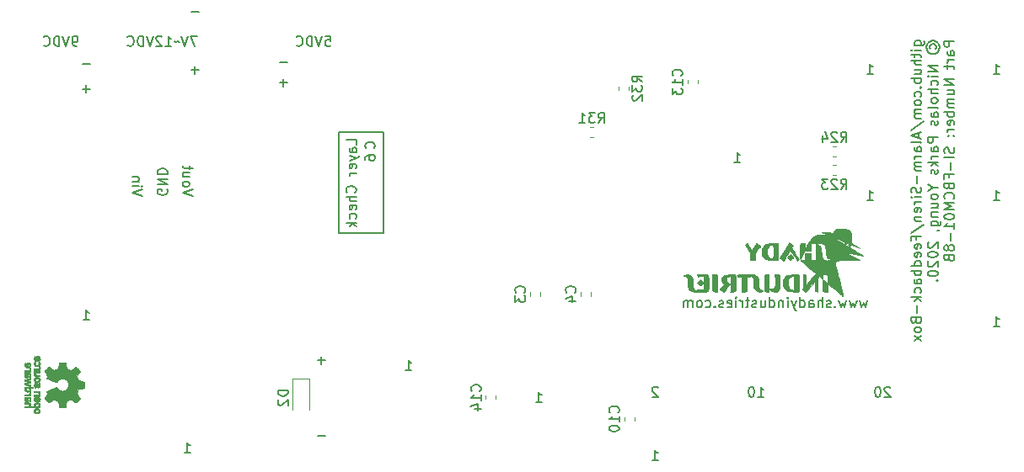
<source format=gbr>
%TF.GenerationSoftware,KiCad,Pcbnew,(5.1.5)-3*%
%TF.CreationDate,2020-02-25T19:35:26+00:00*%
%TF.ProjectId,Feedback-Box,46656564-6261-4636-9b2d-426f782e6b69,8B*%
%TF.SameCoordinates,Original*%
%TF.FileFunction,Legend,Bot*%
%TF.FilePolarity,Positive*%
%FSLAX46Y46*%
G04 Gerber Fmt 4.6, Leading zero omitted, Abs format (unit mm)*
G04 Created by KiCad (PCBNEW (5.1.5)-3) date 2020-02-25 19:35:26*
%MOMM*%
%LPD*%
G04 APERTURE LIST*
%ADD10C,0.160000*%
%ADD11C,0.010000*%
%ADD12C,0.120000*%
%ADD13C,0.150000*%
G04 APERTURE END LIST*
D10*
X138779285Y-109037380D02*
X139350714Y-109037380D01*
X139065000Y-109037380D02*
X139065000Y-108037380D01*
X139160238Y-108180238D01*
X139255476Y-108275476D01*
X139350714Y-108323095D01*
X185156904Y-102020714D02*
X184966428Y-102687380D01*
X184775952Y-102211190D01*
X184585476Y-102687380D01*
X184395000Y-102020714D01*
X184109285Y-102020714D02*
X183918809Y-102687380D01*
X183728333Y-102211190D01*
X183537857Y-102687380D01*
X183347380Y-102020714D01*
X183061666Y-102020714D02*
X182871190Y-102687380D01*
X182680714Y-102211190D01*
X182490238Y-102687380D01*
X182299761Y-102020714D01*
X181918809Y-102592142D02*
X181871190Y-102639761D01*
X181918809Y-102687380D01*
X181966428Y-102639761D01*
X181918809Y-102592142D01*
X181918809Y-102687380D01*
X181490238Y-102639761D02*
X181395000Y-102687380D01*
X181204523Y-102687380D01*
X181109285Y-102639761D01*
X181061666Y-102544523D01*
X181061666Y-102496904D01*
X181109285Y-102401666D01*
X181204523Y-102354047D01*
X181347380Y-102354047D01*
X181442619Y-102306428D01*
X181490238Y-102211190D01*
X181490238Y-102163571D01*
X181442619Y-102068333D01*
X181347380Y-102020714D01*
X181204523Y-102020714D01*
X181109285Y-102068333D01*
X180633095Y-102687380D02*
X180633095Y-101687380D01*
X180204523Y-102687380D02*
X180204523Y-102163571D01*
X180252142Y-102068333D01*
X180347380Y-102020714D01*
X180490238Y-102020714D01*
X180585476Y-102068333D01*
X180633095Y-102115952D01*
X179299761Y-102687380D02*
X179299761Y-102163571D01*
X179347380Y-102068333D01*
X179442619Y-102020714D01*
X179633095Y-102020714D01*
X179728333Y-102068333D01*
X179299761Y-102639761D02*
X179395000Y-102687380D01*
X179633095Y-102687380D01*
X179728333Y-102639761D01*
X179775952Y-102544523D01*
X179775952Y-102449285D01*
X179728333Y-102354047D01*
X179633095Y-102306428D01*
X179395000Y-102306428D01*
X179299761Y-102258809D01*
X178395000Y-102687380D02*
X178395000Y-101687380D01*
X178395000Y-102639761D02*
X178490238Y-102687380D01*
X178680714Y-102687380D01*
X178775952Y-102639761D01*
X178823571Y-102592142D01*
X178871190Y-102496904D01*
X178871190Y-102211190D01*
X178823571Y-102115952D01*
X178775952Y-102068333D01*
X178680714Y-102020714D01*
X178490238Y-102020714D01*
X178395000Y-102068333D01*
X178014047Y-102020714D02*
X177775952Y-102687380D01*
X177537857Y-102020714D02*
X177775952Y-102687380D01*
X177871190Y-102925476D01*
X177918809Y-102973095D01*
X178014047Y-103020714D01*
X177156904Y-102687380D02*
X177156904Y-102020714D01*
X177156904Y-101687380D02*
X177204523Y-101735000D01*
X177156904Y-101782619D01*
X177109285Y-101735000D01*
X177156904Y-101687380D01*
X177156904Y-101782619D01*
X176680714Y-102020714D02*
X176680714Y-102687380D01*
X176680714Y-102115952D02*
X176633095Y-102068333D01*
X176537857Y-102020714D01*
X176395000Y-102020714D01*
X176299761Y-102068333D01*
X176252142Y-102163571D01*
X176252142Y-102687380D01*
X175347380Y-102687380D02*
X175347380Y-101687380D01*
X175347380Y-102639761D02*
X175442619Y-102687380D01*
X175633095Y-102687380D01*
X175728333Y-102639761D01*
X175775952Y-102592142D01*
X175823571Y-102496904D01*
X175823571Y-102211190D01*
X175775952Y-102115952D01*
X175728333Y-102068333D01*
X175633095Y-102020714D01*
X175442619Y-102020714D01*
X175347380Y-102068333D01*
X174442619Y-102020714D02*
X174442619Y-102687380D01*
X174871190Y-102020714D02*
X174871190Y-102544523D01*
X174823571Y-102639761D01*
X174728333Y-102687380D01*
X174585476Y-102687380D01*
X174490238Y-102639761D01*
X174442619Y-102592142D01*
X174014047Y-102639761D02*
X173918809Y-102687380D01*
X173728333Y-102687380D01*
X173633095Y-102639761D01*
X173585476Y-102544523D01*
X173585476Y-102496904D01*
X173633095Y-102401666D01*
X173728333Y-102354047D01*
X173871190Y-102354047D01*
X173966428Y-102306428D01*
X174014047Y-102211190D01*
X174014047Y-102163571D01*
X173966428Y-102068333D01*
X173871190Y-102020714D01*
X173728333Y-102020714D01*
X173633095Y-102068333D01*
X173299761Y-102020714D02*
X172918809Y-102020714D01*
X173156904Y-101687380D02*
X173156904Y-102544523D01*
X173109285Y-102639761D01*
X173014047Y-102687380D01*
X172918809Y-102687380D01*
X172585476Y-102687380D02*
X172585476Y-102020714D01*
X172585476Y-102211190D02*
X172537857Y-102115952D01*
X172490238Y-102068333D01*
X172395000Y-102020714D01*
X172299761Y-102020714D01*
X171966428Y-102687380D02*
X171966428Y-102020714D01*
X171966428Y-101687380D02*
X172014047Y-101735000D01*
X171966428Y-101782619D01*
X171918809Y-101735000D01*
X171966428Y-101687380D01*
X171966428Y-101782619D01*
X171109285Y-102639761D02*
X171204523Y-102687380D01*
X171395000Y-102687380D01*
X171490238Y-102639761D01*
X171537857Y-102544523D01*
X171537857Y-102163571D01*
X171490238Y-102068333D01*
X171395000Y-102020714D01*
X171204523Y-102020714D01*
X171109285Y-102068333D01*
X171061666Y-102163571D01*
X171061666Y-102258809D01*
X171537857Y-102354047D01*
X170680714Y-102639761D02*
X170585476Y-102687380D01*
X170395000Y-102687380D01*
X170299761Y-102639761D01*
X170252142Y-102544523D01*
X170252142Y-102496904D01*
X170299761Y-102401666D01*
X170395000Y-102354047D01*
X170537857Y-102354047D01*
X170633095Y-102306428D01*
X170680714Y-102211190D01*
X170680714Y-102163571D01*
X170633095Y-102068333D01*
X170537857Y-102020714D01*
X170395000Y-102020714D01*
X170299761Y-102068333D01*
X169823571Y-102592142D02*
X169775952Y-102639761D01*
X169823571Y-102687380D01*
X169871190Y-102639761D01*
X169823571Y-102592142D01*
X169823571Y-102687380D01*
X168918809Y-102639761D02*
X169014047Y-102687380D01*
X169204523Y-102687380D01*
X169299761Y-102639761D01*
X169347380Y-102592142D01*
X169395000Y-102496904D01*
X169395000Y-102211190D01*
X169347380Y-102115952D01*
X169299761Y-102068333D01*
X169204523Y-102020714D01*
X169014047Y-102020714D01*
X168918809Y-102068333D01*
X168347380Y-102687380D02*
X168442619Y-102639761D01*
X168490238Y-102592142D01*
X168537857Y-102496904D01*
X168537857Y-102211190D01*
X168490238Y-102115952D01*
X168442619Y-102068333D01*
X168347380Y-102020714D01*
X168204523Y-102020714D01*
X168109285Y-102068333D01*
X168061666Y-102115952D01*
X168014047Y-102211190D01*
X168014047Y-102496904D01*
X168061666Y-102592142D01*
X168109285Y-102639761D01*
X168204523Y-102687380D01*
X168347380Y-102687380D01*
X167585476Y-102687380D02*
X167585476Y-102020714D01*
X167585476Y-102115952D02*
X167537857Y-102068333D01*
X167442619Y-102020714D01*
X167299761Y-102020714D01*
X167204523Y-102068333D01*
X167156904Y-102163571D01*
X167156904Y-102687380D01*
X167156904Y-102163571D02*
X167109285Y-102068333D01*
X167014047Y-102020714D01*
X166871190Y-102020714D01*
X166775952Y-102068333D01*
X166728333Y-102163571D01*
X166728333Y-102687380D01*
X171799285Y-88082380D02*
X172370714Y-88082380D01*
X172085000Y-88082380D02*
X172085000Y-87082380D01*
X172180238Y-87225238D01*
X172275476Y-87320476D01*
X172370714Y-87368095D01*
X189895714Y-76335666D02*
X190705238Y-76335666D01*
X190800476Y-76288047D01*
X190848095Y-76240428D01*
X190895714Y-76145190D01*
X190895714Y-76002333D01*
X190848095Y-75907095D01*
X190514761Y-76335666D02*
X190562380Y-76240428D01*
X190562380Y-76049952D01*
X190514761Y-75954714D01*
X190467142Y-75907095D01*
X190371904Y-75859476D01*
X190086190Y-75859476D01*
X189990952Y-75907095D01*
X189943333Y-75954714D01*
X189895714Y-76049952D01*
X189895714Y-76240428D01*
X189943333Y-76335666D01*
X190562380Y-76811857D02*
X189895714Y-76811857D01*
X189562380Y-76811857D02*
X189610000Y-76764238D01*
X189657619Y-76811857D01*
X189610000Y-76859476D01*
X189562380Y-76811857D01*
X189657619Y-76811857D01*
X189895714Y-77145190D02*
X189895714Y-77526142D01*
X189562380Y-77288047D02*
X190419523Y-77288047D01*
X190514761Y-77335666D01*
X190562380Y-77430904D01*
X190562380Y-77526142D01*
X190562380Y-77859476D02*
X189562380Y-77859476D01*
X190562380Y-78288047D02*
X190038571Y-78288047D01*
X189943333Y-78240428D01*
X189895714Y-78145190D01*
X189895714Y-78002333D01*
X189943333Y-77907095D01*
X189990952Y-77859476D01*
X189895714Y-79192809D02*
X190562380Y-79192809D01*
X189895714Y-78764238D02*
X190419523Y-78764238D01*
X190514761Y-78811857D01*
X190562380Y-78907095D01*
X190562380Y-79049952D01*
X190514761Y-79145190D01*
X190467142Y-79192809D01*
X190562380Y-79669000D02*
X189562380Y-79669000D01*
X189943333Y-79669000D02*
X189895714Y-79764238D01*
X189895714Y-79954714D01*
X189943333Y-80049952D01*
X189990952Y-80097571D01*
X190086190Y-80145190D01*
X190371904Y-80145190D01*
X190467142Y-80097571D01*
X190514761Y-80049952D01*
X190562380Y-79954714D01*
X190562380Y-79764238D01*
X190514761Y-79669000D01*
X190467142Y-80573761D02*
X190514761Y-80621380D01*
X190562380Y-80573761D01*
X190514761Y-80526142D01*
X190467142Y-80573761D01*
X190562380Y-80573761D01*
X190514761Y-81478523D02*
X190562380Y-81383285D01*
X190562380Y-81192809D01*
X190514761Y-81097571D01*
X190467142Y-81049952D01*
X190371904Y-81002333D01*
X190086190Y-81002333D01*
X189990952Y-81049952D01*
X189943333Y-81097571D01*
X189895714Y-81192809D01*
X189895714Y-81383285D01*
X189943333Y-81478523D01*
X190562380Y-82049952D02*
X190514761Y-81954714D01*
X190467142Y-81907095D01*
X190371904Y-81859476D01*
X190086190Y-81859476D01*
X189990952Y-81907095D01*
X189943333Y-81954714D01*
X189895714Y-82049952D01*
X189895714Y-82192809D01*
X189943333Y-82288047D01*
X189990952Y-82335666D01*
X190086190Y-82383285D01*
X190371904Y-82383285D01*
X190467142Y-82335666D01*
X190514761Y-82288047D01*
X190562380Y-82192809D01*
X190562380Y-82049952D01*
X190562380Y-82811857D02*
X189895714Y-82811857D01*
X189990952Y-82811857D02*
X189943333Y-82859476D01*
X189895714Y-82954714D01*
X189895714Y-83097571D01*
X189943333Y-83192809D01*
X190038571Y-83240428D01*
X190562380Y-83240428D01*
X190038571Y-83240428D02*
X189943333Y-83288047D01*
X189895714Y-83383285D01*
X189895714Y-83526142D01*
X189943333Y-83621380D01*
X190038571Y-83669000D01*
X190562380Y-83669000D01*
X189514761Y-84859476D02*
X190800476Y-84002333D01*
X190276666Y-85145190D02*
X190276666Y-85621380D01*
X190562380Y-85049952D02*
X189562380Y-85383285D01*
X190562380Y-85716619D01*
X190562380Y-86192809D02*
X190514761Y-86097571D01*
X190419523Y-86049952D01*
X189562380Y-86049952D01*
X190562380Y-87002333D02*
X190038571Y-87002333D01*
X189943333Y-86954714D01*
X189895714Y-86859476D01*
X189895714Y-86669000D01*
X189943333Y-86573761D01*
X190514761Y-87002333D02*
X190562380Y-86907095D01*
X190562380Y-86669000D01*
X190514761Y-86573761D01*
X190419523Y-86526142D01*
X190324285Y-86526142D01*
X190229047Y-86573761D01*
X190181428Y-86669000D01*
X190181428Y-86907095D01*
X190133809Y-87002333D01*
X190562380Y-87478523D02*
X189895714Y-87478523D01*
X190086190Y-87478523D02*
X189990952Y-87526142D01*
X189943333Y-87573761D01*
X189895714Y-87669000D01*
X189895714Y-87764238D01*
X190562380Y-88097571D02*
X189895714Y-88097571D01*
X189990952Y-88097571D02*
X189943333Y-88145190D01*
X189895714Y-88240428D01*
X189895714Y-88383285D01*
X189943333Y-88478523D01*
X190038571Y-88526142D01*
X190562380Y-88526142D01*
X190038571Y-88526142D02*
X189943333Y-88573761D01*
X189895714Y-88669000D01*
X189895714Y-88811857D01*
X189943333Y-88907095D01*
X190038571Y-88954714D01*
X190562380Y-88954714D01*
X190181428Y-89430904D02*
X190181428Y-90192809D01*
X190514761Y-90621380D02*
X190562380Y-90764238D01*
X190562380Y-91002333D01*
X190514761Y-91097571D01*
X190467142Y-91145190D01*
X190371904Y-91192809D01*
X190276666Y-91192809D01*
X190181428Y-91145190D01*
X190133809Y-91097571D01*
X190086190Y-91002333D01*
X190038571Y-90811857D01*
X189990952Y-90716619D01*
X189943333Y-90669000D01*
X189848095Y-90621380D01*
X189752857Y-90621380D01*
X189657619Y-90669000D01*
X189610000Y-90716619D01*
X189562380Y-90811857D01*
X189562380Y-91049952D01*
X189610000Y-91192809D01*
X190562380Y-91621380D02*
X189895714Y-91621380D01*
X189562380Y-91621380D02*
X189610000Y-91573761D01*
X189657619Y-91621380D01*
X189610000Y-91668999D01*
X189562380Y-91621380D01*
X189657619Y-91621380D01*
X190562380Y-92097571D02*
X189895714Y-92097571D01*
X190086190Y-92097571D02*
X189990952Y-92145190D01*
X189943333Y-92192809D01*
X189895714Y-92288047D01*
X189895714Y-92383285D01*
X190514761Y-93097571D02*
X190562380Y-93002333D01*
X190562380Y-92811857D01*
X190514761Y-92716619D01*
X190419523Y-92668999D01*
X190038571Y-92668999D01*
X189943333Y-92716619D01*
X189895714Y-92811857D01*
X189895714Y-93002333D01*
X189943333Y-93097571D01*
X190038571Y-93145190D01*
X190133809Y-93145190D01*
X190229047Y-92668999D01*
X189895714Y-93573761D02*
X190562380Y-93573761D01*
X189990952Y-93573761D02*
X189943333Y-93621380D01*
X189895714Y-93716619D01*
X189895714Y-93859476D01*
X189943333Y-93954714D01*
X190038571Y-94002333D01*
X190562380Y-94002333D01*
X189514761Y-95192809D02*
X190800476Y-94335666D01*
X190038571Y-95859476D02*
X190038571Y-95526142D01*
X190562380Y-95526142D02*
X189562380Y-95526142D01*
X189562380Y-96002333D01*
X190514761Y-96764238D02*
X190562380Y-96668999D01*
X190562380Y-96478523D01*
X190514761Y-96383285D01*
X190419523Y-96335666D01*
X190038571Y-96335666D01*
X189943333Y-96383285D01*
X189895714Y-96478523D01*
X189895714Y-96668999D01*
X189943333Y-96764238D01*
X190038571Y-96811857D01*
X190133809Y-96811857D01*
X190229047Y-96335666D01*
X190514761Y-97621380D02*
X190562380Y-97526142D01*
X190562380Y-97335666D01*
X190514761Y-97240428D01*
X190419523Y-97192809D01*
X190038571Y-97192809D01*
X189943333Y-97240428D01*
X189895714Y-97335666D01*
X189895714Y-97526142D01*
X189943333Y-97621380D01*
X190038571Y-97668999D01*
X190133809Y-97668999D01*
X190229047Y-97192809D01*
X190562380Y-98526142D02*
X189562380Y-98526142D01*
X190514761Y-98526142D02*
X190562380Y-98430904D01*
X190562380Y-98240428D01*
X190514761Y-98145190D01*
X190467142Y-98097571D01*
X190371904Y-98049952D01*
X190086190Y-98049952D01*
X189990952Y-98097571D01*
X189943333Y-98145190D01*
X189895714Y-98240428D01*
X189895714Y-98430904D01*
X189943333Y-98526142D01*
X190562380Y-99002333D02*
X189562380Y-99002333D01*
X189943333Y-99002333D02*
X189895714Y-99097571D01*
X189895714Y-99288047D01*
X189943333Y-99383285D01*
X189990952Y-99430904D01*
X190086190Y-99478523D01*
X190371904Y-99478523D01*
X190467142Y-99430904D01*
X190514761Y-99383285D01*
X190562380Y-99288047D01*
X190562380Y-99097571D01*
X190514761Y-99002333D01*
X190562380Y-100335666D02*
X190038571Y-100335666D01*
X189943333Y-100288047D01*
X189895714Y-100192809D01*
X189895714Y-100002333D01*
X189943333Y-99907095D01*
X190514761Y-100335666D02*
X190562380Y-100240428D01*
X190562380Y-100002333D01*
X190514761Y-99907095D01*
X190419523Y-99859476D01*
X190324285Y-99859476D01*
X190229047Y-99907095D01*
X190181428Y-100002333D01*
X190181428Y-100240428D01*
X190133809Y-100335666D01*
X190514761Y-101240428D02*
X190562380Y-101145190D01*
X190562380Y-100954714D01*
X190514761Y-100859476D01*
X190467142Y-100811857D01*
X190371904Y-100764238D01*
X190086190Y-100764238D01*
X189990952Y-100811857D01*
X189943333Y-100859476D01*
X189895714Y-100954714D01*
X189895714Y-101145190D01*
X189943333Y-101240428D01*
X190562380Y-101668999D02*
X189562380Y-101668999D01*
X190181428Y-101764238D02*
X190562380Y-102049952D01*
X189895714Y-102049952D02*
X190276666Y-101668999D01*
X190181428Y-102478523D02*
X190181428Y-103240428D01*
X190038571Y-104049952D02*
X190086190Y-104192809D01*
X190133809Y-104240428D01*
X190229047Y-104288047D01*
X190371904Y-104288047D01*
X190467142Y-104240428D01*
X190514761Y-104192809D01*
X190562380Y-104097571D01*
X190562380Y-103716619D01*
X189562380Y-103716619D01*
X189562380Y-104049952D01*
X189610000Y-104145190D01*
X189657619Y-104192809D01*
X189752857Y-104240428D01*
X189848095Y-104240428D01*
X189943333Y-104192809D01*
X189990952Y-104145190D01*
X190038571Y-104049952D01*
X190038571Y-103716619D01*
X190562380Y-104859476D02*
X190514761Y-104764238D01*
X190467142Y-104716619D01*
X190371904Y-104668999D01*
X190086190Y-104668999D01*
X189990952Y-104716619D01*
X189943333Y-104764238D01*
X189895714Y-104859476D01*
X189895714Y-105002333D01*
X189943333Y-105097571D01*
X189990952Y-105145190D01*
X190086190Y-105192809D01*
X190371904Y-105192809D01*
X190467142Y-105145190D01*
X190514761Y-105097571D01*
X190562380Y-105002333D01*
X190562380Y-104859476D01*
X190562380Y-105526142D02*
X189895714Y-106049952D01*
X189895714Y-105526142D02*
X190562380Y-106049952D01*
X191460476Y-76716619D02*
X191412857Y-76621380D01*
X191412857Y-76430904D01*
X191460476Y-76335666D01*
X191555714Y-76240428D01*
X191650952Y-76192809D01*
X191841428Y-76192809D01*
X191936666Y-76240428D01*
X192031904Y-76335666D01*
X192079523Y-76430904D01*
X192079523Y-76621380D01*
X192031904Y-76716619D01*
X191079523Y-76526142D02*
X191127142Y-76288047D01*
X191270000Y-76049952D01*
X191508095Y-75907095D01*
X191746190Y-75859476D01*
X191984285Y-75907095D01*
X192222380Y-76049952D01*
X192365238Y-76288047D01*
X192412857Y-76526142D01*
X192365238Y-76764238D01*
X192222380Y-77002333D01*
X191984285Y-77145190D01*
X191746190Y-77192809D01*
X191508095Y-77145190D01*
X191270000Y-77002333D01*
X191127142Y-76764238D01*
X191079523Y-76526142D01*
X192222380Y-78383285D02*
X191222380Y-78383285D01*
X192222380Y-78954714D01*
X191222380Y-78954714D01*
X192222380Y-79430904D02*
X191555714Y-79430904D01*
X191222380Y-79430904D02*
X191270000Y-79383285D01*
X191317619Y-79430904D01*
X191270000Y-79478523D01*
X191222380Y-79430904D01*
X191317619Y-79430904D01*
X192174761Y-80335666D02*
X192222380Y-80240428D01*
X192222380Y-80049952D01*
X192174761Y-79954714D01*
X192127142Y-79907095D01*
X192031904Y-79859476D01*
X191746190Y-79859476D01*
X191650952Y-79907095D01*
X191603333Y-79954714D01*
X191555714Y-80049952D01*
X191555714Y-80240428D01*
X191603333Y-80335666D01*
X192222380Y-80764238D02*
X191222380Y-80764238D01*
X192222380Y-81192809D02*
X191698571Y-81192809D01*
X191603333Y-81145190D01*
X191555714Y-81049952D01*
X191555714Y-80907095D01*
X191603333Y-80811857D01*
X191650952Y-80764238D01*
X192222380Y-81811857D02*
X192174761Y-81716619D01*
X192127142Y-81669000D01*
X192031904Y-81621380D01*
X191746190Y-81621380D01*
X191650952Y-81669000D01*
X191603333Y-81716619D01*
X191555714Y-81811857D01*
X191555714Y-81954714D01*
X191603333Y-82049952D01*
X191650952Y-82097571D01*
X191746190Y-82145190D01*
X192031904Y-82145190D01*
X192127142Y-82097571D01*
X192174761Y-82049952D01*
X192222380Y-81954714D01*
X192222380Y-81811857D01*
X192222380Y-82716619D02*
X192174761Y-82621380D01*
X192079523Y-82573761D01*
X191222380Y-82573761D01*
X192222380Y-83526142D02*
X191698571Y-83526142D01*
X191603333Y-83478523D01*
X191555714Y-83383285D01*
X191555714Y-83192809D01*
X191603333Y-83097571D01*
X192174761Y-83526142D02*
X192222380Y-83430904D01*
X192222380Y-83192809D01*
X192174761Y-83097571D01*
X192079523Y-83049952D01*
X191984285Y-83049952D01*
X191889047Y-83097571D01*
X191841428Y-83192809D01*
X191841428Y-83430904D01*
X191793809Y-83526142D01*
X192174761Y-83954714D02*
X192222380Y-84049952D01*
X192222380Y-84240428D01*
X192174761Y-84335666D01*
X192079523Y-84383285D01*
X192031904Y-84383285D01*
X191936666Y-84335666D01*
X191889047Y-84240428D01*
X191889047Y-84097571D01*
X191841428Y-84002333D01*
X191746190Y-83954714D01*
X191698571Y-83954714D01*
X191603333Y-84002333D01*
X191555714Y-84097571D01*
X191555714Y-84240428D01*
X191603333Y-84335666D01*
X192222380Y-85573761D02*
X191222380Y-85573761D01*
X191222380Y-85954714D01*
X191270000Y-86049952D01*
X191317619Y-86097571D01*
X191412857Y-86145190D01*
X191555714Y-86145190D01*
X191650952Y-86097571D01*
X191698571Y-86049952D01*
X191746190Y-85954714D01*
X191746190Y-85573761D01*
X192222380Y-87002333D02*
X191698571Y-87002333D01*
X191603333Y-86954714D01*
X191555714Y-86859476D01*
X191555714Y-86669000D01*
X191603333Y-86573761D01*
X192174761Y-87002333D02*
X192222380Y-86907095D01*
X192222380Y-86669000D01*
X192174761Y-86573761D01*
X192079523Y-86526142D01*
X191984285Y-86526142D01*
X191889047Y-86573761D01*
X191841428Y-86669000D01*
X191841428Y-86907095D01*
X191793809Y-87002333D01*
X192222380Y-87478523D02*
X191555714Y-87478523D01*
X191746190Y-87478523D02*
X191650952Y-87526142D01*
X191603333Y-87573761D01*
X191555714Y-87669000D01*
X191555714Y-87764238D01*
X192222380Y-88097571D02*
X191222380Y-88097571D01*
X191841428Y-88192809D02*
X192222380Y-88478523D01*
X191555714Y-88478523D02*
X191936666Y-88097571D01*
X192174761Y-88859476D02*
X192222380Y-88954714D01*
X192222380Y-89145190D01*
X192174761Y-89240428D01*
X192079523Y-89288047D01*
X192031904Y-89288047D01*
X191936666Y-89240428D01*
X191889047Y-89145190D01*
X191889047Y-89002333D01*
X191841428Y-88907095D01*
X191746190Y-88859476D01*
X191698571Y-88859476D01*
X191603333Y-88907095D01*
X191555714Y-89002333D01*
X191555714Y-89145190D01*
X191603333Y-89240428D01*
X191746190Y-90669000D02*
X192222380Y-90669000D01*
X191222380Y-90335666D02*
X191746190Y-90669000D01*
X191222380Y-91002333D01*
X192222380Y-91478523D02*
X192174761Y-91383285D01*
X192127142Y-91335666D01*
X192031904Y-91288047D01*
X191746190Y-91288047D01*
X191650952Y-91335666D01*
X191603333Y-91383285D01*
X191555714Y-91478523D01*
X191555714Y-91621380D01*
X191603333Y-91716619D01*
X191650952Y-91764238D01*
X191746190Y-91811857D01*
X192031904Y-91811857D01*
X192127142Y-91764238D01*
X192174761Y-91716619D01*
X192222380Y-91621380D01*
X192222380Y-91478523D01*
X191555714Y-92669000D02*
X192222380Y-92669000D01*
X191555714Y-92240428D02*
X192079523Y-92240428D01*
X192174761Y-92288047D01*
X192222380Y-92383285D01*
X192222380Y-92526142D01*
X192174761Y-92621380D01*
X192127142Y-92669000D01*
X191555714Y-93145190D02*
X192222380Y-93145190D01*
X191650952Y-93145190D02*
X191603333Y-93192809D01*
X191555714Y-93288047D01*
X191555714Y-93430904D01*
X191603333Y-93526142D01*
X191698571Y-93573761D01*
X192222380Y-93573761D01*
X191555714Y-94478523D02*
X192365238Y-94478523D01*
X192460476Y-94430904D01*
X192508095Y-94383285D01*
X192555714Y-94288047D01*
X192555714Y-94145190D01*
X192508095Y-94049952D01*
X192174761Y-94478523D02*
X192222380Y-94383285D01*
X192222380Y-94192809D01*
X192174761Y-94097571D01*
X192127142Y-94049952D01*
X192031904Y-94002333D01*
X191746190Y-94002333D01*
X191650952Y-94049952D01*
X191603333Y-94097571D01*
X191555714Y-94192809D01*
X191555714Y-94383285D01*
X191603333Y-94478523D01*
X192174761Y-95002333D02*
X192222380Y-95002333D01*
X192317619Y-94954714D01*
X192365238Y-94907095D01*
X191317619Y-96145190D02*
X191270000Y-96192809D01*
X191222380Y-96288047D01*
X191222380Y-96526142D01*
X191270000Y-96621380D01*
X191317619Y-96669000D01*
X191412857Y-96716619D01*
X191508095Y-96716619D01*
X191650952Y-96669000D01*
X192222380Y-96097571D01*
X192222380Y-96716619D01*
X191222380Y-97335666D02*
X191222380Y-97430904D01*
X191270000Y-97526142D01*
X191317619Y-97573761D01*
X191412857Y-97621380D01*
X191603333Y-97669000D01*
X191841428Y-97669000D01*
X192031904Y-97621380D01*
X192127142Y-97573761D01*
X192174761Y-97526142D01*
X192222380Y-97430904D01*
X192222380Y-97335666D01*
X192174761Y-97240428D01*
X192127142Y-97192809D01*
X192031904Y-97145190D01*
X191841428Y-97097571D01*
X191603333Y-97097571D01*
X191412857Y-97145190D01*
X191317619Y-97192809D01*
X191270000Y-97240428D01*
X191222380Y-97335666D01*
X191317619Y-98049952D02*
X191270000Y-98097571D01*
X191222380Y-98192809D01*
X191222380Y-98430904D01*
X191270000Y-98526142D01*
X191317619Y-98573761D01*
X191412857Y-98621380D01*
X191508095Y-98621380D01*
X191650952Y-98573761D01*
X192222380Y-98002333D01*
X192222380Y-98621380D01*
X191222380Y-99240428D02*
X191222380Y-99335666D01*
X191270000Y-99430904D01*
X191317619Y-99478523D01*
X191412857Y-99526142D01*
X191603333Y-99573761D01*
X191841428Y-99573761D01*
X192031904Y-99526142D01*
X192127142Y-99478523D01*
X192174761Y-99430904D01*
X192222380Y-99335666D01*
X192222380Y-99240428D01*
X192174761Y-99145190D01*
X192127142Y-99097571D01*
X192031904Y-99049952D01*
X191841428Y-99002333D01*
X191603333Y-99002333D01*
X191412857Y-99049952D01*
X191317619Y-99097571D01*
X191270000Y-99145190D01*
X191222380Y-99240428D01*
X192127142Y-100002333D02*
X192174761Y-100049952D01*
X192222380Y-100002333D01*
X192174761Y-99954714D01*
X192127142Y-100002333D01*
X192222380Y-100002333D01*
X193882380Y-75907095D02*
X192882380Y-75907095D01*
X192882380Y-76288047D01*
X192930000Y-76383285D01*
X192977619Y-76430904D01*
X193072857Y-76478523D01*
X193215714Y-76478523D01*
X193310952Y-76430904D01*
X193358571Y-76383285D01*
X193406190Y-76288047D01*
X193406190Y-75907095D01*
X193882380Y-77335666D02*
X193358571Y-77335666D01*
X193263333Y-77288047D01*
X193215714Y-77192809D01*
X193215714Y-77002333D01*
X193263333Y-76907095D01*
X193834761Y-77335666D02*
X193882380Y-77240428D01*
X193882380Y-77002333D01*
X193834761Y-76907095D01*
X193739523Y-76859476D01*
X193644285Y-76859476D01*
X193549047Y-76907095D01*
X193501428Y-77002333D01*
X193501428Y-77240428D01*
X193453809Y-77335666D01*
X193882380Y-77811857D02*
X193215714Y-77811857D01*
X193406190Y-77811857D02*
X193310952Y-77859476D01*
X193263333Y-77907095D01*
X193215714Y-78002333D01*
X193215714Y-78097571D01*
X193215714Y-78288047D02*
X193215714Y-78669000D01*
X192882380Y-78430904D02*
X193739523Y-78430904D01*
X193834761Y-78478523D01*
X193882380Y-78573761D01*
X193882380Y-78669000D01*
X193882380Y-79764238D02*
X192882380Y-79764238D01*
X193882380Y-80335666D01*
X192882380Y-80335666D01*
X193215714Y-81240428D02*
X193882380Y-81240428D01*
X193215714Y-80811857D02*
X193739523Y-80811857D01*
X193834761Y-80859476D01*
X193882380Y-80954714D01*
X193882380Y-81097571D01*
X193834761Y-81192809D01*
X193787142Y-81240428D01*
X193882380Y-81716619D02*
X193215714Y-81716619D01*
X193310952Y-81716619D02*
X193263333Y-81764238D01*
X193215714Y-81859476D01*
X193215714Y-82002333D01*
X193263333Y-82097571D01*
X193358571Y-82145190D01*
X193882380Y-82145190D01*
X193358571Y-82145190D02*
X193263333Y-82192809D01*
X193215714Y-82288047D01*
X193215714Y-82430904D01*
X193263333Y-82526142D01*
X193358571Y-82573761D01*
X193882380Y-82573761D01*
X193882380Y-83049952D02*
X192882380Y-83049952D01*
X193263333Y-83049952D02*
X193215714Y-83145190D01*
X193215714Y-83335666D01*
X193263333Y-83430904D01*
X193310952Y-83478523D01*
X193406190Y-83526142D01*
X193691904Y-83526142D01*
X193787142Y-83478523D01*
X193834761Y-83430904D01*
X193882380Y-83335666D01*
X193882380Y-83145190D01*
X193834761Y-83049952D01*
X193834761Y-84335666D02*
X193882380Y-84240428D01*
X193882380Y-84049952D01*
X193834761Y-83954714D01*
X193739523Y-83907095D01*
X193358571Y-83907095D01*
X193263333Y-83954714D01*
X193215714Y-84049952D01*
X193215714Y-84240428D01*
X193263333Y-84335666D01*
X193358571Y-84383285D01*
X193453809Y-84383285D01*
X193549047Y-83907095D01*
X193882380Y-84811857D02*
X193215714Y-84811857D01*
X193406190Y-84811857D02*
X193310952Y-84859476D01*
X193263333Y-84907095D01*
X193215714Y-85002333D01*
X193215714Y-85097571D01*
X193787142Y-85430904D02*
X193834761Y-85478523D01*
X193882380Y-85430904D01*
X193834761Y-85383285D01*
X193787142Y-85430904D01*
X193882380Y-85430904D01*
X193263333Y-85430904D02*
X193310952Y-85478523D01*
X193358571Y-85430904D01*
X193310952Y-85383285D01*
X193263333Y-85430904D01*
X193358571Y-85430904D01*
X193834761Y-86621380D02*
X193882380Y-86764238D01*
X193882380Y-87002333D01*
X193834761Y-87097571D01*
X193787142Y-87145190D01*
X193691904Y-87192809D01*
X193596666Y-87192809D01*
X193501428Y-87145190D01*
X193453809Y-87097571D01*
X193406190Y-87002333D01*
X193358571Y-86811857D01*
X193310952Y-86716619D01*
X193263333Y-86669000D01*
X193168095Y-86621380D01*
X193072857Y-86621380D01*
X192977619Y-86669000D01*
X192930000Y-86716619D01*
X192882380Y-86811857D01*
X192882380Y-87049952D01*
X192930000Y-87192809D01*
X193882380Y-87621380D02*
X192882380Y-87621380D01*
X193501428Y-88097571D02*
X193501428Y-88859476D01*
X193358571Y-89669000D02*
X193358571Y-89335666D01*
X193882380Y-89335666D02*
X192882380Y-89335666D01*
X192882380Y-89811857D01*
X193358571Y-90526142D02*
X193406190Y-90669000D01*
X193453809Y-90716619D01*
X193549047Y-90764238D01*
X193691904Y-90764238D01*
X193787142Y-90716619D01*
X193834761Y-90669000D01*
X193882380Y-90573761D01*
X193882380Y-90192809D01*
X192882380Y-90192809D01*
X192882380Y-90526142D01*
X192930000Y-90621380D01*
X192977619Y-90669000D01*
X193072857Y-90716619D01*
X193168095Y-90716619D01*
X193263333Y-90669000D01*
X193310952Y-90621380D01*
X193358571Y-90526142D01*
X193358571Y-90192809D01*
X193787142Y-91764238D02*
X193834761Y-91716619D01*
X193882380Y-91573761D01*
X193882380Y-91478523D01*
X193834761Y-91335666D01*
X193739523Y-91240428D01*
X193644285Y-91192809D01*
X193453809Y-91145190D01*
X193310952Y-91145190D01*
X193120476Y-91192809D01*
X193025238Y-91240428D01*
X192930000Y-91335666D01*
X192882380Y-91478523D01*
X192882380Y-91573761D01*
X192930000Y-91716619D01*
X192977619Y-91764238D01*
X193882380Y-92192809D02*
X192882380Y-92192809D01*
X193596666Y-92526142D01*
X192882380Y-92859476D01*
X193882380Y-92859476D01*
X192882380Y-93526142D02*
X192882380Y-93621380D01*
X192930000Y-93716619D01*
X192977619Y-93764238D01*
X193072857Y-93811857D01*
X193263333Y-93859476D01*
X193501428Y-93859476D01*
X193691904Y-93811857D01*
X193787142Y-93764238D01*
X193834761Y-93716619D01*
X193882380Y-93621380D01*
X193882380Y-93526142D01*
X193834761Y-93430904D01*
X193787142Y-93383285D01*
X193691904Y-93335666D01*
X193501428Y-93288047D01*
X193263333Y-93288047D01*
X193072857Y-93335666D01*
X192977619Y-93383285D01*
X192930000Y-93430904D01*
X192882380Y-93526142D01*
X193882380Y-94811857D02*
X193882380Y-94240428D01*
X193882380Y-94526142D02*
X192882380Y-94526142D01*
X193025238Y-94430904D01*
X193120476Y-94335666D01*
X193168095Y-94240428D01*
X193501428Y-95240428D02*
X193501428Y-96002333D01*
X193310952Y-96621380D02*
X193263333Y-96526142D01*
X193215714Y-96478523D01*
X193120476Y-96430904D01*
X193072857Y-96430904D01*
X192977619Y-96478523D01*
X192930000Y-96526142D01*
X192882380Y-96621380D01*
X192882380Y-96811857D01*
X192930000Y-96907095D01*
X192977619Y-96954714D01*
X193072857Y-97002333D01*
X193120476Y-97002333D01*
X193215714Y-96954714D01*
X193263333Y-96907095D01*
X193310952Y-96811857D01*
X193310952Y-96621380D01*
X193358571Y-96526142D01*
X193406190Y-96478523D01*
X193501428Y-96430904D01*
X193691904Y-96430904D01*
X193787142Y-96478523D01*
X193834761Y-96526142D01*
X193882380Y-96621380D01*
X193882380Y-96811857D01*
X193834761Y-96907095D01*
X193787142Y-96954714D01*
X193691904Y-97002333D01*
X193501428Y-97002333D01*
X193406190Y-96954714D01*
X193358571Y-96907095D01*
X193310952Y-96811857D01*
X193358571Y-97764238D02*
X193406190Y-97907095D01*
X193453809Y-97954714D01*
X193549047Y-98002333D01*
X193691904Y-98002333D01*
X193787142Y-97954714D01*
X193834761Y-97907095D01*
X193882380Y-97811857D01*
X193882380Y-97430904D01*
X192882380Y-97430904D01*
X192882380Y-97764238D01*
X192930000Y-97859476D01*
X192977619Y-97907095D01*
X193072857Y-97954714D01*
X193168095Y-97954714D01*
X193263333Y-97907095D01*
X193310952Y-97859476D01*
X193358571Y-97764238D01*
X193358571Y-97430904D01*
X164115714Y-110799619D02*
X164068095Y-110752000D01*
X163972857Y-110704380D01*
X163734761Y-110704380D01*
X163639523Y-110752000D01*
X163591904Y-110799619D01*
X163544285Y-110894857D01*
X163544285Y-110990095D01*
X163591904Y-111132952D01*
X164163333Y-111704380D01*
X163544285Y-111704380D01*
X174180476Y-111704380D02*
X174751904Y-111704380D01*
X174466190Y-111704380D02*
X174466190Y-110704380D01*
X174561428Y-110847238D01*
X174656666Y-110942476D01*
X174751904Y-110990095D01*
X173561428Y-110704380D02*
X173466190Y-110704380D01*
X173370952Y-110752000D01*
X173323333Y-110799619D01*
X173275714Y-110894857D01*
X173228095Y-111085333D01*
X173228095Y-111323428D01*
X173275714Y-111513904D01*
X173323333Y-111609142D01*
X173370952Y-111656761D01*
X173466190Y-111704380D01*
X173561428Y-111704380D01*
X173656666Y-111656761D01*
X173704285Y-111609142D01*
X173751904Y-111513904D01*
X173799523Y-111323428D01*
X173799523Y-111085333D01*
X173751904Y-110894857D01*
X173704285Y-110799619D01*
X173656666Y-110752000D01*
X173561428Y-110704380D01*
X187451904Y-110799619D02*
X187404285Y-110752000D01*
X187309047Y-110704380D01*
X187070952Y-110704380D01*
X186975714Y-110752000D01*
X186928095Y-110799619D01*
X186880476Y-110894857D01*
X186880476Y-110990095D01*
X186928095Y-111132952D01*
X187499523Y-111704380D01*
X186880476Y-111704380D01*
X186261428Y-110704380D02*
X186166190Y-110704380D01*
X186070952Y-110752000D01*
X186023333Y-110799619D01*
X185975714Y-110894857D01*
X185928095Y-111085333D01*
X185928095Y-111323428D01*
X185975714Y-111513904D01*
X186023333Y-111609142D01*
X186070952Y-111656761D01*
X186166190Y-111704380D01*
X186261428Y-111704380D01*
X186356666Y-111656761D01*
X186404285Y-111609142D01*
X186451904Y-111513904D01*
X186499523Y-111323428D01*
X186499523Y-111085333D01*
X186451904Y-110894857D01*
X186404285Y-110799619D01*
X186356666Y-110752000D01*
X186261428Y-110704380D01*
X163544285Y-118054380D02*
X164115714Y-118054380D01*
X163830000Y-118054380D02*
X163830000Y-117054380D01*
X163925238Y-117197238D01*
X164020476Y-117292476D01*
X164115714Y-117340095D01*
X197834285Y-104592380D02*
X198405714Y-104592380D01*
X198120000Y-104592380D02*
X198120000Y-103592380D01*
X198215238Y-103735238D01*
X198310476Y-103830476D01*
X198405714Y-103878095D01*
X185134285Y-91892380D02*
X185705714Y-91892380D01*
X185420000Y-91892380D02*
X185420000Y-90892380D01*
X185515238Y-91035238D01*
X185610476Y-91130476D01*
X185705714Y-91178095D01*
X197834285Y-91892380D02*
X198405714Y-91892380D01*
X198120000Y-91892380D02*
X198120000Y-90892380D01*
X198215238Y-91035238D01*
X198310476Y-91130476D01*
X198405714Y-91178095D01*
X197834285Y-79192380D02*
X198405714Y-79192380D01*
X198120000Y-79192380D02*
X198120000Y-78192380D01*
X198215238Y-78335238D01*
X198310476Y-78430476D01*
X198405714Y-78478095D01*
X185134285Y-79192380D02*
X185705714Y-79192380D01*
X185420000Y-79192380D02*
X185420000Y-78192380D01*
X185515238Y-78335238D01*
X185610476Y-78430476D01*
X185705714Y-78478095D01*
X151860285Y-112212380D02*
X152431714Y-112212380D01*
X152146000Y-112212380D02*
X152146000Y-111212380D01*
X152241238Y-111355238D01*
X152336476Y-111450476D01*
X152431714Y-111498095D01*
X116554285Y-117292380D02*
X117125714Y-117292380D01*
X116840000Y-117292380D02*
X116840000Y-116292380D01*
X116935238Y-116435238D01*
X117030476Y-116530476D01*
X117125714Y-116578095D01*
X105759047Y-76398380D02*
X105568571Y-76398380D01*
X105473333Y-76350761D01*
X105425714Y-76303142D01*
X105330476Y-76160285D01*
X105282857Y-75969809D01*
X105282857Y-75588857D01*
X105330476Y-75493619D01*
X105378095Y-75446000D01*
X105473333Y-75398380D01*
X105663809Y-75398380D01*
X105759047Y-75446000D01*
X105806666Y-75493619D01*
X105854285Y-75588857D01*
X105854285Y-75826952D01*
X105806666Y-75922190D01*
X105759047Y-75969809D01*
X105663809Y-76017428D01*
X105473333Y-76017428D01*
X105378095Y-75969809D01*
X105330476Y-75922190D01*
X105282857Y-75826952D01*
X104997142Y-75398380D02*
X104663809Y-76398380D01*
X104330476Y-75398380D01*
X103997142Y-76398380D02*
X103997142Y-75398380D01*
X103759047Y-75398380D01*
X103616190Y-75446000D01*
X103520952Y-75541238D01*
X103473333Y-75636476D01*
X103425714Y-75826952D01*
X103425714Y-75969809D01*
X103473333Y-76160285D01*
X103520952Y-76255523D01*
X103616190Y-76350761D01*
X103759047Y-76398380D01*
X103997142Y-76398380D01*
X102425714Y-76303142D02*
X102473333Y-76350761D01*
X102616190Y-76398380D01*
X102711428Y-76398380D01*
X102854285Y-76350761D01*
X102949523Y-76255523D01*
X102997142Y-76160285D01*
X103044761Y-75969809D01*
X103044761Y-75826952D01*
X102997142Y-75636476D01*
X102949523Y-75541238D01*
X102854285Y-75446000D01*
X102711428Y-75398380D01*
X102616190Y-75398380D01*
X102473333Y-75446000D01*
X102425714Y-75493619D01*
X117800000Y-75398380D02*
X117133333Y-75398380D01*
X117561904Y-76398380D01*
X116895238Y-75398380D02*
X116561904Y-76398380D01*
X116228571Y-75398380D01*
X116038095Y-76017428D02*
X115990476Y-75969809D01*
X115895238Y-75922190D01*
X115704761Y-76017428D01*
X115609523Y-75969809D01*
X115561904Y-75922190D01*
X114657142Y-76398380D02*
X115228571Y-76398380D01*
X114942857Y-76398380D02*
X114942857Y-75398380D01*
X115038095Y-75541238D01*
X115133333Y-75636476D01*
X115228571Y-75684095D01*
X114276190Y-75493619D02*
X114228571Y-75446000D01*
X114133333Y-75398380D01*
X113895238Y-75398380D01*
X113800000Y-75446000D01*
X113752380Y-75493619D01*
X113704761Y-75588857D01*
X113704761Y-75684095D01*
X113752380Y-75826952D01*
X114323809Y-76398380D01*
X113704761Y-76398380D01*
X113419047Y-75398380D02*
X113085714Y-76398380D01*
X112752380Y-75398380D01*
X112419047Y-76398380D02*
X112419047Y-75398380D01*
X112180952Y-75398380D01*
X112038095Y-75446000D01*
X111942857Y-75541238D01*
X111895238Y-75636476D01*
X111847619Y-75826952D01*
X111847619Y-75969809D01*
X111895238Y-76160285D01*
X111942857Y-76255523D01*
X112038095Y-76350761D01*
X112180952Y-76398380D01*
X112419047Y-76398380D01*
X110847619Y-76303142D02*
X110895238Y-76350761D01*
X111038095Y-76398380D01*
X111133333Y-76398380D01*
X111276190Y-76350761D01*
X111371428Y-76255523D01*
X111419047Y-76160285D01*
X111466666Y-75969809D01*
X111466666Y-75826952D01*
X111419047Y-75636476D01*
X111371428Y-75541238D01*
X111276190Y-75446000D01*
X111133333Y-75398380D01*
X111038095Y-75398380D01*
X110895238Y-75446000D01*
X110847619Y-75493619D01*
X130730476Y-75398380D02*
X131206666Y-75398380D01*
X131254285Y-75874571D01*
X131206666Y-75826952D01*
X131111428Y-75779333D01*
X130873333Y-75779333D01*
X130778095Y-75826952D01*
X130730476Y-75874571D01*
X130682857Y-75969809D01*
X130682857Y-76207904D01*
X130730476Y-76303142D01*
X130778095Y-76350761D01*
X130873333Y-76398380D01*
X131111428Y-76398380D01*
X131206666Y-76350761D01*
X131254285Y-76303142D01*
X130397142Y-75398380D02*
X130063809Y-76398380D01*
X129730476Y-75398380D01*
X129397142Y-76398380D02*
X129397142Y-75398380D01*
X129159047Y-75398380D01*
X129016190Y-75446000D01*
X128920952Y-75541238D01*
X128873333Y-75636476D01*
X128825714Y-75826952D01*
X128825714Y-75969809D01*
X128873333Y-76160285D01*
X128920952Y-76255523D01*
X129016190Y-76350761D01*
X129159047Y-76398380D01*
X129397142Y-76398380D01*
X127825714Y-76303142D02*
X127873333Y-76350761D01*
X128016190Y-76398380D01*
X128111428Y-76398380D01*
X128254285Y-76350761D01*
X128349523Y-76255523D01*
X128397142Y-76160285D01*
X128444761Y-75969809D01*
X128444761Y-75826952D01*
X128397142Y-75636476D01*
X128349523Y-75541238D01*
X128254285Y-75446000D01*
X128111428Y-75398380D01*
X128016190Y-75398380D01*
X127873333Y-75446000D01*
X127825714Y-75493619D01*
X106394285Y-103957380D02*
X106965714Y-103957380D01*
X106680000Y-103957380D02*
X106680000Y-102957380D01*
X106775238Y-103100238D01*
X106870476Y-103195476D01*
X106965714Y-103243095D01*
X129921047Y-115641428D02*
X130682952Y-115641428D01*
X129921047Y-108021428D02*
X130682952Y-108021428D01*
X130302000Y-108402380D02*
X130302000Y-107640476D01*
X112307619Y-91494761D02*
X111307619Y-91161428D01*
X112307619Y-90828095D01*
X111307619Y-90494761D02*
X111974285Y-90494761D01*
X112307619Y-90494761D02*
X112260000Y-90542380D01*
X112212380Y-90494761D01*
X112260000Y-90447142D01*
X112307619Y-90494761D01*
X112212380Y-90494761D01*
X111974285Y-90018571D02*
X111307619Y-90018571D01*
X111879047Y-90018571D02*
X111926666Y-89970952D01*
X111974285Y-89875714D01*
X111974285Y-89732857D01*
X111926666Y-89637619D01*
X111831428Y-89590000D01*
X111307619Y-89590000D01*
X117387619Y-91494761D02*
X116387619Y-91161428D01*
X117387619Y-90828095D01*
X116387619Y-90351904D02*
X116435238Y-90447142D01*
X116482857Y-90494761D01*
X116578095Y-90542380D01*
X116863809Y-90542380D01*
X116959047Y-90494761D01*
X117006666Y-90447142D01*
X117054285Y-90351904D01*
X117054285Y-90209047D01*
X117006666Y-90113809D01*
X116959047Y-90066190D01*
X116863809Y-90018571D01*
X116578095Y-90018571D01*
X116482857Y-90066190D01*
X116435238Y-90113809D01*
X116387619Y-90209047D01*
X116387619Y-90351904D01*
X117054285Y-89161428D02*
X116387619Y-89161428D01*
X117054285Y-89590000D02*
X116530476Y-89590000D01*
X116435238Y-89542380D01*
X116387619Y-89447142D01*
X116387619Y-89304285D01*
X116435238Y-89209047D01*
X116482857Y-89161428D01*
X117054285Y-88828095D02*
X117054285Y-88447142D01*
X117387619Y-88685238D02*
X116530476Y-88685238D01*
X116435238Y-88637619D01*
X116387619Y-88542380D01*
X116387619Y-88447142D01*
X114800000Y-90828095D02*
X114847619Y-90923333D01*
X114847619Y-91066190D01*
X114800000Y-91209047D01*
X114704761Y-91304285D01*
X114609523Y-91351904D01*
X114419047Y-91399523D01*
X114276190Y-91399523D01*
X114085714Y-91351904D01*
X113990476Y-91304285D01*
X113895238Y-91209047D01*
X113847619Y-91066190D01*
X113847619Y-90970952D01*
X113895238Y-90828095D01*
X113942857Y-90780476D01*
X114276190Y-90780476D01*
X114276190Y-90970952D01*
X113847619Y-90351904D02*
X114847619Y-90351904D01*
X113847619Y-89780476D01*
X114847619Y-89780476D01*
X113847619Y-89304285D02*
X114847619Y-89304285D01*
X114847619Y-89066190D01*
X114800000Y-88923333D01*
X114704761Y-88828095D01*
X114609523Y-88780476D01*
X114419047Y-88732857D01*
X114276190Y-88732857D01*
X114085714Y-88780476D01*
X113990476Y-88828095D01*
X113895238Y-88923333D01*
X113847619Y-89066190D01*
X113847619Y-89304285D01*
X126111047Y-78049428D02*
X126872952Y-78049428D01*
X126111047Y-80081428D02*
X126872952Y-80081428D01*
X126492000Y-80462380D02*
X126492000Y-79700476D01*
X117221047Y-72969428D02*
X117982952Y-72969428D01*
X117221047Y-78811428D02*
X117982952Y-78811428D01*
X117602000Y-79192380D02*
X117602000Y-78430476D01*
X106299047Y-78176428D02*
X107060952Y-78176428D01*
X106299047Y-80716428D02*
X107060952Y-80716428D01*
X106680000Y-81097380D02*
X106680000Y-80335476D01*
X133802380Y-86312857D02*
X133802380Y-85836666D01*
X132802380Y-85836666D01*
X133802380Y-87074761D02*
X133278571Y-87074761D01*
X133183333Y-87027142D01*
X133135714Y-86931904D01*
X133135714Y-86741428D01*
X133183333Y-86646190D01*
X133754761Y-87074761D02*
X133802380Y-86979523D01*
X133802380Y-86741428D01*
X133754761Y-86646190D01*
X133659523Y-86598571D01*
X133564285Y-86598571D01*
X133469047Y-86646190D01*
X133421428Y-86741428D01*
X133421428Y-86979523D01*
X133373809Y-87074761D01*
X133135714Y-87455714D02*
X133802380Y-87693809D01*
X133135714Y-87931904D02*
X133802380Y-87693809D01*
X134040476Y-87598571D01*
X134088095Y-87550952D01*
X134135714Y-87455714D01*
X133754761Y-88693809D02*
X133802380Y-88598571D01*
X133802380Y-88408095D01*
X133754761Y-88312857D01*
X133659523Y-88265238D01*
X133278571Y-88265238D01*
X133183333Y-88312857D01*
X133135714Y-88408095D01*
X133135714Y-88598571D01*
X133183333Y-88693809D01*
X133278571Y-88741428D01*
X133373809Y-88741428D01*
X133469047Y-88265238D01*
X133802380Y-89170000D02*
X133135714Y-89170000D01*
X133326190Y-89170000D02*
X133230952Y-89217619D01*
X133183333Y-89265238D01*
X133135714Y-89360476D01*
X133135714Y-89455714D01*
X133707142Y-91122380D02*
X133754761Y-91074761D01*
X133802380Y-90931904D01*
X133802380Y-90836666D01*
X133754761Y-90693809D01*
X133659523Y-90598571D01*
X133564285Y-90550952D01*
X133373809Y-90503333D01*
X133230952Y-90503333D01*
X133040476Y-90550952D01*
X132945238Y-90598571D01*
X132850000Y-90693809D01*
X132802380Y-90836666D01*
X132802380Y-90931904D01*
X132850000Y-91074761D01*
X132897619Y-91122380D01*
X133802380Y-91550952D02*
X132802380Y-91550952D01*
X133802380Y-91979523D02*
X133278571Y-91979523D01*
X133183333Y-91931904D01*
X133135714Y-91836666D01*
X133135714Y-91693809D01*
X133183333Y-91598571D01*
X133230952Y-91550952D01*
X133754761Y-92836666D02*
X133802380Y-92741428D01*
X133802380Y-92550952D01*
X133754761Y-92455714D01*
X133659523Y-92408095D01*
X133278571Y-92408095D01*
X133183333Y-92455714D01*
X133135714Y-92550952D01*
X133135714Y-92741428D01*
X133183333Y-92836666D01*
X133278571Y-92884285D01*
X133373809Y-92884285D01*
X133469047Y-92408095D01*
X133754761Y-93741428D02*
X133802380Y-93646190D01*
X133802380Y-93455714D01*
X133754761Y-93360476D01*
X133707142Y-93312857D01*
X133611904Y-93265238D01*
X133326190Y-93265238D01*
X133230952Y-93312857D01*
X133183333Y-93360476D01*
X133135714Y-93455714D01*
X133135714Y-93646190D01*
X133183333Y-93741428D01*
X133802380Y-94170000D02*
X132802380Y-94170000D01*
X133421428Y-94265238D02*
X133802380Y-94550952D01*
X133135714Y-94550952D02*
X133516666Y-94170000D01*
X132080000Y-85090000D02*
X136525000Y-85090000D01*
X132080000Y-95250000D02*
X132080000Y-85090000D01*
X136525000Y-95250000D02*
X132080000Y-95250000D01*
X136525000Y-85090000D02*
X136525000Y-95250000D01*
X135612142Y-86669523D02*
X135659761Y-86621904D01*
X135707380Y-86479047D01*
X135707380Y-86383809D01*
X135659761Y-86240952D01*
X135564523Y-86145714D01*
X135469285Y-86098095D01*
X135278809Y-86050476D01*
X135135952Y-86050476D01*
X134945476Y-86098095D01*
X134850238Y-86145714D01*
X134755000Y-86240952D01*
X134707380Y-86383809D01*
X134707380Y-86479047D01*
X134755000Y-86621904D01*
X134802619Y-86669523D01*
X134707380Y-87820476D02*
X134707380Y-87630000D01*
X134755000Y-87534761D01*
X134802619Y-87487142D01*
X134945476Y-87391904D01*
X135135952Y-87344285D01*
X135516904Y-87344285D01*
X135612142Y-87391904D01*
X135659761Y-87439523D01*
X135707380Y-87534761D01*
X135707380Y-87725238D01*
X135659761Y-87820476D01*
X135612142Y-87868095D01*
X135516904Y-87915714D01*
X135278809Y-87915714D01*
X135183571Y-87868095D01*
X135135952Y-87820476D01*
X135088333Y-87725238D01*
X135088333Y-87534761D01*
X135135952Y-87439523D01*
X135183571Y-87391904D01*
X135278809Y-87344285D01*
D11*
G36*
X102035816Y-112398759D02*
G01*
X102022718Y-112372247D01*
X101999894Y-112339553D01*
X101975004Y-112315725D01*
X101943751Y-112299406D01*
X101901834Y-112289240D01*
X101844956Y-112283872D01*
X101768816Y-112281944D01*
X101736083Y-112281831D01*
X101664344Y-112282161D01*
X101613073Y-112283527D01*
X101577596Y-112286500D01*
X101553237Y-112291649D01*
X101535320Y-112299543D01*
X101523098Y-112307757D01*
X101471095Y-112360187D01*
X101439816Y-112421930D01*
X101430408Y-112488536D01*
X101444020Y-112555558D01*
X101453646Y-112576792D01*
X101480141Y-112627624D01*
X101064948Y-112627624D01*
X101084132Y-112590525D01*
X101098975Y-112541643D01*
X101102778Y-112481561D01*
X101095757Y-112421564D01*
X101079987Y-112376256D01*
X101049953Y-112338675D01*
X101006976Y-112306564D01*
X101002564Y-112304150D01*
X100981779Y-112293967D01*
X100960830Y-112286530D01*
X100935452Y-112281411D01*
X100901382Y-112278181D01*
X100854359Y-112276413D01*
X100790118Y-112275677D01*
X100717824Y-112275544D01*
X100487178Y-112275544D01*
X100487178Y-112413861D01*
X100912467Y-112413861D01*
X100945021Y-112452549D01*
X100971060Y-112492738D01*
X100975795Y-112530797D01*
X100963611Y-112569066D01*
X100951680Y-112589462D01*
X100934687Y-112604642D01*
X100909005Y-112615438D01*
X100871009Y-112622683D01*
X100817074Y-112627208D01*
X100743575Y-112629844D01*
X100694653Y-112630772D01*
X100493465Y-112633911D01*
X100489664Y-112699926D01*
X100485864Y-112765940D01*
X101734350Y-112765940D01*
X101734350Y-112627624D01*
X101664746Y-112624097D01*
X101616431Y-112612215D01*
X101586369Y-112590020D01*
X101571529Y-112555559D01*
X101568564Y-112520742D01*
X101571972Y-112481329D01*
X101585383Y-112455171D01*
X101603104Y-112438814D01*
X101622165Y-112425937D01*
X101643399Y-112418272D01*
X101673151Y-112414861D01*
X101717764Y-112414749D01*
X101755120Y-112415897D01*
X101811396Y-112418532D01*
X101848342Y-112422456D01*
X101871777Y-112429063D01*
X101887520Y-112439749D01*
X101896620Y-112449833D01*
X101916463Y-112491970D01*
X101919668Y-112541840D01*
X101912832Y-112570476D01*
X101888536Y-112598828D01*
X101841272Y-112617609D01*
X101771376Y-112626712D01*
X101734350Y-112627624D01*
X101734350Y-112765940D01*
X102046386Y-112765940D01*
X102046386Y-112696782D01*
X102044744Y-112655260D01*
X102038913Y-112633838D01*
X102027539Y-112627626D01*
X102027202Y-112627624D01*
X102016062Y-112624742D01*
X102017327Y-112612030D01*
X102029567Y-112586757D01*
X102048293Y-112527869D01*
X102050261Y-112461615D01*
X102035816Y-112398759D01*
G37*
X102035816Y-112398759D02*
X102022718Y-112372247D01*
X101999894Y-112339553D01*
X101975004Y-112315725D01*
X101943751Y-112299406D01*
X101901834Y-112289240D01*
X101844956Y-112283872D01*
X101768816Y-112281944D01*
X101736083Y-112281831D01*
X101664344Y-112282161D01*
X101613073Y-112283527D01*
X101577596Y-112286500D01*
X101553237Y-112291649D01*
X101535320Y-112299543D01*
X101523098Y-112307757D01*
X101471095Y-112360187D01*
X101439816Y-112421930D01*
X101430408Y-112488536D01*
X101444020Y-112555558D01*
X101453646Y-112576792D01*
X101480141Y-112627624D01*
X101064948Y-112627624D01*
X101084132Y-112590525D01*
X101098975Y-112541643D01*
X101102778Y-112481561D01*
X101095757Y-112421564D01*
X101079987Y-112376256D01*
X101049953Y-112338675D01*
X101006976Y-112306564D01*
X101002564Y-112304150D01*
X100981779Y-112293967D01*
X100960830Y-112286530D01*
X100935452Y-112281411D01*
X100901382Y-112278181D01*
X100854359Y-112276413D01*
X100790118Y-112275677D01*
X100717824Y-112275544D01*
X100487178Y-112275544D01*
X100487178Y-112413861D01*
X100912467Y-112413861D01*
X100945021Y-112452549D01*
X100971060Y-112492738D01*
X100975795Y-112530797D01*
X100963611Y-112569066D01*
X100951680Y-112589462D01*
X100934687Y-112604642D01*
X100909005Y-112615438D01*
X100871009Y-112622683D01*
X100817074Y-112627208D01*
X100743575Y-112629844D01*
X100694653Y-112630772D01*
X100493465Y-112633911D01*
X100489664Y-112699926D01*
X100485864Y-112765940D01*
X101734350Y-112765940D01*
X101734350Y-112627624D01*
X101664746Y-112624097D01*
X101616431Y-112612215D01*
X101586369Y-112590020D01*
X101571529Y-112555559D01*
X101568564Y-112520742D01*
X101571972Y-112481329D01*
X101585383Y-112455171D01*
X101603104Y-112438814D01*
X101622165Y-112425937D01*
X101643399Y-112418272D01*
X101673151Y-112414861D01*
X101717764Y-112414749D01*
X101755120Y-112415897D01*
X101811396Y-112418532D01*
X101848342Y-112422456D01*
X101871777Y-112429063D01*
X101887520Y-112439749D01*
X101896620Y-112449833D01*
X101916463Y-112491970D01*
X101919668Y-112541840D01*
X101912832Y-112570476D01*
X101888536Y-112598828D01*
X101841272Y-112617609D01*
X101771376Y-112626712D01*
X101734350Y-112627624D01*
X101734350Y-112765940D01*
X102046386Y-112765940D01*
X102046386Y-112696782D01*
X102044744Y-112655260D01*
X102038913Y-112633838D01*
X102027539Y-112627626D01*
X102027202Y-112627624D01*
X102016062Y-112624742D01*
X102017327Y-112612030D01*
X102029567Y-112586757D01*
X102048293Y-112527869D01*
X102050261Y-112461615D01*
X102035816Y-112398759D01*
G36*
X101098445Y-111874210D02*
G01*
X101082661Y-111815055D01*
X101054052Y-111770023D01*
X101016581Y-111738246D01*
X101000589Y-111728366D01*
X100983837Y-111721073D01*
X100962408Y-111715974D01*
X100932384Y-111712679D01*
X100889846Y-111710797D01*
X100830878Y-111709937D01*
X100751560Y-111709707D01*
X100730516Y-111709703D01*
X100487178Y-111709703D01*
X100487178Y-111770059D01*
X100489874Y-111808557D01*
X100496705Y-111837023D01*
X100500917Y-111844155D01*
X100508187Y-111863652D01*
X100500917Y-111883566D01*
X100491840Y-111916353D01*
X100488187Y-111963978D01*
X100489772Y-112016764D01*
X100496411Y-112065036D01*
X100504928Y-112093218D01*
X100539937Y-112147753D01*
X100588521Y-112181835D01*
X100653118Y-112197157D01*
X100654777Y-112197299D01*
X100683434Y-112195955D01*
X100683434Y-112074356D01*
X100650839Y-112063726D01*
X100632495Y-112046410D01*
X100618621Y-112011652D01*
X100613083Y-111965773D01*
X100615809Y-111918988D01*
X100626726Y-111881514D01*
X100633731Y-111871015D01*
X100666096Y-111852668D01*
X100702889Y-111848020D01*
X100751237Y-111848020D01*
X100751237Y-111917582D01*
X100746150Y-111983667D01*
X100731737Y-112033764D01*
X100709271Y-112064929D01*
X100683434Y-112074356D01*
X100683434Y-112195955D01*
X100725353Y-112193987D01*
X100781155Y-112170710D01*
X100823353Y-112126948D01*
X100827192Y-112120899D01*
X100839691Y-112094907D01*
X100847260Y-112062735D01*
X100850939Y-112017760D01*
X100851784Y-111964331D01*
X100851831Y-111848020D01*
X100900589Y-111848020D01*
X100938419Y-111852953D01*
X100963764Y-111865543D01*
X100965113Y-111867017D01*
X100976200Y-111895034D01*
X100980497Y-111937326D01*
X100978385Y-111984064D01*
X100970244Y-112025418D01*
X100958035Y-112049957D01*
X100948254Y-112063253D01*
X100946387Y-112077294D01*
X100954400Y-112096671D01*
X100974261Y-112125976D01*
X101007937Y-112169803D01*
X101011091Y-112173825D01*
X101022764Y-112171764D01*
X101042178Y-112154568D01*
X101063752Y-112128433D01*
X101081904Y-112099552D01*
X101086191Y-112090478D01*
X101094744Y-112057380D01*
X101100845Y-112008880D01*
X101103292Y-111954695D01*
X101103297Y-111952161D01*
X101098445Y-111874210D01*
G37*
X101098445Y-111874210D02*
X101082661Y-111815055D01*
X101054052Y-111770023D01*
X101016581Y-111738246D01*
X101000589Y-111728366D01*
X100983837Y-111721073D01*
X100962408Y-111715974D01*
X100932384Y-111712679D01*
X100889846Y-111710797D01*
X100830878Y-111709937D01*
X100751560Y-111709707D01*
X100730516Y-111709703D01*
X100487178Y-111709703D01*
X100487178Y-111770059D01*
X100489874Y-111808557D01*
X100496705Y-111837023D01*
X100500917Y-111844155D01*
X100508187Y-111863652D01*
X100500917Y-111883566D01*
X100491840Y-111916353D01*
X100488187Y-111963978D01*
X100489772Y-112016764D01*
X100496411Y-112065036D01*
X100504928Y-112093218D01*
X100539937Y-112147753D01*
X100588521Y-112181835D01*
X100653118Y-112197157D01*
X100654777Y-112197299D01*
X100683434Y-112195955D01*
X100683434Y-112074356D01*
X100650839Y-112063726D01*
X100632495Y-112046410D01*
X100618621Y-112011652D01*
X100613083Y-111965773D01*
X100615809Y-111918988D01*
X100626726Y-111881514D01*
X100633731Y-111871015D01*
X100666096Y-111852668D01*
X100702889Y-111848020D01*
X100751237Y-111848020D01*
X100751237Y-111917582D01*
X100746150Y-111983667D01*
X100731737Y-112033764D01*
X100709271Y-112064929D01*
X100683434Y-112074356D01*
X100683434Y-112195955D01*
X100725353Y-112193987D01*
X100781155Y-112170710D01*
X100823353Y-112126948D01*
X100827192Y-112120899D01*
X100839691Y-112094907D01*
X100847260Y-112062735D01*
X100850939Y-112017760D01*
X100851784Y-111964331D01*
X100851831Y-111848020D01*
X100900589Y-111848020D01*
X100938419Y-111852953D01*
X100963764Y-111865543D01*
X100965113Y-111867017D01*
X100976200Y-111895034D01*
X100980497Y-111937326D01*
X100978385Y-111984064D01*
X100970244Y-112025418D01*
X100958035Y-112049957D01*
X100948254Y-112063253D01*
X100946387Y-112077294D01*
X100954400Y-112096671D01*
X100974261Y-112125976D01*
X101007937Y-112169803D01*
X101011091Y-112173825D01*
X101022764Y-112171764D01*
X101042178Y-112154568D01*
X101063752Y-112128433D01*
X101081904Y-112099552D01*
X101086191Y-112090478D01*
X101094744Y-112057380D01*
X101100845Y-112008880D01*
X101103292Y-111954695D01*
X101103297Y-111952161D01*
X101098445Y-111874210D01*
G36*
X101101980Y-111483356D02*
G01*
X101096340Y-111464539D01*
X101083947Y-111458473D01*
X101078353Y-111458218D01*
X101062770Y-111457129D01*
X101060324Y-111449632D01*
X101071007Y-111429381D01*
X101078306Y-111417351D01*
X101093937Y-111379400D01*
X101101666Y-111334072D01*
X101102260Y-111286544D01*
X101096487Y-111241995D01*
X101085116Y-111205602D01*
X101068912Y-111182543D01*
X101048645Y-111177996D01*
X101043157Y-111180291D01*
X101020374Y-111197020D01*
X100992353Y-111222963D01*
X100987823Y-111227655D01*
X100966995Y-111252383D01*
X100960265Y-111273718D01*
X100964962Y-111303555D01*
X100968083Y-111315508D01*
X100975579Y-111352705D01*
X100972208Y-111378859D01*
X100960319Y-111400946D01*
X100944365Y-111421178D01*
X100924300Y-111436079D01*
X100896298Y-111446434D01*
X100856533Y-111453029D01*
X100801177Y-111456649D01*
X100726406Y-111458078D01*
X100681260Y-111458218D01*
X100487178Y-111458218D01*
X100487178Y-111583960D01*
X101103317Y-111583960D01*
X101103317Y-111521089D01*
X101101980Y-111483356D01*
G37*
X101101980Y-111483356D02*
X101096340Y-111464539D01*
X101083947Y-111458473D01*
X101078353Y-111458218D01*
X101062770Y-111457129D01*
X101060324Y-111449632D01*
X101071007Y-111429381D01*
X101078306Y-111417351D01*
X101093937Y-111379400D01*
X101101666Y-111334072D01*
X101102260Y-111286544D01*
X101096487Y-111241995D01*
X101085116Y-111205602D01*
X101068912Y-111182543D01*
X101048645Y-111177996D01*
X101043157Y-111180291D01*
X101020374Y-111197020D01*
X100992353Y-111222963D01*
X100987823Y-111227655D01*
X100966995Y-111252383D01*
X100960265Y-111273718D01*
X100964962Y-111303555D01*
X100968083Y-111315508D01*
X100975579Y-111352705D01*
X100972208Y-111378859D01*
X100960319Y-111400946D01*
X100944365Y-111421178D01*
X100924300Y-111436079D01*
X100896298Y-111446434D01*
X100856533Y-111453029D01*
X100801177Y-111456649D01*
X100726406Y-111458078D01*
X100681260Y-111458218D01*
X100487178Y-111458218D01*
X100487178Y-111583960D01*
X101103317Y-111583960D01*
X101103317Y-111521089D01*
X101101980Y-111483356D01*
G36*
X100487178Y-110691188D02*
G01*
X100487178Y-110760346D01*
X100488355Y-110800488D01*
X100493228Y-110821394D01*
X100503814Y-110828922D01*
X100510971Y-110829505D01*
X100525324Y-110830774D01*
X100528077Y-110838779D01*
X100519229Y-110859815D01*
X100510971Y-110876173D01*
X100491403Y-110938977D01*
X100490271Y-111007248D01*
X100504865Y-111062752D01*
X100540123Y-111114438D01*
X100592165Y-111153838D01*
X100653550Y-111175413D01*
X100656982Y-111175962D01*
X100694429Y-111179167D01*
X100748187Y-111180761D01*
X100788845Y-111180633D01*
X100788845Y-111043279D01*
X100734806Y-111040097D01*
X100690265Y-111032859D01*
X100665112Y-111023060D01*
X100630740Y-110985989D01*
X100618418Y-110941974D01*
X100628382Y-110896584D01*
X100658105Y-110857797D01*
X100678095Y-110843108D01*
X100701950Y-110834519D01*
X100736770Y-110830496D01*
X100789070Y-110829505D01*
X100840861Y-110831278D01*
X100886366Y-110835963D01*
X100916819Y-110842603D01*
X100919548Y-110843710D01*
X100952000Y-110870491D01*
X100969817Y-110909579D01*
X100972694Y-110953315D01*
X100960326Y-110994038D01*
X100932407Y-111024087D01*
X100926852Y-111027204D01*
X100892978Y-111036961D01*
X100844272Y-111042277D01*
X100788845Y-111043279D01*
X100788845Y-111180633D01*
X100809460Y-111180568D01*
X100842437Y-111179664D01*
X100924019Y-111173514D01*
X100985270Y-111160733D01*
X101030551Y-111139471D01*
X101064221Y-111107878D01*
X101083986Y-111077207D01*
X101097880Y-111034354D01*
X101102646Y-110981056D01*
X101098764Y-110926480D01*
X101086718Y-110879792D01*
X101072307Y-110855124D01*
X101049122Y-110829505D01*
X101342227Y-110829505D01*
X101342227Y-110691188D01*
X100487178Y-110691188D01*
G37*
X100487178Y-110691188D02*
X100487178Y-110760346D01*
X100488355Y-110800488D01*
X100493228Y-110821394D01*
X100503814Y-110828922D01*
X100510971Y-110829505D01*
X100525324Y-110830774D01*
X100528077Y-110838779D01*
X100519229Y-110859815D01*
X100510971Y-110876173D01*
X100491403Y-110938977D01*
X100490271Y-111007248D01*
X100504865Y-111062752D01*
X100540123Y-111114438D01*
X100592165Y-111153838D01*
X100653550Y-111175413D01*
X100656982Y-111175962D01*
X100694429Y-111179167D01*
X100748187Y-111180761D01*
X100788845Y-111180633D01*
X100788845Y-111043279D01*
X100734806Y-111040097D01*
X100690265Y-111032859D01*
X100665112Y-111023060D01*
X100630740Y-110985989D01*
X100618418Y-110941974D01*
X100628382Y-110896584D01*
X100658105Y-110857797D01*
X100678095Y-110843108D01*
X100701950Y-110834519D01*
X100736770Y-110830496D01*
X100789070Y-110829505D01*
X100840861Y-110831278D01*
X100886366Y-110835963D01*
X100916819Y-110842603D01*
X100919548Y-110843710D01*
X100952000Y-110870491D01*
X100969817Y-110909579D01*
X100972694Y-110953315D01*
X100960326Y-110994038D01*
X100932407Y-111024087D01*
X100926852Y-111027204D01*
X100892978Y-111036961D01*
X100844272Y-111042277D01*
X100788845Y-111043279D01*
X100788845Y-111180633D01*
X100809460Y-111180568D01*
X100842437Y-111179664D01*
X100924019Y-111173514D01*
X100985270Y-111160733D01*
X101030551Y-111139471D01*
X101064221Y-111107878D01*
X101083986Y-111077207D01*
X101097880Y-111034354D01*
X101102646Y-110981056D01*
X101098764Y-110926480D01*
X101086718Y-110879792D01*
X101072307Y-110855124D01*
X101049122Y-110829505D01*
X101342227Y-110829505D01*
X101342227Y-110691188D01*
X100487178Y-110691188D01*
G36*
X101100763Y-110208476D02*
G01*
X101097029Y-110158745D01*
X100707227Y-110028709D01*
X100776386Y-110008322D01*
X100819126Y-109996054D01*
X100876885Y-109979915D01*
X100940375Y-109962488D01*
X100974430Y-109953274D01*
X101103317Y-109918612D01*
X101103317Y-109775609D01*
X100968143Y-109818354D01*
X100901658Y-109839404D01*
X100821461Y-109864833D01*
X100737807Y-109891390D01*
X100663218Y-109915098D01*
X100493465Y-109969098D01*
X100489672Y-110027402D01*
X100485878Y-110085705D01*
X100590266Y-110117321D01*
X100655111Y-110136818D01*
X100726600Y-110158096D01*
X100789737Y-110176692D01*
X100792250Y-110177426D01*
X100835031Y-110191316D01*
X100864221Y-110203571D01*
X100875259Y-110212154D01*
X100873982Y-110213918D01*
X100856870Y-110220109D01*
X100820213Y-110231872D01*
X100768622Y-110247775D01*
X100706706Y-110266386D01*
X100672648Y-110276457D01*
X100487178Y-110330993D01*
X100487178Y-110446736D01*
X100779529Y-110539263D01*
X100861538Y-110565256D01*
X100936013Y-110588934D01*
X100999456Y-110609180D01*
X101048368Y-110624874D01*
X101079251Y-110634898D01*
X101088274Y-110637945D01*
X101097513Y-110635533D01*
X101101559Y-110616592D01*
X101101154Y-110577177D01*
X101100848Y-110571007D01*
X101097029Y-110497914D01*
X100920990Y-110450043D01*
X100856789Y-110432447D01*
X100800351Y-110416723D01*
X100756578Y-110404254D01*
X100730370Y-110396426D01*
X100726097Y-110394980D01*
X100731010Y-110388986D01*
X100756468Y-110376899D01*
X100799003Y-110360107D01*
X100855150Y-110339997D01*
X100905870Y-110322997D01*
X101104496Y-110258206D01*
X101100763Y-110208476D01*
G37*
X101100763Y-110208476D02*
X101097029Y-110158745D01*
X100707227Y-110028709D01*
X100776386Y-110008322D01*
X100819126Y-109996054D01*
X100876885Y-109979915D01*
X100940375Y-109962488D01*
X100974430Y-109953274D01*
X101103317Y-109918612D01*
X101103317Y-109775609D01*
X100968143Y-109818354D01*
X100901658Y-109839404D01*
X100821461Y-109864833D01*
X100737807Y-109891390D01*
X100663218Y-109915098D01*
X100493465Y-109969098D01*
X100489672Y-110027402D01*
X100485878Y-110085705D01*
X100590266Y-110117321D01*
X100655111Y-110136818D01*
X100726600Y-110158096D01*
X100789737Y-110176692D01*
X100792250Y-110177426D01*
X100835031Y-110191316D01*
X100864221Y-110203571D01*
X100875259Y-110212154D01*
X100873982Y-110213918D01*
X100856870Y-110220109D01*
X100820213Y-110231872D01*
X100768622Y-110247775D01*
X100706706Y-110266386D01*
X100672648Y-110276457D01*
X100487178Y-110330993D01*
X100487178Y-110446736D01*
X100779529Y-110539263D01*
X100861538Y-110565256D01*
X100936013Y-110588934D01*
X100999456Y-110609180D01*
X101048368Y-110624874D01*
X101079251Y-110634898D01*
X101088274Y-110637945D01*
X101097513Y-110635533D01*
X101101559Y-110616592D01*
X101101154Y-110577177D01*
X101100848Y-110571007D01*
X101097029Y-110497914D01*
X100920990Y-110450043D01*
X100856789Y-110432447D01*
X100800351Y-110416723D01*
X100756578Y-110404254D01*
X100730370Y-110396426D01*
X100726097Y-110394980D01*
X100731010Y-110388986D01*
X100756468Y-110376899D01*
X100799003Y-110360107D01*
X100855150Y-110339997D01*
X100905870Y-110322997D01*
X101104496Y-110258206D01*
X101100763Y-110208476D01*
G36*
X101099583Y-109451589D02*
G01*
X101086710Y-109398589D01*
X101079890Y-109383269D01*
X101062026Y-109353572D01*
X101041907Y-109330780D01*
X101016038Y-109313917D01*
X100980927Y-109302002D01*
X100933080Y-109294058D01*
X100869004Y-109289106D01*
X100785206Y-109286169D01*
X100729232Y-109285053D01*
X100487178Y-109280948D01*
X100487178Y-109351068D01*
X100488962Y-109393607D01*
X100495058Y-109415524D01*
X100505294Y-109421188D01*
X100516363Y-109424179D01*
X100514246Y-109437549D01*
X100505371Y-109455767D01*
X100491767Y-109501376D01*
X100488101Y-109559993D01*
X100494097Y-109621646D01*
X100509479Y-109676362D01*
X100511614Y-109681270D01*
X100546745Y-109731277D01*
X100595581Y-109764244D01*
X100652667Y-109779413D01*
X100673176Y-109778254D01*
X100673176Y-109654492D01*
X100645575Y-109643587D01*
X100625796Y-109611255D01*
X100615181Y-109559090D01*
X100613772Y-109531213D01*
X100617380Y-109484753D01*
X100631403Y-109453871D01*
X100638069Y-109446336D01*
X100674334Y-109425924D01*
X100707227Y-109421188D01*
X100751237Y-109421188D01*
X100751237Y-109482487D01*
X100747605Y-109553744D01*
X100736182Y-109603724D01*
X100716176Y-109635304D01*
X100707257Y-109642374D01*
X100673176Y-109654492D01*
X100673176Y-109778254D01*
X100712544Y-109776029D01*
X100769756Y-109753337D01*
X100808420Y-109722376D01*
X100825136Y-109703624D01*
X100836122Y-109685267D01*
X100842820Y-109661381D01*
X100846674Y-109626043D01*
X100849127Y-109573331D01*
X100849832Y-109552423D01*
X100854121Y-109421188D01*
X100893842Y-109421380D01*
X100935595Y-109426463D01*
X100960842Y-109444838D01*
X100976970Y-109481961D01*
X100977258Y-109482957D01*
X100983600Y-109535590D01*
X100975316Y-109587094D01*
X100955173Y-109625370D01*
X100945227Y-109640728D01*
X100946603Y-109657270D01*
X100961013Y-109682725D01*
X100971183Y-109697672D01*
X100992912Y-109726909D01*
X101009200Y-109745020D01*
X101013863Y-109747926D01*
X101037995Y-109735960D01*
X101066815Y-109700604D01*
X101076539Y-109685247D01*
X101093286Y-109641099D01*
X101102773Y-109581602D01*
X101104905Y-109515513D01*
X101099583Y-109451589D01*
G37*
X101099583Y-109451589D02*
X101086710Y-109398589D01*
X101079890Y-109383269D01*
X101062026Y-109353572D01*
X101041907Y-109330780D01*
X101016038Y-109313917D01*
X100980927Y-109302002D01*
X100933080Y-109294058D01*
X100869004Y-109289106D01*
X100785206Y-109286169D01*
X100729232Y-109285053D01*
X100487178Y-109280948D01*
X100487178Y-109351068D01*
X100488962Y-109393607D01*
X100495058Y-109415524D01*
X100505294Y-109421188D01*
X100516363Y-109424179D01*
X100514246Y-109437549D01*
X100505371Y-109455767D01*
X100491767Y-109501376D01*
X100488101Y-109559993D01*
X100494097Y-109621646D01*
X100509479Y-109676362D01*
X100511614Y-109681270D01*
X100546745Y-109731277D01*
X100595581Y-109764244D01*
X100652667Y-109779413D01*
X100673176Y-109778254D01*
X100673176Y-109654492D01*
X100645575Y-109643587D01*
X100625796Y-109611255D01*
X100615181Y-109559090D01*
X100613772Y-109531213D01*
X100617380Y-109484753D01*
X100631403Y-109453871D01*
X100638069Y-109446336D01*
X100674334Y-109425924D01*
X100707227Y-109421188D01*
X100751237Y-109421188D01*
X100751237Y-109482487D01*
X100747605Y-109553744D01*
X100736182Y-109603724D01*
X100716176Y-109635304D01*
X100707257Y-109642374D01*
X100673176Y-109654492D01*
X100673176Y-109778254D01*
X100712544Y-109776029D01*
X100769756Y-109753337D01*
X100808420Y-109722376D01*
X100825136Y-109703624D01*
X100836122Y-109685267D01*
X100842820Y-109661381D01*
X100846674Y-109626043D01*
X100849127Y-109573331D01*
X100849832Y-109552423D01*
X100854121Y-109421188D01*
X100893842Y-109421380D01*
X100935595Y-109426463D01*
X100960842Y-109444838D01*
X100976970Y-109481961D01*
X100977258Y-109482957D01*
X100983600Y-109535590D01*
X100975316Y-109587094D01*
X100955173Y-109625370D01*
X100945227Y-109640728D01*
X100946603Y-109657270D01*
X100961013Y-109682725D01*
X100971183Y-109697672D01*
X100992912Y-109726909D01*
X101009200Y-109745020D01*
X101013863Y-109747926D01*
X101037995Y-109735960D01*
X101066815Y-109700604D01*
X101076539Y-109685247D01*
X101093286Y-109641099D01*
X101102773Y-109581602D01*
X101104905Y-109515513D01*
X101099583Y-109451589D01*
G36*
X101103514Y-108854745D02*
G01*
X101093985Y-108806405D01*
X101079875Y-108778886D01*
X101056432Y-108749936D01*
X101004429Y-108791124D01*
X100972936Y-108816518D01*
X100957572Y-108833762D01*
X100955224Y-108850898D01*
X100962783Y-108875973D01*
X100967059Y-108887743D01*
X100973369Y-108935730D01*
X100959844Y-108979676D01*
X100929290Y-109011940D01*
X100919548Y-109017181D01*
X100893742Y-109022888D01*
X100846183Y-109027294D01*
X100780242Y-109030189D01*
X100699290Y-109031369D01*
X100687774Y-109031386D01*
X100487178Y-109031386D01*
X100487178Y-109169703D01*
X101103317Y-109169703D01*
X101103317Y-109100544D01*
X101102275Y-109060667D01*
X101097642Y-109039893D01*
X101087151Y-109032211D01*
X101077255Y-109031386D01*
X101051194Y-109031386D01*
X101077255Y-108998255D01*
X101095035Y-108960265D01*
X101103826Y-108909230D01*
X101103514Y-108854745D01*
G37*
X101103514Y-108854745D02*
X101093985Y-108806405D01*
X101079875Y-108778886D01*
X101056432Y-108749936D01*
X101004429Y-108791124D01*
X100972936Y-108816518D01*
X100957572Y-108833762D01*
X100955224Y-108850898D01*
X100962783Y-108875973D01*
X100967059Y-108887743D01*
X100973369Y-108935730D01*
X100959844Y-108979676D01*
X100929290Y-109011940D01*
X100919548Y-109017181D01*
X100893742Y-109022888D01*
X100846183Y-109027294D01*
X100780242Y-109030189D01*
X100699290Y-109031369D01*
X100687774Y-109031386D01*
X100487178Y-109031386D01*
X100487178Y-109169703D01*
X101103317Y-109169703D01*
X101103317Y-109100544D01*
X101102275Y-109060667D01*
X101097642Y-109039893D01*
X101087151Y-109032211D01*
X101077255Y-109031386D01*
X101051194Y-109031386D01*
X101077255Y-108998255D01*
X101095035Y-108960265D01*
X101103826Y-108909230D01*
X101103514Y-108854745D01*
G36*
X101100030Y-108457419D02*
G01*
X101084403Y-108397315D01*
X101052152Y-108346979D01*
X101028060Y-108322607D01*
X100971105Y-108282655D01*
X100905035Y-108259758D01*
X100823818Y-108251892D01*
X100817252Y-108251852D01*
X100751237Y-108251782D01*
X100751237Y-108631736D01*
X100716658Y-108623637D01*
X100685341Y-108609013D01*
X100652709Y-108583419D01*
X100647500Y-108578065D01*
X100619306Y-108532057D01*
X100614525Y-108479590D01*
X100633074Y-108419197D01*
X100638069Y-108408960D01*
X100653255Y-108377561D01*
X100661906Y-108356530D01*
X100662707Y-108352861D01*
X100654937Y-108340052D01*
X100635928Y-108315622D01*
X100625540Y-108303221D01*
X100601679Y-108277524D01*
X100585923Y-108269085D01*
X100571429Y-108274942D01*
X100567466Y-108278072D01*
X100550121Y-108299275D01*
X100529041Y-108334262D01*
X100516735Y-108358663D01*
X100495054Y-108427928D01*
X100488029Y-108504612D01*
X100496353Y-108577235D01*
X100502314Y-108597574D01*
X100536048Y-108660524D01*
X100587955Y-108707185D01*
X100658541Y-108737827D01*
X100748308Y-108752718D01*
X100795247Y-108754353D01*
X100863587Y-108749579D01*
X100863587Y-108629010D01*
X100858535Y-108617348D01*
X100854571Y-108586002D01*
X100852232Y-108540429D01*
X100851831Y-108509554D01*
X100852217Y-108454019D01*
X100854025Y-108418967D01*
X100858227Y-108399738D01*
X100865797Y-108391670D01*
X100876782Y-108390099D01*
X100910619Y-108400879D01*
X100944060Y-108428020D01*
X100969728Y-108463723D01*
X100980228Y-108499440D01*
X100970914Y-108547952D01*
X100943987Y-108589947D01*
X100905173Y-108619064D01*
X100863587Y-108629010D01*
X100863587Y-108749579D01*
X100894764Y-108747401D01*
X100974051Y-108725945D01*
X101033737Y-108689530D01*
X101074451Y-108637703D01*
X101096821Y-108570010D01*
X101101129Y-108533338D01*
X101100030Y-108457419D01*
G37*
X101100030Y-108457419D02*
X101084403Y-108397315D01*
X101052152Y-108346979D01*
X101028060Y-108322607D01*
X100971105Y-108282655D01*
X100905035Y-108259758D01*
X100823818Y-108251892D01*
X100817252Y-108251852D01*
X100751237Y-108251782D01*
X100751237Y-108631736D01*
X100716658Y-108623637D01*
X100685341Y-108609013D01*
X100652709Y-108583419D01*
X100647500Y-108578065D01*
X100619306Y-108532057D01*
X100614525Y-108479590D01*
X100633074Y-108419197D01*
X100638069Y-108408960D01*
X100653255Y-108377561D01*
X100661906Y-108356530D01*
X100662707Y-108352861D01*
X100654937Y-108340052D01*
X100635928Y-108315622D01*
X100625540Y-108303221D01*
X100601679Y-108277524D01*
X100585923Y-108269085D01*
X100571429Y-108274942D01*
X100567466Y-108278072D01*
X100550121Y-108299275D01*
X100529041Y-108334262D01*
X100516735Y-108358663D01*
X100495054Y-108427928D01*
X100488029Y-108504612D01*
X100496353Y-108577235D01*
X100502314Y-108597574D01*
X100536048Y-108660524D01*
X100587955Y-108707185D01*
X100658541Y-108737827D01*
X100748308Y-108752718D01*
X100795247Y-108754353D01*
X100863587Y-108749579D01*
X100863587Y-108629010D01*
X100858535Y-108617348D01*
X100854571Y-108586002D01*
X100852232Y-108540429D01*
X100851831Y-108509554D01*
X100852217Y-108454019D01*
X100854025Y-108418967D01*
X100858227Y-108399738D01*
X100865797Y-108391670D01*
X100876782Y-108390099D01*
X100910619Y-108400879D01*
X100944060Y-108428020D01*
X100969728Y-108463723D01*
X100980228Y-108499440D01*
X100970914Y-108547952D01*
X100943987Y-108589947D01*
X100905173Y-108619064D01*
X100863587Y-108629010D01*
X100863587Y-108749579D01*
X100894764Y-108747401D01*
X100974051Y-108725945D01*
X101033737Y-108689530D01*
X101074451Y-108637703D01*
X101096821Y-108570010D01*
X101101129Y-108533338D01*
X101100030Y-108457419D01*
G36*
X102039852Y-113028261D02*
G01*
X102010769Y-112962479D01*
X101962207Y-112912540D01*
X101894092Y-112878374D01*
X101806349Y-112859907D01*
X101792649Y-112858583D01*
X101696061Y-112857546D01*
X101611398Y-112870993D01*
X101542779Y-112898108D01*
X101520706Y-112912627D01*
X101473989Y-112963201D01*
X101443732Y-113027609D01*
X101431176Y-113099666D01*
X101437561Y-113173185D01*
X101457228Y-113229072D01*
X101490371Y-113277132D01*
X101533825Y-113316412D01*
X101534842Y-113317092D01*
X101561662Y-113333044D01*
X101588632Y-113343410D01*
X101622668Y-113349688D01*
X101670690Y-113353373D01*
X101710069Y-113354997D01*
X101745781Y-113355672D01*
X101745781Y-113229955D01*
X101710230Y-113228726D01*
X101662906Y-113224266D01*
X101632535Y-113216397D01*
X101610928Y-113202207D01*
X101598306Y-113188917D01*
X101571878Y-113141802D01*
X101568347Y-113092505D01*
X101587361Y-113046593D01*
X101608669Y-113023638D01*
X101630141Y-113007096D01*
X101650687Y-112997421D01*
X101677426Y-112993174D01*
X101717477Y-112992920D01*
X101754362Y-112994228D01*
X101807053Y-112997043D01*
X101841228Y-113001505D01*
X101863520Y-113009548D01*
X101880558Y-113023103D01*
X101890297Y-113033845D01*
X101915877Y-113078777D01*
X101917153Y-113127249D01*
X101902001Y-113167894D01*
X101870358Y-113202567D01*
X101818380Y-113223224D01*
X101745781Y-113229955D01*
X101745781Y-113355672D01*
X101788379Y-113356479D01*
X101846944Y-113353948D01*
X101890993Y-113346362D01*
X101925752Y-113332681D01*
X101956449Y-113311865D01*
X101965564Y-113304147D01*
X102010979Y-113255889D01*
X102037507Y-113204128D01*
X102048621Y-113140828D01*
X102049529Y-113109961D01*
X102039852Y-113028261D01*
G37*
X102039852Y-113028261D02*
X102010769Y-112962479D01*
X101962207Y-112912540D01*
X101894092Y-112878374D01*
X101806349Y-112859907D01*
X101792649Y-112858583D01*
X101696061Y-112857546D01*
X101611398Y-112870993D01*
X101542779Y-112898108D01*
X101520706Y-112912627D01*
X101473989Y-112963201D01*
X101443732Y-113027609D01*
X101431176Y-113099666D01*
X101437561Y-113173185D01*
X101457228Y-113229072D01*
X101490371Y-113277132D01*
X101533825Y-113316412D01*
X101534842Y-113317092D01*
X101561662Y-113333044D01*
X101588632Y-113343410D01*
X101622668Y-113349688D01*
X101670690Y-113353373D01*
X101710069Y-113354997D01*
X101745781Y-113355672D01*
X101745781Y-113229955D01*
X101710230Y-113228726D01*
X101662906Y-113224266D01*
X101632535Y-113216397D01*
X101610928Y-113202207D01*
X101598306Y-113188917D01*
X101571878Y-113141802D01*
X101568347Y-113092505D01*
X101587361Y-113046593D01*
X101608669Y-113023638D01*
X101630141Y-113007096D01*
X101650687Y-112997421D01*
X101677426Y-112993174D01*
X101717477Y-112992920D01*
X101754362Y-112994228D01*
X101807053Y-112997043D01*
X101841228Y-113001505D01*
X101863520Y-113009548D01*
X101880558Y-113023103D01*
X101890297Y-113033845D01*
X101915877Y-113078777D01*
X101917153Y-113127249D01*
X101902001Y-113167894D01*
X101870358Y-113202567D01*
X101818380Y-113223224D01*
X101745781Y-113229955D01*
X101745781Y-113355672D01*
X101788379Y-113356479D01*
X101846944Y-113353948D01*
X101890993Y-113346362D01*
X101925752Y-113332681D01*
X101956449Y-113311865D01*
X101965564Y-113304147D01*
X102010979Y-113255889D01*
X102037507Y-113204128D01*
X102048621Y-113140828D01*
X102049529Y-113109961D01*
X102039852Y-113028261D01*
G36*
X102032386Y-111846699D02*
G01*
X102026486Y-111834168D01*
X101994717Y-111790799D01*
X101948354Y-111749790D01*
X101897304Y-111719168D01*
X101873834Y-111710459D01*
X101831909Y-111702512D01*
X101781243Y-111697774D01*
X101760321Y-111697199D01*
X101694307Y-111697129D01*
X101694307Y-112077083D01*
X101659727Y-112068983D01*
X101618830Y-112049104D01*
X101583486Y-112014347D01*
X101560718Y-111972998D01*
X101555990Y-111946649D01*
X101561727Y-111910916D01*
X101576118Y-111868282D01*
X101582738Y-111853799D01*
X101609487Y-111800240D01*
X101574624Y-111754533D01*
X101551045Y-111728158D01*
X101531583Y-111714124D01*
X101525871Y-111713414D01*
X101512027Y-111725951D01*
X101490988Y-111753428D01*
X101474575Y-111778366D01*
X101445070Y-111845664D01*
X101431716Y-111921110D01*
X101435188Y-111995888D01*
X101453337Y-112055495D01*
X101492216Y-112116941D01*
X101543405Y-112160608D01*
X101609633Y-112187926D01*
X101693629Y-112200322D01*
X101732064Y-112201421D01*
X101820139Y-112197022D01*
X101822701Y-112196482D01*
X101822701Y-112070582D01*
X101814442Y-112067115D01*
X101809887Y-112052863D01*
X101807935Y-112023470D01*
X101807483Y-111974575D01*
X101807475Y-111955748D01*
X101808157Y-111898467D01*
X101810636Y-111862141D01*
X101815557Y-111842604D01*
X101823566Y-111835690D01*
X101826138Y-111835445D01*
X101846577Y-111843336D01*
X101875211Y-111863085D01*
X101885237Y-111871575D01*
X101913592Y-111903094D01*
X101924741Y-111935949D01*
X101925673Y-111953651D01*
X101914019Y-112001539D01*
X101882715Y-112041699D01*
X101837248Y-112067173D01*
X101835767Y-112067625D01*
X101822701Y-112070582D01*
X101822701Y-112196482D01*
X101889490Y-112182392D01*
X101944975Y-112156038D01*
X101984361Y-112123807D01*
X102027069Y-112064217D01*
X102049891Y-111994168D01*
X102051954Y-111919661D01*
X102032386Y-111846699D01*
G37*
X102032386Y-111846699D02*
X102026486Y-111834168D01*
X101994717Y-111790799D01*
X101948354Y-111749790D01*
X101897304Y-111719168D01*
X101873834Y-111710459D01*
X101831909Y-111702512D01*
X101781243Y-111697774D01*
X101760321Y-111697199D01*
X101694307Y-111697129D01*
X101694307Y-112077083D01*
X101659727Y-112068983D01*
X101618830Y-112049104D01*
X101583486Y-112014347D01*
X101560718Y-111972998D01*
X101555990Y-111946649D01*
X101561727Y-111910916D01*
X101576118Y-111868282D01*
X101582738Y-111853799D01*
X101609487Y-111800240D01*
X101574624Y-111754533D01*
X101551045Y-111728158D01*
X101531583Y-111714124D01*
X101525871Y-111713414D01*
X101512027Y-111725951D01*
X101490988Y-111753428D01*
X101474575Y-111778366D01*
X101445070Y-111845664D01*
X101431716Y-111921110D01*
X101435188Y-111995888D01*
X101453337Y-112055495D01*
X101492216Y-112116941D01*
X101543405Y-112160608D01*
X101609633Y-112187926D01*
X101693629Y-112200322D01*
X101732064Y-112201421D01*
X101820139Y-112197022D01*
X101822701Y-112196482D01*
X101822701Y-112070582D01*
X101814442Y-112067115D01*
X101809887Y-112052863D01*
X101807935Y-112023470D01*
X101807483Y-111974575D01*
X101807475Y-111955748D01*
X101808157Y-111898467D01*
X101810636Y-111862141D01*
X101815557Y-111842604D01*
X101823566Y-111835690D01*
X101826138Y-111835445D01*
X101846577Y-111843336D01*
X101875211Y-111863085D01*
X101885237Y-111871575D01*
X101913592Y-111903094D01*
X101924741Y-111935949D01*
X101925673Y-111953651D01*
X101914019Y-112001539D01*
X101882715Y-112041699D01*
X101837248Y-112067173D01*
X101835767Y-112067625D01*
X101822701Y-112070582D01*
X101822701Y-112196482D01*
X101889490Y-112182392D01*
X101944975Y-112156038D01*
X101984361Y-112123807D01*
X102027069Y-112064217D01*
X102049891Y-111994168D01*
X102051954Y-111919661D01*
X102032386Y-111846699D01*
G36*
X102048548Y-110475983D02*
G01*
X102039518Y-110428366D01*
X102020630Y-110378966D01*
X102018223Y-110373688D01*
X101998524Y-110336226D01*
X101980219Y-110310283D01*
X101968492Y-110301897D01*
X101949368Y-110309883D01*
X101921150Y-110329280D01*
X101910616Y-110337890D01*
X101869153Y-110373372D01*
X101896142Y-110419115D01*
X101914122Y-110462650D01*
X101923733Y-110512950D01*
X101924340Y-110561188D01*
X101915309Y-110598533D01*
X101909673Y-110607495D01*
X101883829Y-110624563D01*
X101854059Y-110626637D01*
X101830803Y-110613866D01*
X101826292Y-110606312D01*
X101820691Y-110583675D01*
X101814108Y-110543885D01*
X101807817Y-110494834D01*
X101806830Y-110485785D01*
X101793202Y-110407004D01*
X101770054Y-110349864D01*
X101735248Y-110311970D01*
X101686646Y-110290921D01*
X101627282Y-110284365D01*
X101559802Y-110293423D01*
X101506812Y-110322836D01*
X101468217Y-110372722D01*
X101443919Y-110443200D01*
X101434333Y-110521435D01*
X101434448Y-110585234D01*
X101443155Y-110636984D01*
X101455175Y-110672327D01*
X101476120Y-110716983D01*
X101500426Y-110758253D01*
X101511124Y-110772921D01*
X101541916Y-110810643D01*
X101587951Y-110765148D01*
X101633987Y-110719653D01*
X101599757Y-110667928D01*
X101574048Y-110616048D01*
X101560601Y-110560649D01*
X101559182Y-110507395D01*
X101569557Y-110461951D01*
X101591493Y-110429984D01*
X101610002Y-110419662D01*
X101639686Y-110421211D01*
X101662385Y-110446860D01*
X101678060Y-110496540D01*
X101685305Y-110550969D01*
X101699127Y-110634736D01*
X101725204Y-110696967D01*
X101764301Y-110738493D01*
X101817180Y-110760147D01*
X101879874Y-110763147D01*
X101945358Y-110748329D01*
X101994856Y-110714546D01*
X102028592Y-110661495D01*
X102046793Y-110588874D01*
X102050361Y-110535072D01*
X102048548Y-110475983D01*
G37*
X102048548Y-110475983D02*
X102039518Y-110428366D01*
X102020630Y-110378966D01*
X102018223Y-110373688D01*
X101998524Y-110336226D01*
X101980219Y-110310283D01*
X101968492Y-110301897D01*
X101949368Y-110309883D01*
X101921150Y-110329280D01*
X101910616Y-110337890D01*
X101869153Y-110373372D01*
X101896142Y-110419115D01*
X101914122Y-110462650D01*
X101923733Y-110512950D01*
X101924340Y-110561188D01*
X101915309Y-110598533D01*
X101909673Y-110607495D01*
X101883829Y-110624563D01*
X101854059Y-110626637D01*
X101830803Y-110613866D01*
X101826292Y-110606312D01*
X101820691Y-110583675D01*
X101814108Y-110543885D01*
X101807817Y-110494834D01*
X101806830Y-110485785D01*
X101793202Y-110407004D01*
X101770054Y-110349864D01*
X101735248Y-110311970D01*
X101686646Y-110290921D01*
X101627282Y-110284365D01*
X101559802Y-110293423D01*
X101506812Y-110322836D01*
X101468217Y-110372722D01*
X101443919Y-110443200D01*
X101434333Y-110521435D01*
X101434448Y-110585234D01*
X101443155Y-110636984D01*
X101455175Y-110672327D01*
X101476120Y-110716983D01*
X101500426Y-110758253D01*
X101511124Y-110772921D01*
X101541916Y-110810643D01*
X101587951Y-110765148D01*
X101633987Y-110719653D01*
X101599757Y-110667928D01*
X101574048Y-110616048D01*
X101560601Y-110560649D01*
X101559182Y-110507395D01*
X101569557Y-110461951D01*
X101591493Y-110429984D01*
X101610002Y-110419662D01*
X101639686Y-110421211D01*
X101662385Y-110446860D01*
X101678060Y-110496540D01*
X101685305Y-110550969D01*
X101699127Y-110634736D01*
X101725204Y-110696967D01*
X101764301Y-110738493D01*
X101817180Y-110760147D01*
X101879874Y-110763147D01*
X101945358Y-110748329D01*
X101994856Y-110714546D01*
X102028592Y-110661495D01*
X102046793Y-110588874D01*
X102050361Y-110535072D01*
X102048548Y-110475983D01*
G36*
X102038945Y-109879238D02*
G01*
X102004308Y-109815637D01*
X101949628Y-109765877D01*
X101905158Y-109742432D01*
X101865879Y-109732366D01*
X101809884Y-109725844D01*
X101745379Y-109723049D01*
X101680571Y-109724164D01*
X101623666Y-109729374D01*
X101593273Y-109735459D01*
X101551694Y-109755986D01*
X101507532Y-109791537D01*
X101468913Y-109834381D01*
X101443966Y-109876789D01*
X101443570Y-109877823D01*
X101432669Y-109930447D01*
X101432399Y-109992812D01*
X101442324Y-110052076D01*
X101450278Y-110074960D01*
X101483700Y-110133898D01*
X101527489Y-110176110D01*
X101585462Y-110203844D01*
X101661435Y-110219349D01*
X101701229Y-110222857D01*
X101751234Y-110222410D01*
X101751234Y-110087624D01*
X101678268Y-110083083D01*
X101622666Y-110070014D01*
X101587139Y-110049244D01*
X101576980Y-110034448D01*
X101569896Y-109996536D01*
X101571993Y-109951473D01*
X101582188Y-109912513D01*
X101587796Y-109902296D01*
X101620462Y-109875341D01*
X101670455Y-109857549D01*
X101731295Y-109849976D01*
X101796503Y-109853675D01*
X101835747Y-109861943D01*
X101881195Y-109885680D01*
X101909604Y-109923151D01*
X101919427Y-109968280D01*
X101909113Y-110014989D01*
X101883888Y-110050868D01*
X101863075Y-110069723D01*
X101842561Y-110080728D01*
X101814797Y-110085974D01*
X101772238Y-110087551D01*
X101751234Y-110087624D01*
X101751234Y-110222410D01*
X101807420Y-110221906D01*
X101894499Y-110204612D01*
X101962470Y-110170971D01*
X102011336Y-110120982D01*
X102041101Y-110054644D01*
X102044552Y-110040399D01*
X102052655Y-109954790D01*
X102038945Y-109879238D01*
G37*
X102038945Y-109879238D02*
X102004308Y-109815637D01*
X101949628Y-109765877D01*
X101905158Y-109742432D01*
X101865879Y-109732366D01*
X101809884Y-109725844D01*
X101745379Y-109723049D01*
X101680571Y-109724164D01*
X101623666Y-109729374D01*
X101593273Y-109735459D01*
X101551694Y-109755986D01*
X101507532Y-109791537D01*
X101468913Y-109834381D01*
X101443966Y-109876789D01*
X101443570Y-109877823D01*
X101432669Y-109930447D01*
X101432399Y-109992812D01*
X101442324Y-110052076D01*
X101450278Y-110074960D01*
X101483700Y-110133898D01*
X101527489Y-110176110D01*
X101585462Y-110203844D01*
X101661435Y-110219349D01*
X101701229Y-110222857D01*
X101751234Y-110222410D01*
X101751234Y-110087624D01*
X101678268Y-110083083D01*
X101622666Y-110070014D01*
X101587139Y-110049244D01*
X101576980Y-110034448D01*
X101569896Y-109996536D01*
X101571993Y-109951473D01*
X101582188Y-109912513D01*
X101587796Y-109902296D01*
X101620462Y-109875341D01*
X101670455Y-109857549D01*
X101731295Y-109849976D01*
X101796503Y-109853675D01*
X101835747Y-109861943D01*
X101881195Y-109885680D01*
X101909604Y-109923151D01*
X101919427Y-109968280D01*
X101909113Y-110014989D01*
X101883888Y-110050868D01*
X101863075Y-110069723D01*
X101842561Y-110080728D01*
X101814797Y-110085974D01*
X101772238Y-110087551D01*
X101751234Y-110087624D01*
X101751234Y-110222410D01*
X101807420Y-110221906D01*
X101894499Y-110204612D01*
X101962470Y-110170971D01*
X102011336Y-110120982D01*
X102041101Y-110054644D01*
X102044552Y-110040399D01*
X102052655Y-109954790D01*
X102038945Y-109879238D01*
G36*
X101850658Y-109496633D02*
G01*
X101758437Y-109495445D01*
X101688390Y-109491103D01*
X101637619Y-109482442D01*
X101603228Y-109468296D01*
X101582321Y-109447500D01*
X101572000Y-109418890D01*
X101569364Y-109383465D01*
X101572318Y-109346364D01*
X101583111Y-109318182D01*
X101604640Y-109297757D01*
X101639801Y-109283921D01*
X101691490Y-109275509D01*
X101762606Y-109271357D01*
X101850658Y-109270297D01*
X102046386Y-109270297D01*
X102046386Y-109131980D01*
X101442821Y-109131980D01*
X101442821Y-109201138D01*
X101444511Y-109242830D01*
X101450444Y-109264299D01*
X101461707Y-109270297D01*
X101471739Y-109273909D01*
X101469617Y-109288286D01*
X101455420Y-109317264D01*
X101433520Y-109383681D01*
X101435072Y-109454125D01*
X101458853Y-109521623D01*
X101477638Y-109553767D01*
X101497978Y-109578285D01*
X101523427Y-109596196D01*
X101557542Y-109608521D01*
X101603879Y-109616277D01*
X101665993Y-109620484D01*
X101747439Y-109622160D01*
X101810422Y-109622376D01*
X102046386Y-109622376D01*
X102046386Y-109496633D01*
X101850658Y-109496633D01*
G37*
X101850658Y-109496633D02*
X101758437Y-109495445D01*
X101688390Y-109491103D01*
X101637619Y-109482442D01*
X101603228Y-109468296D01*
X101582321Y-109447500D01*
X101572000Y-109418890D01*
X101569364Y-109383465D01*
X101572318Y-109346364D01*
X101583111Y-109318182D01*
X101604640Y-109297757D01*
X101639801Y-109283921D01*
X101691490Y-109275509D01*
X101762606Y-109271357D01*
X101850658Y-109270297D01*
X102046386Y-109270297D01*
X102046386Y-109131980D01*
X101442821Y-109131980D01*
X101442821Y-109201138D01*
X101444511Y-109242830D01*
X101450444Y-109264299D01*
X101461707Y-109270297D01*
X101471739Y-109273909D01*
X101469617Y-109288286D01*
X101455420Y-109317264D01*
X101433520Y-109383681D01*
X101435072Y-109454125D01*
X101458853Y-109521623D01*
X101477638Y-109553767D01*
X101497978Y-109578285D01*
X101523427Y-109596196D01*
X101557542Y-109608521D01*
X101603879Y-109616277D01*
X101665993Y-109620484D01*
X101747439Y-109622160D01*
X101810422Y-109622376D01*
X102046386Y-109622376D01*
X102046386Y-109496633D01*
X101850658Y-109496633D01*
G36*
X102041120Y-108272774D02*
G01*
X102010170Y-108199920D01*
X101995105Y-108176973D01*
X101971952Y-108147646D01*
X101953747Y-108129236D01*
X101947817Y-108126039D01*
X101934660Y-108135065D01*
X101912333Y-108158163D01*
X101896750Y-108176656D01*
X101856074Y-108227272D01*
X101889705Y-108267240D01*
X101911416Y-108298126D01*
X101918910Y-108328241D01*
X101917080Y-108362708D01*
X101903472Y-108417439D01*
X101875228Y-108455114D01*
X101829567Y-108478009D01*
X101763711Y-108488403D01*
X101763669Y-108488405D01*
X101690061Y-108487506D01*
X101636054Y-108473537D01*
X101599284Y-108445672D01*
X101586832Y-108426675D01*
X101571327Y-108376224D01*
X101571317Y-108322337D01*
X101586362Y-108275454D01*
X101593713Y-108264356D01*
X101612489Y-108236524D01*
X101615566Y-108214764D01*
X101601591Y-108191296D01*
X101576490Y-108165351D01*
X101534120Y-108124284D01*
X101496536Y-108169879D01*
X101454118Y-108240326D01*
X101433215Y-108319767D01*
X101434728Y-108402785D01*
X101448589Y-108457306D01*
X101482865Y-108521030D01*
X101536788Y-108571995D01*
X101574851Y-108595149D01*
X101629464Y-108613901D01*
X101698631Y-108623285D01*
X101773593Y-108623357D01*
X101845591Y-108614176D01*
X101905863Y-108595801D01*
X101912042Y-108592907D01*
X101972649Y-108550048D01*
X102016776Y-108492021D01*
X102043507Y-108423409D01*
X102051927Y-108348799D01*
X102041120Y-108272774D01*
G37*
X102041120Y-108272774D02*
X102010170Y-108199920D01*
X101995105Y-108176973D01*
X101971952Y-108147646D01*
X101953747Y-108129236D01*
X101947817Y-108126039D01*
X101934660Y-108135065D01*
X101912333Y-108158163D01*
X101896750Y-108176656D01*
X101856074Y-108227272D01*
X101889705Y-108267240D01*
X101911416Y-108298126D01*
X101918910Y-108328241D01*
X101917080Y-108362708D01*
X101903472Y-108417439D01*
X101875228Y-108455114D01*
X101829567Y-108478009D01*
X101763711Y-108488403D01*
X101763669Y-108488405D01*
X101690061Y-108487506D01*
X101636054Y-108473537D01*
X101599284Y-108445672D01*
X101586832Y-108426675D01*
X101571327Y-108376224D01*
X101571317Y-108322337D01*
X101586362Y-108275454D01*
X101593713Y-108264356D01*
X101612489Y-108236524D01*
X101615566Y-108214764D01*
X101601591Y-108191296D01*
X101576490Y-108165351D01*
X101534120Y-108124284D01*
X101496536Y-108169879D01*
X101454118Y-108240326D01*
X101433215Y-108319767D01*
X101434728Y-108402785D01*
X101448589Y-108457306D01*
X101482865Y-108521030D01*
X101536788Y-108571995D01*
X101574851Y-108595149D01*
X101629464Y-108613901D01*
X101698631Y-108623285D01*
X101773593Y-108623357D01*
X101845591Y-108614176D01*
X101905863Y-108595801D01*
X101912042Y-108592907D01*
X101972649Y-108550048D01*
X102016776Y-108492021D01*
X102043507Y-108423409D01*
X102051927Y-108348799D01*
X102041120Y-108272774D01*
G36*
X102048543Y-107812102D02*
G01*
X102040721Y-107779904D01*
X102012079Y-107718175D01*
X101968333Y-107665390D01*
X101915883Y-107628859D01*
X101904107Y-107623840D01*
X101873260Y-107616955D01*
X101827629Y-107612136D01*
X101781508Y-107610495D01*
X101694307Y-107610495D01*
X101694307Y-107792822D01*
X101694022Y-107868021D01*
X101692296Y-107920997D01*
X101687819Y-107954675D01*
X101679280Y-107971980D01*
X101665370Y-107975837D01*
X101644778Y-107969171D01*
X101620685Y-107957230D01*
X101580475Y-107923920D01*
X101560442Y-107877632D01*
X101561095Y-107821056D01*
X101582899Y-107756969D01*
X101609807Y-107701583D01*
X101573468Y-107655625D01*
X101537128Y-107609667D01*
X101497181Y-107652904D01*
X101459437Y-107710626D01*
X101436680Y-107781614D01*
X101430312Y-107857971D01*
X101441732Y-107931801D01*
X101445607Y-107943713D01*
X101479494Y-108008601D01*
X101530014Y-108056870D01*
X101598675Y-108089535D01*
X101686986Y-108107615D01*
X101688879Y-108107825D01*
X101785122Y-108109444D01*
X101819458Y-108102900D01*
X101819458Y-107975148D01*
X101814178Y-107963416D01*
X101810133Y-107931562D01*
X101807824Y-107884603D01*
X101807475Y-107854846D01*
X101807694Y-107799352D01*
X101809084Y-107764654D01*
X101812749Y-107746399D01*
X101819790Y-107740234D01*
X101831310Y-107741805D01*
X101835767Y-107743122D01*
X101877645Y-107765618D01*
X101911396Y-107800997D01*
X101926227Y-107832220D01*
X101925332Y-107873699D01*
X101906836Y-107915731D01*
X101876214Y-107950988D01*
X101838938Y-107972146D01*
X101819458Y-107975148D01*
X101819458Y-108102900D01*
X101869771Y-108093310D01*
X101940809Y-108061302D01*
X101996221Y-108015299D01*
X102033991Y-107957179D01*
X102052104Y-107888820D01*
X102048543Y-107812102D01*
G37*
X102048543Y-107812102D02*
X102040721Y-107779904D01*
X102012079Y-107718175D01*
X101968333Y-107665390D01*
X101915883Y-107628859D01*
X101904107Y-107623840D01*
X101873260Y-107616955D01*
X101827629Y-107612136D01*
X101781508Y-107610495D01*
X101694307Y-107610495D01*
X101694307Y-107792822D01*
X101694022Y-107868021D01*
X101692296Y-107920997D01*
X101687819Y-107954675D01*
X101679280Y-107971980D01*
X101665370Y-107975837D01*
X101644778Y-107969171D01*
X101620685Y-107957230D01*
X101580475Y-107923920D01*
X101560442Y-107877632D01*
X101561095Y-107821056D01*
X101582899Y-107756969D01*
X101609807Y-107701583D01*
X101573468Y-107655625D01*
X101537128Y-107609667D01*
X101497181Y-107652904D01*
X101459437Y-107710626D01*
X101436680Y-107781614D01*
X101430312Y-107857971D01*
X101441732Y-107931801D01*
X101445607Y-107943713D01*
X101479494Y-108008601D01*
X101530014Y-108056870D01*
X101598675Y-108089535D01*
X101686986Y-108107615D01*
X101688879Y-108107825D01*
X101785122Y-108109444D01*
X101819458Y-108102900D01*
X101819458Y-107975148D01*
X101814178Y-107963416D01*
X101810133Y-107931562D01*
X101807824Y-107884603D01*
X101807475Y-107854846D01*
X101807694Y-107799352D01*
X101809084Y-107764654D01*
X101812749Y-107746399D01*
X101819790Y-107740234D01*
X101831310Y-107741805D01*
X101835767Y-107743122D01*
X101877645Y-107765618D01*
X101911396Y-107800997D01*
X101926227Y-107832220D01*
X101925332Y-107873699D01*
X101906836Y-107915731D01*
X101876214Y-107950988D01*
X101838938Y-107972146D01*
X101819458Y-107975148D01*
X101819458Y-108102900D01*
X101869771Y-108093310D01*
X101940809Y-108061302D01*
X101996221Y-108015299D01*
X102033991Y-107957179D01*
X102052104Y-107888820D01*
X102048543Y-107812102D01*
G36*
X102035998Y-111244012D02*
G01*
X102021050Y-111212717D01*
X101999459Y-111182409D01*
X101974609Y-111159318D01*
X101942913Y-111142500D01*
X101900786Y-111131006D01*
X101844642Y-111123891D01*
X101770894Y-111120207D01*
X101675956Y-111119008D01*
X101666015Y-111118989D01*
X101442821Y-111118713D01*
X101442821Y-111257030D01*
X101648582Y-111257030D01*
X101724811Y-111257128D01*
X101780061Y-111257809D01*
X101818499Y-111259651D01*
X101844294Y-111263233D01*
X101861616Y-111269132D01*
X101874632Y-111277927D01*
X101887493Y-111290180D01*
X101915127Y-111333047D01*
X101920255Y-111379843D01*
X101902783Y-111424424D01*
X101889779Y-111439928D01*
X101877553Y-111451310D01*
X101864460Y-111459481D01*
X101846385Y-111464974D01*
X101819213Y-111468320D01*
X101778830Y-111470051D01*
X101721121Y-111470697D01*
X101650868Y-111470792D01*
X101442821Y-111470792D01*
X101442821Y-111609109D01*
X102046386Y-111609109D01*
X102046386Y-111539950D01*
X102044744Y-111498428D01*
X102038913Y-111477006D01*
X102027539Y-111470795D01*
X102027202Y-111470792D01*
X102016062Y-111467910D01*
X102017326Y-111455199D01*
X102029566Y-111429926D01*
X102047576Y-111372605D01*
X102049579Y-111307037D01*
X102035998Y-111244012D01*
G37*
X102035998Y-111244012D02*
X102021050Y-111212717D01*
X101999459Y-111182409D01*
X101974609Y-111159318D01*
X101942913Y-111142500D01*
X101900786Y-111131006D01*
X101844642Y-111123891D01*
X101770894Y-111120207D01*
X101675956Y-111119008D01*
X101666015Y-111118989D01*
X101442821Y-111118713D01*
X101442821Y-111257030D01*
X101648582Y-111257030D01*
X101724811Y-111257128D01*
X101780061Y-111257809D01*
X101818499Y-111259651D01*
X101844294Y-111263233D01*
X101861616Y-111269132D01*
X101874632Y-111277927D01*
X101887493Y-111290180D01*
X101915127Y-111333047D01*
X101920255Y-111379843D01*
X101902783Y-111424424D01*
X101889779Y-111439928D01*
X101877553Y-111451310D01*
X101864460Y-111459481D01*
X101846385Y-111464974D01*
X101819213Y-111468320D01*
X101778830Y-111470051D01*
X101721121Y-111470697D01*
X101650868Y-111470792D01*
X101442821Y-111470792D01*
X101442821Y-111609109D01*
X102046386Y-111609109D01*
X102046386Y-111539950D01*
X102044744Y-111498428D01*
X102038913Y-111477006D01*
X102027539Y-111470795D01*
X102027202Y-111470792D01*
X102016062Y-111467910D01*
X102017326Y-111455199D01*
X102029566Y-111429926D01*
X102047576Y-111372605D01*
X102049579Y-111307037D01*
X102035998Y-111244012D01*
G36*
X102046970Y-108690540D02*
G01*
X102033755Y-108647289D01*
X102017059Y-108619442D01*
X102003855Y-108610371D01*
X101988203Y-108612868D01*
X101963615Y-108629069D01*
X101946200Y-108642768D01*
X101914717Y-108671008D01*
X101901471Y-108692225D01*
X101902336Y-108710312D01*
X101915990Y-108763965D01*
X101915370Y-108803370D01*
X101899896Y-108835368D01*
X101890839Y-108846110D01*
X101858973Y-108880495D01*
X101442821Y-108880495D01*
X101442821Y-109018812D01*
X102046386Y-109018812D01*
X102046386Y-108949653D01*
X102044744Y-108908131D01*
X102038913Y-108886709D01*
X102027539Y-108880498D01*
X102027202Y-108880495D01*
X102015287Y-108877561D01*
X102016841Y-108864296D01*
X102025437Y-108845916D01*
X102041432Y-108807954D01*
X102051055Y-108777128D01*
X102053522Y-108737464D01*
X102046970Y-108690540D01*
G37*
X102046970Y-108690540D02*
X102033755Y-108647289D01*
X102017059Y-108619442D01*
X102003855Y-108610371D01*
X101988203Y-108612868D01*
X101963615Y-108629069D01*
X101946200Y-108642768D01*
X101914717Y-108671008D01*
X101901471Y-108692225D01*
X101902336Y-108710312D01*
X101915990Y-108763965D01*
X101915370Y-108803370D01*
X101899896Y-108835368D01*
X101890839Y-108846110D01*
X101858973Y-108880495D01*
X101442821Y-108880495D01*
X101442821Y-109018812D01*
X102046386Y-109018812D01*
X102046386Y-108949653D01*
X102044744Y-108908131D01*
X102038913Y-108886709D01*
X102027539Y-108880498D01*
X102027202Y-108880495D01*
X102015287Y-108877561D01*
X102016841Y-108864296D01*
X102025437Y-108845916D01*
X102041432Y-108807954D01*
X102051055Y-108777128D01*
X102053522Y-108737464D01*
X102046970Y-108690540D01*
G36*
X106214982Y-110113036D02*
G01*
X105913430Y-110056188D01*
X105740488Y-109636662D01*
X105911605Y-109385016D01*
X105959250Y-109314542D01*
X106001790Y-109250837D01*
X106037285Y-109196874D01*
X106063790Y-109155627D01*
X106079364Y-109130066D01*
X106082722Y-109123105D01*
X106074086Y-109110565D01*
X106050208Y-109083769D01*
X106014141Y-109045720D01*
X105968933Y-108999421D01*
X105917636Y-108947877D01*
X105863299Y-108894091D01*
X105808972Y-108841065D01*
X105757705Y-108791805D01*
X105712549Y-108749313D01*
X105676554Y-108716593D01*
X105652770Y-108696649D01*
X105644810Y-108691881D01*
X105630135Y-108698743D01*
X105597986Y-108717980D01*
X105551508Y-108747570D01*
X105493844Y-108785490D01*
X105428140Y-108829718D01*
X105390664Y-108855346D01*
X105322232Y-108902059D01*
X105260480Y-108943568D01*
X105208481Y-108977860D01*
X105169308Y-109002920D01*
X105146035Y-109016736D01*
X105141145Y-109018812D01*
X105127245Y-109014105D01*
X105094850Y-109001277D01*
X105048515Y-108982262D01*
X104992794Y-108958997D01*
X104932242Y-108933416D01*
X104871414Y-108907455D01*
X104814864Y-108883050D01*
X104767148Y-108862137D01*
X104732819Y-108846651D01*
X104716432Y-108838528D01*
X104715788Y-108838048D01*
X104712659Y-108825293D01*
X104705679Y-108791323D01*
X104695533Y-108739660D01*
X104682908Y-108673824D01*
X104668491Y-108597336D01*
X104660177Y-108552710D01*
X104644616Y-108470979D01*
X104629808Y-108397157D01*
X104616564Y-108334979D01*
X104605695Y-108288178D01*
X104598011Y-108260491D01*
X104595573Y-108254926D01*
X104579070Y-108249474D01*
X104541800Y-108245076D01*
X104488120Y-108241728D01*
X104422388Y-108239426D01*
X104348963Y-108238168D01*
X104272204Y-108237952D01*
X104196468Y-108238773D01*
X104126114Y-108240629D01*
X104065500Y-108243518D01*
X104018984Y-108247435D01*
X103990925Y-108252378D01*
X103985084Y-108255343D01*
X103978083Y-108273066D01*
X103968073Y-108310619D01*
X103956231Y-108363036D01*
X103943733Y-108425348D01*
X103939690Y-108447100D01*
X103920480Y-108551976D01*
X103905009Y-108634820D01*
X103892663Y-108698370D01*
X103882827Y-108745363D01*
X103874886Y-108778537D01*
X103868224Y-108800629D01*
X103862227Y-108814376D01*
X103856281Y-108822516D01*
X103855106Y-108823655D01*
X103836174Y-108835023D01*
X103799331Y-108852365D01*
X103749087Y-108873950D01*
X103689954Y-108898046D01*
X103626444Y-108922921D01*
X103563068Y-108946843D01*
X103504338Y-108968081D01*
X103454765Y-108984903D01*
X103418861Y-108995578D01*
X103401138Y-108998373D01*
X103400517Y-108998140D01*
X103386030Y-108988669D01*
X103354156Y-108967182D01*
X103308211Y-108935937D01*
X103251515Y-108897193D01*
X103187383Y-108853207D01*
X103169158Y-108840681D01*
X103103086Y-108796016D01*
X103042800Y-108756712D01*
X102991765Y-108724912D01*
X102953440Y-108702755D01*
X102931289Y-108692383D01*
X102928568Y-108691881D01*
X102914264Y-108700595D01*
X102885928Y-108724675D01*
X102846604Y-108761024D01*
X102799339Y-108806547D01*
X102747177Y-108858148D01*
X102693165Y-108912733D01*
X102640347Y-108967206D01*
X102591769Y-109018471D01*
X102550477Y-109063433D01*
X102519515Y-109098996D01*
X102501930Y-109122065D01*
X102499059Y-109128446D01*
X102505822Y-109143301D01*
X102524061Y-109173714D01*
X102550703Y-109214732D01*
X102572148Y-109246291D01*
X102611497Y-109303475D01*
X102657829Y-109371194D01*
X102704087Y-109439120D01*
X102728845Y-109475639D01*
X102812453Y-109599248D01*
X102756350Y-109703009D01*
X102731772Y-109750280D01*
X102712669Y-109790477D01*
X102701773Y-109817674D01*
X102700257Y-109824598D01*
X102711451Y-109832923D01*
X102743083Y-109849346D01*
X102792235Y-109872643D01*
X102855990Y-109901586D01*
X102931429Y-109934950D01*
X103015636Y-109971509D01*
X103105692Y-110010036D01*
X103198679Y-110049306D01*
X103291680Y-110088092D01*
X103381777Y-110125170D01*
X103466052Y-110159311D01*
X103541587Y-110189292D01*
X103605466Y-110213884D01*
X103654769Y-110231864D01*
X103686579Y-110242003D01*
X103697504Y-110243634D01*
X103711439Y-110230709D01*
X103734060Y-110202411D01*
X103760667Y-110164654D01*
X103762772Y-110161485D01*
X103840886Y-110063900D01*
X103932018Y-109985214D01*
X104033255Y-109926109D01*
X104141682Y-109887268D01*
X104254386Y-109869372D01*
X104368452Y-109873103D01*
X104480966Y-109899143D01*
X104589015Y-109948175D01*
X104612655Y-109962600D01*
X104708113Y-110037631D01*
X104784768Y-110126270D01*
X104842220Y-110225451D01*
X104880071Y-110332105D01*
X104897922Y-110443164D01*
X104895375Y-110555561D01*
X104872030Y-110666227D01*
X104827490Y-110772094D01*
X104761355Y-110870095D01*
X104734513Y-110900410D01*
X104650488Y-110977562D01*
X104562034Y-111033782D01*
X104462885Y-111072347D01*
X104364697Y-111093826D01*
X104254303Y-111099128D01*
X104143360Y-111081448D01*
X104035619Y-111042581D01*
X103934831Y-110984323D01*
X103844744Y-110908469D01*
X103769108Y-110816817D01*
X103761136Y-110804772D01*
X103735026Y-110766611D01*
X103712405Y-110737601D01*
X103697961Y-110723732D01*
X103697504Y-110723531D01*
X103681879Y-110726508D01*
X103646418Y-110738311D01*
X103594038Y-110757714D01*
X103527655Y-110783488D01*
X103450186Y-110814409D01*
X103364550Y-110849249D01*
X103273663Y-110886783D01*
X103180441Y-110925783D01*
X103087803Y-110965023D01*
X102998665Y-111003276D01*
X102915945Y-111039317D01*
X102842559Y-111071917D01*
X102781425Y-111099852D01*
X102735459Y-111121895D01*
X102707579Y-111136818D01*
X102700257Y-111142828D01*
X102705959Y-111161191D01*
X102721251Y-111195552D01*
X102743401Y-111239984D01*
X102756350Y-111264417D01*
X102812453Y-111368178D01*
X102728845Y-111491787D01*
X102686013Y-111554886D01*
X102638878Y-111623970D01*
X102594497Y-111688707D01*
X102572148Y-111721134D01*
X102541523Y-111766741D01*
X102517253Y-111805360D01*
X102502413Y-111831952D01*
X102499276Y-111840590D01*
X102507739Y-111853161D01*
X102531364Y-111880984D01*
X102567698Y-111921361D01*
X102614289Y-111971595D01*
X102668683Y-112028988D01*
X102703608Y-112065286D01*
X102766004Y-112128790D01*
X102821812Y-112183673D01*
X102868646Y-112227714D01*
X102904118Y-112258695D01*
X102925839Y-112274398D01*
X102930248Y-112275905D01*
X102947015Y-112268914D01*
X102980918Y-112249594D01*
X103028524Y-112220091D01*
X103086401Y-112182545D01*
X103151116Y-112139100D01*
X103169158Y-112126745D01*
X103234733Y-112081727D01*
X103293772Y-112041340D01*
X103342958Y-112007840D01*
X103378972Y-111983486D01*
X103398498Y-111970536D01*
X103400517Y-111969285D01*
X103416078Y-111971156D01*
X103450291Y-111981087D01*
X103498645Y-111997347D01*
X103556629Y-112018205D01*
X103619730Y-112041927D01*
X103683437Y-112066784D01*
X103743239Y-112091042D01*
X103794624Y-112112971D01*
X103833081Y-112130838D01*
X103854098Y-112142913D01*
X103855106Y-112143771D01*
X103861112Y-112151154D01*
X103867052Y-112163625D01*
X103873540Y-112183920D01*
X103881191Y-112214778D01*
X103890620Y-112258934D01*
X103902441Y-112319126D01*
X103917271Y-112398093D01*
X103935723Y-112498570D01*
X103939690Y-112520325D01*
X103952147Y-112584802D01*
X103964334Y-112641011D01*
X103975074Y-112683987D01*
X103983191Y-112708760D01*
X103985084Y-112712082D01*
X104001862Y-112717556D01*
X104039355Y-112722006D01*
X104093206Y-112725428D01*
X104159056Y-112727819D01*
X104232547Y-112729177D01*
X104309320Y-112729499D01*
X104385017Y-112728781D01*
X104455280Y-112727021D01*
X104515750Y-112724216D01*
X104562070Y-112720362D01*
X104589881Y-112715457D01*
X104595573Y-112712500D01*
X104601314Y-112696037D01*
X104610655Y-112658551D01*
X104622785Y-112603775D01*
X104636893Y-112535445D01*
X104652170Y-112457294D01*
X104660177Y-112414716D01*
X104675279Y-112333929D01*
X104688960Y-112261887D01*
X104700533Y-112202111D01*
X104709313Y-112158121D01*
X104714613Y-112133439D01*
X104715788Y-112129377D01*
X104729035Y-112122511D01*
X104760943Y-112107998D01*
X104806953Y-112087771D01*
X104862508Y-112063766D01*
X104923047Y-112037918D01*
X104984014Y-112012160D01*
X105040849Y-111988427D01*
X105088994Y-111968654D01*
X105123890Y-111954776D01*
X105140979Y-111948726D01*
X105141726Y-111948614D01*
X105155207Y-111955472D01*
X105186230Y-111974698D01*
X105231711Y-112004272D01*
X105288568Y-112042173D01*
X105353717Y-112086380D01*
X105391138Y-112112079D01*
X105459753Y-112158907D01*
X105522048Y-112200499D01*
X105574871Y-112234825D01*
X105615073Y-112259857D01*
X105639500Y-112273565D01*
X105644976Y-112275544D01*
X105657722Y-112267034D01*
X105684937Y-112243507D01*
X105723572Y-112207968D01*
X105770577Y-112163423D01*
X105822905Y-112112877D01*
X105877505Y-112059336D01*
X105931330Y-112005805D01*
X105981330Y-111955289D01*
X106024457Y-111910794D01*
X106057661Y-111875325D01*
X106077894Y-111851887D01*
X106082722Y-111844046D01*
X106075933Y-111831280D01*
X106056858Y-111800744D01*
X106027439Y-111755410D01*
X105989619Y-111698244D01*
X105945339Y-111632216D01*
X105911605Y-111582410D01*
X105740488Y-111330764D01*
X105826959Y-111121001D01*
X105913430Y-110911237D01*
X106214982Y-110854389D01*
X106516534Y-110797540D01*
X106516534Y-110169885D01*
X106214982Y-110113036D01*
G37*
X106214982Y-110113036D02*
X105913430Y-110056188D01*
X105740488Y-109636662D01*
X105911605Y-109385016D01*
X105959250Y-109314542D01*
X106001790Y-109250837D01*
X106037285Y-109196874D01*
X106063790Y-109155627D01*
X106079364Y-109130066D01*
X106082722Y-109123105D01*
X106074086Y-109110565D01*
X106050208Y-109083769D01*
X106014141Y-109045720D01*
X105968933Y-108999421D01*
X105917636Y-108947877D01*
X105863299Y-108894091D01*
X105808972Y-108841065D01*
X105757705Y-108791805D01*
X105712549Y-108749313D01*
X105676554Y-108716593D01*
X105652770Y-108696649D01*
X105644810Y-108691881D01*
X105630135Y-108698743D01*
X105597986Y-108717980D01*
X105551508Y-108747570D01*
X105493844Y-108785490D01*
X105428140Y-108829718D01*
X105390664Y-108855346D01*
X105322232Y-108902059D01*
X105260480Y-108943568D01*
X105208481Y-108977860D01*
X105169308Y-109002920D01*
X105146035Y-109016736D01*
X105141145Y-109018812D01*
X105127245Y-109014105D01*
X105094850Y-109001277D01*
X105048515Y-108982262D01*
X104992794Y-108958997D01*
X104932242Y-108933416D01*
X104871414Y-108907455D01*
X104814864Y-108883050D01*
X104767148Y-108862137D01*
X104732819Y-108846651D01*
X104716432Y-108838528D01*
X104715788Y-108838048D01*
X104712659Y-108825293D01*
X104705679Y-108791323D01*
X104695533Y-108739660D01*
X104682908Y-108673824D01*
X104668491Y-108597336D01*
X104660177Y-108552710D01*
X104644616Y-108470979D01*
X104629808Y-108397157D01*
X104616564Y-108334979D01*
X104605695Y-108288178D01*
X104598011Y-108260491D01*
X104595573Y-108254926D01*
X104579070Y-108249474D01*
X104541800Y-108245076D01*
X104488120Y-108241728D01*
X104422388Y-108239426D01*
X104348963Y-108238168D01*
X104272204Y-108237952D01*
X104196468Y-108238773D01*
X104126114Y-108240629D01*
X104065500Y-108243518D01*
X104018984Y-108247435D01*
X103990925Y-108252378D01*
X103985084Y-108255343D01*
X103978083Y-108273066D01*
X103968073Y-108310619D01*
X103956231Y-108363036D01*
X103943733Y-108425348D01*
X103939690Y-108447100D01*
X103920480Y-108551976D01*
X103905009Y-108634820D01*
X103892663Y-108698370D01*
X103882827Y-108745363D01*
X103874886Y-108778537D01*
X103868224Y-108800629D01*
X103862227Y-108814376D01*
X103856281Y-108822516D01*
X103855106Y-108823655D01*
X103836174Y-108835023D01*
X103799331Y-108852365D01*
X103749087Y-108873950D01*
X103689954Y-108898046D01*
X103626444Y-108922921D01*
X103563068Y-108946843D01*
X103504338Y-108968081D01*
X103454765Y-108984903D01*
X103418861Y-108995578D01*
X103401138Y-108998373D01*
X103400517Y-108998140D01*
X103386030Y-108988669D01*
X103354156Y-108967182D01*
X103308211Y-108935937D01*
X103251515Y-108897193D01*
X103187383Y-108853207D01*
X103169158Y-108840681D01*
X103103086Y-108796016D01*
X103042800Y-108756712D01*
X102991765Y-108724912D01*
X102953440Y-108702755D01*
X102931289Y-108692383D01*
X102928568Y-108691881D01*
X102914264Y-108700595D01*
X102885928Y-108724675D01*
X102846604Y-108761024D01*
X102799339Y-108806547D01*
X102747177Y-108858148D01*
X102693165Y-108912733D01*
X102640347Y-108967206D01*
X102591769Y-109018471D01*
X102550477Y-109063433D01*
X102519515Y-109098996D01*
X102501930Y-109122065D01*
X102499059Y-109128446D01*
X102505822Y-109143301D01*
X102524061Y-109173714D01*
X102550703Y-109214732D01*
X102572148Y-109246291D01*
X102611497Y-109303475D01*
X102657829Y-109371194D01*
X102704087Y-109439120D01*
X102728845Y-109475639D01*
X102812453Y-109599248D01*
X102756350Y-109703009D01*
X102731772Y-109750280D01*
X102712669Y-109790477D01*
X102701773Y-109817674D01*
X102700257Y-109824598D01*
X102711451Y-109832923D01*
X102743083Y-109849346D01*
X102792235Y-109872643D01*
X102855990Y-109901586D01*
X102931429Y-109934950D01*
X103015636Y-109971509D01*
X103105692Y-110010036D01*
X103198679Y-110049306D01*
X103291680Y-110088092D01*
X103381777Y-110125170D01*
X103466052Y-110159311D01*
X103541587Y-110189292D01*
X103605466Y-110213884D01*
X103654769Y-110231864D01*
X103686579Y-110242003D01*
X103697504Y-110243634D01*
X103711439Y-110230709D01*
X103734060Y-110202411D01*
X103760667Y-110164654D01*
X103762772Y-110161485D01*
X103840886Y-110063900D01*
X103932018Y-109985214D01*
X104033255Y-109926109D01*
X104141682Y-109887268D01*
X104254386Y-109869372D01*
X104368452Y-109873103D01*
X104480966Y-109899143D01*
X104589015Y-109948175D01*
X104612655Y-109962600D01*
X104708113Y-110037631D01*
X104784768Y-110126270D01*
X104842220Y-110225451D01*
X104880071Y-110332105D01*
X104897922Y-110443164D01*
X104895375Y-110555561D01*
X104872030Y-110666227D01*
X104827490Y-110772094D01*
X104761355Y-110870095D01*
X104734513Y-110900410D01*
X104650488Y-110977562D01*
X104562034Y-111033782D01*
X104462885Y-111072347D01*
X104364697Y-111093826D01*
X104254303Y-111099128D01*
X104143360Y-111081448D01*
X104035619Y-111042581D01*
X103934831Y-110984323D01*
X103844744Y-110908469D01*
X103769108Y-110816817D01*
X103761136Y-110804772D01*
X103735026Y-110766611D01*
X103712405Y-110737601D01*
X103697961Y-110723732D01*
X103697504Y-110723531D01*
X103681879Y-110726508D01*
X103646418Y-110738311D01*
X103594038Y-110757714D01*
X103527655Y-110783488D01*
X103450186Y-110814409D01*
X103364550Y-110849249D01*
X103273663Y-110886783D01*
X103180441Y-110925783D01*
X103087803Y-110965023D01*
X102998665Y-111003276D01*
X102915945Y-111039317D01*
X102842559Y-111071917D01*
X102781425Y-111099852D01*
X102735459Y-111121895D01*
X102707579Y-111136818D01*
X102700257Y-111142828D01*
X102705959Y-111161191D01*
X102721251Y-111195552D01*
X102743401Y-111239984D01*
X102756350Y-111264417D01*
X102812453Y-111368178D01*
X102728845Y-111491787D01*
X102686013Y-111554886D01*
X102638878Y-111623970D01*
X102594497Y-111688707D01*
X102572148Y-111721134D01*
X102541523Y-111766741D01*
X102517253Y-111805360D01*
X102502413Y-111831952D01*
X102499276Y-111840590D01*
X102507739Y-111853161D01*
X102531364Y-111880984D01*
X102567698Y-111921361D01*
X102614289Y-111971595D01*
X102668683Y-112028988D01*
X102703608Y-112065286D01*
X102766004Y-112128790D01*
X102821812Y-112183673D01*
X102868646Y-112227714D01*
X102904118Y-112258695D01*
X102925839Y-112274398D01*
X102930248Y-112275905D01*
X102947015Y-112268914D01*
X102980918Y-112249594D01*
X103028524Y-112220091D01*
X103086401Y-112182545D01*
X103151116Y-112139100D01*
X103169158Y-112126745D01*
X103234733Y-112081727D01*
X103293772Y-112041340D01*
X103342958Y-112007840D01*
X103378972Y-111983486D01*
X103398498Y-111970536D01*
X103400517Y-111969285D01*
X103416078Y-111971156D01*
X103450291Y-111981087D01*
X103498645Y-111997347D01*
X103556629Y-112018205D01*
X103619730Y-112041927D01*
X103683437Y-112066784D01*
X103743239Y-112091042D01*
X103794624Y-112112971D01*
X103833081Y-112130838D01*
X103854098Y-112142913D01*
X103855106Y-112143771D01*
X103861112Y-112151154D01*
X103867052Y-112163625D01*
X103873540Y-112183920D01*
X103881191Y-112214778D01*
X103890620Y-112258934D01*
X103902441Y-112319126D01*
X103917271Y-112398093D01*
X103935723Y-112498570D01*
X103939690Y-112520325D01*
X103952147Y-112584802D01*
X103964334Y-112641011D01*
X103975074Y-112683987D01*
X103983191Y-112708760D01*
X103985084Y-112712082D01*
X104001862Y-112717556D01*
X104039355Y-112722006D01*
X104093206Y-112725428D01*
X104159056Y-112727819D01*
X104232547Y-112729177D01*
X104309320Y-112729499D01*
X104385017Y-112728781D01*
X104455280Y-112727021D01*
X104515750Y-112724216D01*
X104562070Y-112720362D01*
X104589881Y-112715457D01*
X104595573Y-112712500D01*
X104601314Y-112696037D01*
X104610655Y-112658551D01*
X104622785Y-112603775D01*
X104636893Y-112535445D01*
X104652170Y-112457294D01*
X104660177Y-112414716D01*
X104675279Y-112333929D01*
X104688960Y-112261887D01*
X104700533Y-112202111D01*
X104709313Y-112158121D01*
X104714613Y-112133439D01*
X104715788Y-112129377D01*
X104729035Y-112122511D01*
X104760943Y-112107998D01*
X104806953Y-112087771D01*
X104862508Y-112063766D01*
X104923047Y-112037918D01*
X104984014Y-112012160D01*
X105040849Y-111988427D01*
X105088994Y-111968654D01*
X105123890Y-111954776D01*
X105140979Y-111948726D01*
X105141726Y-111948614D01*
X105155207Y-111955472D01*
X105186230Y-111974698D01*
X105231711Y-112004272D01*
X105288568Y-112042173D01*
X105353717Y-112086380D01*
X105391138Y-112112079D01*
X105459753Y-112158907D01*
X105522048Y-112200499D01*
X105574871Y-112234825D01*
X105615073Y-112259857D01*
X105639500Y-112273565D01*
X105644976Y-112275544D01*
X105657722Y-112267034D01*
X105684937Y-112243507D01*
X105723572Y-112207968D01*
X105770577Y-112163423D01*
X105822905Y-112112877D01*
X105877505Y-112059336D01*
X105931330Y-112005805D01*
X105981330Y-111955289D01*
X106024457Y-111910794D01*
X106057661Y-111875325D01*
X106077894Y-111851887D01*
X106082722Y-111844046D01*
X106075933Y-111831280D01*
X106056858Y-111800744D01*
X106027439Y-111755410D01*
X105989619Y-111698244D01*
X105945339Y-111632216D01*
X105911605Y-111582410D01*
X105740488Y-111330764D01*
X105826959Y-111121001D01*
X105913430Y-110911237D01*
X106214982Y-110854389D01*
X106516534Y-110797540D01*
X106516534Y-110169885D01*
X106214982Y-110113036D01*
G36*
X177265235Y-97484923D02*
G01*
X177208341Y-97548432D01*
X177160981Y-97603209D01*
X177127246Y-97644373D01*
X177111228Y-97667043D01*
X177110488Y-97669501D01*
X177122994Y-97683841D01*
X177154878Y-97714741D01*
X177200182Y-97756850D01*
X177252946Y-97804817D01*
X177307212Y-97853292D01*
X177357021Y-97896926D01*
X177396413Y-97930367D01*
X177419429Y-97948265D01*
X177422749Y-97949869D01*
X177436582Y-97939001D01*
X177470443Y-97910317D01*
X177518964Y-97868408D01*
X177566748Y-97826675D01*
X177625441Y-97774971D01*
X177675792Y-97730227D01*
X177711625Y-97697953D01*
X177725520Y-97684987D01*
X177727743Y-97670296D01*
X177713908Y-97643173D01*
X177681777Y-97600525D01*
X177629111Y-97539258D01*
X177583662Y-97488920D01*
X177422311Y-97312345D01*
X177265235Y-97484923D01*
G37*
X177265235Y-97484923D02*
X177208341Y-97548432D01*
X177160981Y-97603209D01*
X177127246Y-97644373D01*
X177111228Y-97667043D01*
X177110488Y-97669501D01*
X177122994Y-97683841D01*
X177154878Y-97714741D01*
X177200182Y-97756850D01*
X177252946Y-97804817D01*
X177307212Y-97853292D01*
X177357021Y-97896926D01*
X177396413Y-97930367D01*
X177419429Y-97948265D01*
X177422749Y-97949869D01*
X177436582Y-97939001D01*
X177470443Y-97910317D01*
X177518964Y-97868408D01*
X177566748Y-97826675D01*
X177625441Y-97774971D01*
X177675792Y-97730227D01*
X177711625Y-97697953D01*
X177725520Y-97684987D01*
X177727743Y-97670296D01*
X177713908Y-97643173D01*
X177681777Y-97600525D01*
X177629111Y-97539258D01*
X177583662Y-97488920D01*
X177422311Y-97312345D01*
X177265235Y-97484923D01*
G36*
X174012114Y-96224832D02*
G01*
X174008571Y-96230515D01*
X173958572Y-96313406D01*
X173901451Y-96404557D01*
X173840132Y-96499670D01*
X173777541Y-96594451D01*
X173716603Y-96684602D01*
X173660243Y-96765827D01*
X173611388Y-96833831D01*
X173572961Y-96884317D01*
X173547889Y-96912988D01*
X173540500Y-96917934D01*
X173528234Y-96904324D01*
X173500427Y-96866124D01*
X173459777Y-96807280D01*
X173408983Y-96731737D01*
X173350744Y-96643441D01*
X173311742Y-96583500D01*
X173249562Y-96487788D01*
X173192705Y-96400912D01*
X173144006Y-96327149D01*
X173106296Y-96270778D01*
X173082412Y-96236078D01*
X173075948Y-96227498D01*
X173061395Y-96221921D01*
X173040300Y-96236002D01*
X173008415Y-96273385D01*
X172983769Y-96306537D01*
X172948530Y-96357302D01*
X172923227Y-96397828D01*
X172912779Y-96420170D01*
X172912755Y-96421239D01*
X172922476Y-96438492D01*
X172948867Y-96479735D01*
X172989353Y-96541094D01*
X173041356Y-96618693D01*
X173102301Y-96708659D01*
X173160214Y-96793421D01*
X173405800Y-97151509D01*
X173405672Y-97343754D01*
X173394308Y-97616509D01*
X173361875Y-97895833D01*
X173351155Y-97967800D01*
X173603841Y-97967800D01*
X173719339Y-97966553D01*
X173803288Y-97962701D01*
X173857920Y-97956074D01*
X173885295Y-97946633D01*
X173899651Y-97931856D01*
X173906221Y-97909243D01*
X173905684Y-97870595D01*
X173898715Y-97807710D01*
X173897521Y-97798467D01*
X173890869Y-97729573D01*
X173885398Y-97639193D01*
X173881721Y-97539704D01*
X173880457Y-97454567D01*
X173879934Y-97237667D01*
X173985499Y-97098967D01*
X174036912Y-97032764D01*
X174102374Y-96950440D01*
X174174066Y-96861733D01*
X174244168Y-96776382D01*
X174255290Y-96762996D01*
X174321876Y-96681550D01*
X174368057Y-96621167D01*
X174396377Y-96578005D01*
X174409379Y-96548220D01*
X174409991Y-96529299D01*
X174391620Y-96501487D01*
X174352905Y-96464381D01*
X174305300Y-96428209D01*
X174239886Y-96380598D01*
X174168116Y-96323637D01*
X174118638Y-96281236D01*
X174071041Y-96239489D01*
X174041657Y-96218124D01*
X174024133Y-96214214D01*
X174012114Y-96224832D01*
G37*
X174012114Y-96224832D02*
X174008571Y-96230515D01*
X173958572Y-96313406D01*
X173901451Y-96404557D01*
X173840132Y-96499670D01*
X173777541Y-96594451D01*
X173716603Y-96684602D01*
X173660243Y-96765827D01*
X173611388Y-96833831D01*
X173572961Y-96884317D01*
X173547889Y-96912988D01*
X173540500Y-96917934D01*
X173528234Y-96904324D01*
X173500427Y-96866124D01*
X173459777Y-96807280D01*
X173408983Y-96731737D01*
X173350744Y-96643441D01*
X173311742Y-96583500D01*
X173249562Y-96487788D01*
X173192705Y-96400912D01*
X173144006Y-96327149D01*
X173106296Y-96270778D01*
X173082412Y-96236078D01*
X173075948Y-96227498D01*
X173061395Y-96221921D01*
X173040300Y-96236002D01*
X173008415Y-96273385D01*
X172983769Y-96306537D01*
X172948530Y-96357302D01*
X172923227Y-96397828D01*
X172912779Y-96420170D01*
X172912755Y-96421239D01*
X172922476Y-96438492D01*
X172948867Y-96479735D01*
X172989353Y-96541094D01*
X173041356Y-96618693D01*
X173102301Y-96708659D01*
X173160214Y-96793421D01*
X173405800Y-97151509D01*
X173405672Y-97343754D01*
X173394308Y-97616509D01*
X173361875Y-97895833D01*
X173351155Y-97967800D01*
X173603841Y-97967800D01*
X173719339Y-97966553D01*
X173803288Y-97962701D01*
X173857920Y-97956074D01*
X173885295Y-97946633D01*
X173899651Y-97931856D01*
X173906221Y-97909243D01*
X173905684Y-97870595D01*
X173898715Y-97807710D01*
X173897521Y-97798467D01*
X173890869Y-97729573D01*
X173885398Y-97639193D01*
X173881721Y-97539704D01*
X173880457Y-97454567D01*
X173879934Y-97237667D01*
X173985499Y-97098967D01*
X174036912Y-97032764D01*
X174102374Y-96950440D01*
X174174066Y-96861733D01*
X174244168Y-96776382D01*
X174255290Y-96762996D01*
X174321876Y-96681550D01*
X174368057Y-96621167D01*
X174396377Y-96578005D01*
X174409379Y-96548220D01*
X174409991Y-96529299D01*
X174391620Y-96501487D01*
X174352905Y-96464381D01*
X174305300Y-96428209D01*
X174239886Y-96380598D01*
X174168116Y-96323637D01*
X174118638Y-96281236D01*
X174071041Y-96239489D01*
X174041657Y-96218124D01*
X174024133Y-96214214D01*
X174012114Y-96224832D01*
G36*
X175887059Y-96258535D02*
G01*
X175773687Y-96260210D01*
X175674896Y-96261907D01*
X175525726Y-96265001D01*
X175406111Y-96268672D01*
X175311738Y-96273205D01*
X175238296Y-96278883D01*
X175181475Y-96285988D01*
X175136962Y-96294805D01*
X175124534Y-96298056D01*
X174965138Y-96357438D01*
X174828737Y-96439681D01*
X174716901Y-96543217D01*
X174631197Y-96666473D01*
X174573197Y-96807880D01*
X174559230Y-96863734D01*
X174546308Y-96957478D01*
X174541156Y-97068951D01*
X174543781Y-97182918D01*
X174554188Y-97284143D01*
X174559047Y-97310800D01*
X174604796Y-97455954D01*
X174676970Y-97587441D01*
X174768229Y-97694703D01*
X174862130Y-97771027D01*
X174969406Y-97833578D01*
X175093212Y-97883157D01*
X175236703Y-97920561D01*
X175403034Y-97946593D01*
X175595361Y-97962052D01*
X175816839Y-97967737D01*
X175845365Y-97967800D01*
X175949939Y-97967514D01*
X176025978Y-97966270D01*
X176078811Y-97963496D01*
X176113767Y-97958616D01*
X176136176Y-97951055D01*
X176151366Y-97940238D01*
X176157262Y-97934160D01*
X176164387Y-97924482D01*
X176170310Y-97910618D01*
X176175141Y-97889591D01*
X176178990Y-97858425D01*
X176181967Y-97814140D01*
X176184183Y-97753759D01*
X176185748Y-97674305D01*
X176186772Y-97572799D01*
X176187366Y-97446265D01*
X176187640Y-97291724D01*
X176187705Y-97112667D01*
X176187679Y-97028061D01*
X175721933Y-97028061D01*
X175721753Y-97189728D01*
X175719784Y-97344370D01*
X175716936Y-97453398D01*
X175704466Y-97819197D01*
X175619854Y-97807973D01*
X175549024Y-97794160D01*
X175474924Y-97773294D01*
X175454653Y-97766127D01*
X175334736Y-97703374D01*
X175236256Y-97614838D01*
X175159776Y-97501403D01*
X175105860Y-97363956D01*
X175075071Y-97203382D01*
X175071333Y-97163450D01*
X175070409Y-96990666D01*
X175094975Y-96837084D01*
X175144084Y-96704052D01*
X175216789Y-96592916D01*
X175312142Y-96505022D01*
X175429197Y-96441718D01*
X175567005Y-96404350D01*
X175609222Y-96398713D01*
X175704444Y-96388624D01*
X175716924Y-96738112D01*
X175720323Y-96872984D01*
X175721933Y-97028061D01*
X176187679Y-97028061D01*
X176187648Y-96928527D01*
X176187399Y-96775261D01*
X176186841Y-96649874D01*
X176185859Y-96549374D01*
X176184335Y-96470768D01*
X176182153Y-96411061D01*
X176179198Y-96367261D01*
X176175351Y-96336375D01*
X176170498Y-96315408D01*
X176164521Y-96301369D01*
X176157304Y-96291262D01*
X176155682Y-96289428D01*
X176145031Y-96278816D01*
X176131930Y-96270658D01*
X176112304Y-96264723D01*
X176082080Y-96260776D01*
X176037180Y-96258585D01*
X175973532Y-96257916D01*
X175887059Y-96258535D01*
G37*
X175887059Y-96258535D02*
X175773687Y-96260210D01*
X175674896Y-96261907D01*
X175525726Y-96265001D01*
X175406111Y-96268672D01*
X175311738Y-96273205D01*
X175238296Y-96278883D01*
X175181475Y-96285988D01*
X175136962Y-96294805D01*
X175124534Y-96298056D01*
X174965138Y-96357438D01*
X174828737Y-96439681D01*
X174716901Y-96543217D01*
X174631197Y-96666473D01*
X174573197Y-96807880D01*
X174559230Y-96863734D01*
X174546308Y-96957478D01*
X174541156Y-97068951D01*
X174543781Y-97182918D01*
X174554188Y-97284143D01*
X174559047Y-97310800D01*
X174604796Y-97455954D01*
X174676970Y-97587441D01*
X174768229Y-97694703D01*
X174862130Y-97771027D01*
X174969406Y-97833578D01*
X175093212Y-97883157D01*
X175236703Y-97920561D01*
X175403034Y-97946593D01*
X175595361Y-97962052D01*
X175816839Y-97967737D01*
X175845365Y-97967800D01*
X175949939Y-97967514D01*
X176025978Y-97966270D01*
X176078811Y-97963496D01*
X176113767Y-97958616D01*
X176136176Y-97951055D01*
X176151366Y-97940238D01*
X176157262Y-97934160D01*
X176164387Y-97924482D01*
X176170310Y-97910618D01*
X176175141Y-97889591D01*
X176178990Y-97858425D01*
X176181967Y-97814140D01*
X176184183Y-97753759D01*
X176185748Y-97674305D01*
X176186772Y-97572799D01*
X176187366Y-97446265D01*
X176187640Y-97291724D01*
X176187705Y-97112667D01*
X176187679Y-97028061D01*
X175721933Y-97028061D01*
X175721753Y-97189728D01*
X175719784Y-97344370D01*
X175716936Y-97453398D01*
X175704466Y-97819197D01*
X175619854Y-97807973D01*
X175549024Y-97794160D01*
X175474924Y-97773294D01*
X175454653Y-97766127D01*
X175334736Y-97703374D01*
X175236256Y-97614838D01*
X175159776Y-97501403D01*
X175105860Y-97363956D01*
X175075071Y-97203382D01*
X175071333Y-97163450D01*
X175070409Y-96990666D01*
X175094975Y-96837084D01*
X175144084Y-96704052D01*
X175216789Y-96592916D01*
X175312142Y-96505022D01*
X175429197Y-96441718D01*
X175567005Y-96404350D01*
X175609222Y-96398713D01*
X175704444Y-96388624D01*
X175716924Y-96738112D01*
X175720323Y-96872984D01*
X175721933Y-97028061D01*
X176187679Y-97028061D01*
X176187648Y-96928527D01*
X176187399Y-96775261D01*
X176186841Y-96649874D01*
X176185859Y-96549374D01*
X176184335Y-96470768D01*
X176182153Y-96411061D01*
X176179198Y-96367261D01*
X176175351Y-96336375D01*
X176170498Y-96315408D01*
X176164521Y-96301369D01*
X176157304Y-96291262D01*
X176155682Y-96289428D01*
X176145031Y-96278816D01*
X176131930Y-96270658D01*
X176112304Y-96264723D01*
X176082080Y-96260776D01*
X176037180Y-96258585D01*
X175973532Y-96257916D01*
X175887059Y-96258535D01*
G36*
X177284323Y-96203666D02*
G01*
X177258563Y-96242593D01*
X177220471Y-96302576D01*
X177172570Y-96379608D01*
X177117386Y-96469685D01*
X177079186Y-96532700D01*
X177027301Y-96617878D01*
X176965990Y-96717280D01*
X176897576Y-96827250D01*
X176824380Y-96944135D01*
X176748728Y-97064281D01*
X176672940Y-97184035D01*
X176599341Y-97299741D01*
X176530252Y-97407745D01*
X176467998Y-97504395D01*
X176414899Y-97586036D01*
X176373280Y-97649013D01*
X176345464Y-97689674D01*
X176334973Y-97703412D01*
X176341926Y-97718747D01*
X176372753Y-97748740D01*
X176423019Y-97789461D01*
X176476042Y-97828391D01*
X176544360Y-97877247D01*
X176607146Y-97923147D01*
X176656318Y-97960129D01*
X176679466Y-97978479D01*
X176714349Y-98004862D01*
X176738654Y-98018202D01*
X176741059Y-98018600D01*
X176754494Y-98004750D01*
X176780122Y-97967288D01*
X176813946Y-97912353D01*
X176843082Y-97861967D01*
X176907136Y-97749474D01*
X176975067Y-97632185D01*
X177044706Y-97513653D01*
X177113885Y-97397434D01*
X177180436Y-97287082D01*
X177242190Y-97186151D01*
X177296980Y-97098196D01*
X177342637Y-97026772D01*
X177376993Y-96975433D01*
X177397881Y-96947733D01*
X177403046Y-96943939D01*
X177416697Y-96960530D01*
X177446000Y-97001495D01*
X177488252Y-97062750D01*
X177540747Y-97140209D01*
X177600782Y-97229788D01*
X177665651Y-97327400D01*
X177732650Y-97428961D01*
X177799075Y-97530386D01*
X177862220Y-97627590D01*
X177919381Y-97716487D01*
X177967854Y-97792992D01*
X178004934Y-97853021D01*
X178005132Y-97853349D01*
X178045438Y-97918787D01*
X178079650Y-97971969D01*
X178103935Y-98007085D01*
X178114167Y-98018449D01*
X178127747Y-98005710D01*
X178154916Y-97971958D01*
X178190138Y-97924124D01*
X178195001Y-97917259D01*
X178266469Y-97815918D01*
X178065595Y-97515092D01*
X177991535Y-97403435D01*
X177910668Y-97280259D01*
X177829699Y-97155858D01*
X177755333Y-97040527D01*
X177702643Y-96957826D01*
X177540566Y-96701386D01*
X177615250Y-96590058D01*
X177650265Y-96536963D01*
X177676482Y-96495495D01*
X177689341Y-96472919D01*
X177689934Y-96471071D01*
X177676995Y-96459141D01*
X177642215Y-96432318D01*
X177591644Y-96394916D01*
X177531335Y-96351246D01*
X177467340Y-96305622D01*
X177405712Y-96262357D01*
X177352502Y-96225762D01*
X177313762Y-96200152D01*
X177295545Y-96189838D01*
X177295228Y-96189800D01*
X177284323Y-96203666D01*
G37*
X177284323Y-96203666D02*
X177258563Y-96242593D01*
X177220471Y-96302576D01*
X177172570Y-96379608D01*
X177117386Y-96469685D01*
X177079186Y-96532700D01*
X177027301Y-96617878D01*
X176965990Y-96717280D01*
X176897576Y-96827250D01*
X176824380Y-96944135D01*
X176748728Y-97064281D01*
X176672940Y-97184035D01*
X176599341Y-97299741D01*
X176530252Y-97407745D01*
X176467998Y-97504395D01*
X176414899Y-97586036D01*
X176373280Y-97649013D01*
X176345464Y-97689674D01*
X176334973Y-97703412D01*
X176341926Y-97718747D01*
X176372753Y-97748740D01*
X176423019Y-97789461D01*
X176476042Y-97828391D01*
X176544360Y-97877247D01*
X176607146Y-97923147D01*
X176656318Y-97960129D01*
X176679466Y-97978479D01*
X176714349Y-98004862D01*
X176738654Y-98018202D01*
X176741059Y-98018600D01*
X176754494Y-98004750D01*
X176780122Y-97967288D01*
X176813946Y-97912353D01*
X176843082Y-97861967D01*
X176907136Y-97749474D01*
X176975067Y-97632185D01*
X177044706Y-97513653D01*
X177113885Y-97397434D01*
X177180436Y-97287082D01*
X177242190Y-97186151D01*
X177296980Y-97098196D01*
X177342637Y-97026772D01*
X177376993Y-96975433D01*
X177397881Y-96947733D01*
X177403046Y-96943939D01*
X177416697Y-96960530D01*
X177446000Y-97001495D01*
X177488252Y-97062750D01*
X177540747Y-97140209D01*
X177600782Y-97229788D01*
X177665651Y-97327400D01*
X177732650Y-97428961D01*
X177799075Y-97530386D01*
X177862220Y-97627590D01*
X177919381Y-97716487D01*
X177967854Y-97792992D01*
X178004934Y-97853021D01*
X178005132Y-97853349D01*
X178045438Y-97918787D01*
X178079650Y-97971969D01*
X178103935Y-98007085D01*
X178114167Y-98018449D01*
X178127747Y-98005710D01*
X178154916Y-97971958D01*
X178190138Y-97924124D01*
X178195001Y-97917259D01*
X178266469Y-97815918D01*
X178065595Y-97515092D01*
X177991535Y-97403435D01*
X177910668Y-97280259D01*
X177829699Y-97155858D01*
X177755333Y-97040527D01*
X177702643Y-96957826D01*
X177540566Y-96701386D01*
X177615250Y-96590058D01*
X177650265Y-96536963D01*
X177676482Y-96495495D01*
X177689341Y-96472919D01*
X177689934Y-96471071D01*
X177676995Y-96459141D01*
X177642215Y-96432318D01*
X177591644Y-96394916D01*
X177531335Y-96351246D01*
X177467340Y-96305622D01*
X177405712Y-96262357D01*
X177352502Y-96225762D01*
X177313762Y-96200152D01*
X177295545Y-96189838D01*
X177295228Y-96189800D01*
X177284323Y-96203666D01*
G36*
X166918782Y-99396400D02*
G01*
X166828431Y-99414514D01*
X166767002Y-99436517D01*
X166729379Y-99462226D01*
X166708891Y-99491367D01*
X166686999Y-99540425D01*
X166687420Y-99566609D01*
X166712960Y-99574732D01*
X166755443Y-99571177D01*
X166861022Y-99569675D01*
X166948912Y-99596964D01*
X167020054Y-99653553D01*
X167075393Y-99739953D01*
X167078097Y-99745800D01*
X167089443Y-99774090D01*
X167098401Y-99806306D01*
X167105448Y-99847302D01*
X167111064Y-99901935D01*
X167115728Y-99975059D01*
X167119917Y-100071530D01*
X167124111Y-100196202D01*
X167124840Y-100219934D01*
X167129946Y-100366582D01*
X167135954Y-100484396D01*
X167143759Y-100578409D01*
X167154257Y-100653653D01*
X167168342Y-100715161D01*
X167186911Y-100767967D01*
X167210860Y-100817102D01*
X167239693Y-100865413D01*
X167306712Y-100949964D01*
X167393005Y-101018815D01*
X167488533Y-101070325D01*
X167508650Y-101079343D01*
X167528492Y-101086835D01*
X167551240Y-101092941D01*
X167580077Y-101097805D01*
X167618184Y-101101566D01*
X167668743Y-101104367D01*
X167734937Y-101106350D01*
X167819947Y-101107655D01*
X167926956Y-101108424D01*
X168059145Y-101108800D01*
X168219697Y-101108922D01*
X168356599Y-101108933D01*
X168540714Y-101108859D01*
X168693915Y-101108565D01*
X168819155Y-101107942D01*
X168919387Y-101106883D01*
X168997562Y-101105279D01*
X169056634Y-101103023D01*
X169099556Y-101100006D01*
X169129279Y-101096120D01*
X169148757Y-101091257D01*
X169160942Y-101085310D01*
X169167841Y-101079243D01*
X169174183Y-101069210D01*
X169179455Y-101052418D01*
X169183752Y-101025963D01*
X169187167Y-100986939D01*
X169189795Y-100932443D01*
X169191730Y-100859569D01*
X169193067Y-100765413D01*
X169193899Y-100647069D01*
X169194322Y-100501634D01*
X169194429Y-100326203D01*
X169194411Y-100260781D01*
X169194296Y-100076923D01*
X169194039Y-99923938D01*
X169193511Y-99798831D01*
X169192584Y-99698608D01*
X169191130Y-99620275D01*
X169189020Y-99560838D01*
X169186126Y-99517303D01*
X169182319Y-99486675D01*
X169177471Y-99465961D01*
X169171453Y-99452165D01*
X169164137Y-99442295D01*
X169159077Y-99437017D01*
X169148150Y-99427280D01*
X169134506Y-99419523D01*
X169114430Y-99413505D01*
X169084209Y-99408988D01*
X169040130Y-99405733D01*
X168978478Y-99403500D01*
X168895540Y-99402051D01*
X168787602Y-99401146D01*
X168650950Y-99400547D01*
X168589477Y-99400346D01*
X168458797Y-99400053D01*
X168339678Y-99400011D01*
X168236154Y-99400205D01*
X168152260Y-99400617D01*
X168092030Y-99401232D01*
X168059499Y-99402032D01*
X168054868Y-99402525D01*
X168061693Y-99418486D01*
X168079420Y-99456029D01*
X168099534Y-99497457D01*
X168144201Y-99588531D01*
X168418680Y-99580206D01*
X168693158Y-99571880D01*
X168704026Y-99637673D01*
X168708188Y-99678469D01*
X168711355Y-99739897D01*
X168713514Y-99815071D01*
X168714652Y-99897101D01*
X168714756Y-99979099D01*
X168713814Y-100054175D01*
X168711814Y-100115442D01*
X168708742Y-100156011D01*
X168705009Y-100169134D01*
X168688337Y-100159521D01*
X168650187Y-100133267D01*
X168596023Y-100094246D01*
X168531312Y-100046333D01*
X168523219Y-100040261D01*
X168351687Y-99911388D01*
X168292177Y-99985090D01*
X168248088Y-100037613D01*
X168193628Y-100099652D01*
X168149325Y-100148307D01*
X168107932Y-100196791D01*
X168084165Y-100233284D01*
X168081592Y-100252215D01*
X168105302Y-100272375D01*
X168147409Y-100306701D01*
X168200864Y-100349602D01*
X168258617Y-100395485D01*
X168313617Y-100438758D01*
X168358814Y-100473829D01*
X168387159Y-100495105D01*
X168391735Y-100498222D01*
X168412848Y-100493909D01*
X168452205Y-100465177D01*
X168510823Y-100411202D01*
X168560269Y-100361644D01*
X168706800Y-100211467D01*
X168711973Y-100473934D01*
X168713130Y-100572837D01*
X168712809Y-100667137D01*
X168711138Y-100748240D01*
X168708246Y-100807556D01*
X168706761Y-100823379D01*
X168698831Y-100875116D01*
X168686977Y-100902707D01*
X168665098Y-100915799D01*
X168645294Y-100920575D01*
X168610394Y-100923502D01*
X168549249Y-100924593D01*
X168469430Y-100923864D01*
X168378509Y-100921333D01*
X168342848Y-100919911D01*
X168244404Y-100916015D01*
X168174095Y-100914486D01*
X168126249Y-100915711D01*
X168095193Y-100920075D01*
X168075253Y-100927964D01*
X168061465Y-100939050D01*
X168035322Y-100956894D01*
X167998111Y-100963070D01*
X167941251Y-100959760D01*
X167840910Y-100936828D01*
X167763450Y-100890038D01*
X167705963Y-100817483D01*
X167696386Y-100799262D01*
X167683810Y-100771638D01*
X167674032Y-100743153D01*
X167666541Y-100708892D01*
X167660823Y-100663938D01*
X167656367Y-100603376D01*
X167652658Y-100522291D01*
X167649185Y-100415766D01*
X167646569Y-100321534D01*
X167642661Y-100189105D01*
X167638570Y-100085197D01*
X167633806Y-100004462D01*
X167627876Y-99941556D01*
X167620291Y-99891133D01*
X167610559Y-99847846D01*
X167599685Y-99810965D01*
X167542397Y-99676621D01*
X167465314Y-99564659D01*
X167371158Y-99477984D01*
X167262647Y-99419503D01*
X167220440Y-99405870D01*
X167131367Y-99391333D01*
X167025751Y-99388288D01*
X166918782Y-99396400D01*
G37*
X166918782Y-99396400D02*
X166828431Y-99414514D01*
X166767002Y-99436517D01*
X166729379Y-99462226D01*
X166708891Y-99491367D01*
X166686999Y-99540425D01*
X166687420Y-99566609D01*
X166712960Y-99574732D01*
X166755443Y-99571177D01*
X166861022Y-99569675D01*
X166948912Y-99596964D01*
X167020054Y-99653553D01*
X167075393Y-99739953D01*
X167078097Y-99745800D01*
X167089443Y-99774090D01*
X167098401Y-99806306D01*
X167105448Y-99847302D01*
X167111064Y-99901935D01*
X167115728Y-99975059D01*
X167119917Y-100071530D01*
X167124111Y-100196202D01*
X167124840Y-100219934D01*
X167129946Y-100366582D01*
X167135954Y-100484396D01*
X167143759Y-100578409D01*
X167154257Y-100653653D01*
X167168342Y-100715161D01*
X167186911Y-100767967D01*
X167210860Y-100817102D01*
X167239693Y-100865413D01*
X167306712Y-100949964D01*
X167393005Y-101018815D01*
X167488533Y-101070325D01*
X167508650Y-101079343D01*
X167528492Y-101086835D01*
X167551240Y-101092941D01*
X167580077Y-101097805D01*
X167618184Y-101101566D01*
X167668743Y-101104367D01*
X167734937Y-101106350D01*
X167819947Y-101107655D01*
X167926956Y-101108424D01*
X168059145Y-101108800D01*
X168219697Y-101108922D01*
X168356599Y-101108933D01*
X168540714Y-101108859D01*
X168693915Y-101108565D01*
X168819155Y-101107942D01*
X168919387Y-101106883D01*
X168997562Y-101105279D01*
X169056634Y-101103023D01*
X169099556Y-101100006D01*
X169129279Y-101096120D01*
X169148757Y-101091257D01*
X169160942Y-101085310D01*
X169167841Y-101079243D01*
X169174183Y-101069210D01*
X169179455Y-101052418D01*
X169183752Y-101025963D01*
X169187167Y-100986939D01*
X169189795Y-100932443D01*
X169191730Y-100859569D01*
X169193067Y-100765413D01*
X169193899Y-100647069D01*
X169194322Y-100501634D01*
X169194429Y-100326203D01*
X169194411Y-100260781D01*
X169194296Y-100076923D01*
X169194039Y-99923938D01*
X169193511Y-99798831D01*
X169192584Y-99698608D01*
X169191130Y-99620275D01*
X169189020Y-99560838D01*
X169186126Y-99517303D01*
X169182319Y-99486675D01*
X169177471Y-99465961D01*
X169171453Y-99452165D01*
X169164137Y-99442295D01*
X169159077Y-99437017D01*
X169148150Y-99427280D01*
X169134506Y-99419523D01*
X169114430Y-99413505D01*
X169084209Y-99408988D01*
X169040130Y-99405733D01*
X168978478Y-99403500D01*
X168895540Y-99402051D01*
X168787602Y-99401146D01*
X168650950Y-99400547D01*
X168589477Y-99400346D01*
X168458797Y-99400053D01*
X168339678Y-99400011D01*
X168236154Y-99400205D01*
X168152260Y-99400617D01*
X168092030Y-99401232D01*
X168059499Y-99402032D01*
X168054868Y-99402525D01*
X168061693Y-99418486D01*
X168079420Y-99456029D01*
X168099534Y-99497457D01*
X168144201Y-99588531D01*
X168418680Y-99580206D01*
X168693158Y-99571880D01*
X168704026Y-99637673D01*
X168708188Y-99678469D01*
X168711355Y-99739897D01*
X168713514Y-99815071D01*
X168714652Y-99897101D01*
X168714756Y-99979099D01*
X168713814Y-100054175D01*
X168711814Y-100115442D01*
X168708742Y-100156011D01*
X168705009Y-100169134D01*
X168688337Y-100159521D01*
X168650187Y-100133267D01*
X168596023Y-100094246D01*
X168531312Y-100046333D01*
X168523219Y-100040261D01*
X168351687Y-99911388D01*
X168292177Y-99985090D01*
X168248088Y-100037613D01*
X168193628Y-100099652D01*
X168149325Y-100148307D01*
X168107932Y-100196791D01*
X168084165Y-100233284D01*
X168081592Y-100252215D01*
X168105302Y-100272375D01*
X168147409Y-100306701D01*
X168200864Y-100349602D01*
X168258617Y-100395485D01*
X168313617Y-100438758D01*
X168358814Y-100473829D01*
X168387159Y-100495105D01*
X168391735Y-100498222D01*
X168412848Y-100493909D01*
X168452205Y-100465177D01*
X168510823Y-100411202D01*
X168560269Y-100361644D01*
X168706800Y-100211467D01*
X168711973Y-100473934D01*
X168713130Y-100572837D01*
X168712809Y-100667137D01*
X168711138Y-100748240D01*
X168708246Y-100807556D01*
X168706761Y-100823379D01*
X168698831Y-100875116D01*
X168686977Y-100902707D01*
X168665098Y-100915799D01*
X168645294Y-100920575D01*
X168610394Y-100923502D01*
X168549249Y-100924593D01*
X168469430Y-100923864D01*
X168378509Y-100921333D01*
X168342848Y-100919911D01*
X168244404Y-100916015D01*
X168174095Y-100914486D01*
X168126249Y-100915711D01*
X168095193Y-100920075D01*
X168075253Y-100927964D01*
X168061465Y-100939050D01*
X168035322Y-100956894D01*
X167998111Y-100963070D01*
X167941251Y-100959760D01*
X167840910Y-100936828D01*
X167763450Y-100890038D01*
X167705963Y-100817483D01*
X167696386Y-100799262D01*
X167683810Y-100771638D01*
X167674032Y-100743153D01*
X167666541Y-100708892D01*
X167660823Y-100663938D01*
X167656367Y-100603376D01*
X167652658Y-100522291D01*
X167649185Y-100415766D01*
X167646569Y-100321534D01*
X167642661Y-100189105D01*
X167638570Y-100085197D01*
X167633806Y-100004462D01*
X167627876Y-99941556D01*
X167620291Y-99891133D01*
X167610559Y-99847846D01*
X167599685Y-99810965D01*
X167542397Y-99676621D01*
X167465314Y-99564659D01*
X167371158Y-99477984D01*
X167262647Y-99419503D01*
X167220440Y-99405870D01*
X167131367Y-99391333D01*
X167025751Y-99388288D01*
X166918782Y-99396400D01*
G36*
X169605834Y-100225129D02*
G01*
X169606279Y-100415194D01*
X169606899Y-100574245D01*
X169607792Y-100705135D01*
X169609057Y-100810718D01*
X169610794Y-100893844D01*
X169613101Y-100957368D01*
X169616077Y-101004142D01*
X169619822Y-101037019D01*
X169624434Y-101058852D01*
X169630013Y-101072494D01*
X169635507Y-101079697D01*
X169652732Y-101091521D01*
X169680477Y-101099642D01*
X169724532Y-101104717D01*
X169790689Y-101107404D01*
X169884737Y-101108360D01*
X169887940Y-101108368D01*
X170112267Y-101108933D01*
X170112267Y-99466400D01*
X170072741Y-99434416D01*
X170051385Y-99420760D01*
X170022783Y-99411422D01*
X169980429Y-99405534D01*
X169917819Y-99402229D01*
X169828449Y-99400639D01*
X169818741Y-99400549D01*
X169604267Y-99398667D01*
X169605834Y-100225129D01*
G37*
X169605834Y-100225129D02*
X169606279Y-100415194D01*
X169606899Y-100574245D01*
X169607792Y-100705135D01*
X169609057Y-100810718D01*
X169610794Y-100893844D01*
X169613101Y-100957368D01*
X169616077Y-101004142D01*
X169619822Y-101037019D01*
X169624434Y-101058852D01*
X169630013Y-101072494D01*
X169635507Y-101079697D01*
X169652732Y-101091521D01*
X169680477Y-101099642D01*
X169724532Y-101104717D01*
X169790689Y-101107404D01*
X169884737Y-101108360D01*
X169887940Y-101108368D01*
X170112267Y-101108933D01*
X170112267Y-99466400D01*
X170072741Y-99434416D01*
X170051385Y-99420760D01*
X170022783Y-99411422D01*
X169980429Y-99405534D01*
X169917819Y-99402229D01*
X169828449Y-99400639D01*
X169818741Y-99400549D01*
X169604267Y-99398667D01*
X169605834Y-100225129D01*
G36*
X173547842Y-99392059D02*
G01*
X173437429Y-99392964D01*
X173312033Y-99394235D01*
X173175543Y-99395815D01*
X173031850Y-99397645D01*
X172884843Y-99399668D01*
X172738412Y-99401824D01*
X172596448Y-99404056D01*
X172462840Y-99406305D01*
X172341478Y-99408512D01*
X172236251Y-99410620D01*
X172151051Y-99412570D01*
X172089766Y-99414304D01*
X172056287Y-99415763D01*
X172051134Y-99416435D01*
X172058005Y-99434058D01*
X172075882Y-99473001D01*
X172096995Y-99516825D01*
X172142856Y-99610334D01*
X172488360Y-99610334D01*
X172500015Y-99750249D01*
X172503995Y-99816903D01*
X172507443Y-99911342D01*
X172510305Y-100027488D01*
X172512524Y-100159262D01*
X172514043Y-100300587D01*
X172514807Y-100445383D01*
X172514759Y-100587574D01*
X172513844Y-100721080D01*
X172512006Y-100839823D01*
X172510595Y-100896127D01*
X172504390Y-101106654D01*
X172727386Y-101107794D01*
X172818239Y-101107995D01*
X172881575Y-101106839D01*
X172923743Y-101103326D01*
X172951090Y-101096453D01*
X172969965Y-101085220D01*
X172986715Y-101068626D01*
X172988547Y-101066600D01*
X173002227Y-101050399D01*
X173011911Y-101033301D01*
X173017983Y-101009959D01*
X173020829Y-100975030D01*
X173020835Y-100923169D01*
X173018385Y-100849030D01*
X173013866Y-100747270D01*
X173012971Y-100727934D01*
X173006458Y-100494561D01*
X173007107Y-100241079D01*
X173014734Y-99980436D01*
X173026861Y-99758500D01*
X173036863Y-99610334D01*
X173212023Y-99610334D01*
X173294391Y-99609381D01*
X173348967Y-99605958D01*
X173381789Y-99599217D01*
X173398893Y-99588309D01*
X173402126Y-99583635D01*
X173429052Y-99567168D01*
X173475340Y-99567587D01*
X173531937Y-99583350D01*
X173589791Y-99612915D01*
X173595233Y-99616527D01*
X173640010Y-99655614D01*
X173675617Y-99707720D01*
X173702860Y-99776341D01*
X173722545Y-99864976D01*
X173735479Y-99977123D01*
X173742467Y-100116279D01*
X173744339Y-100263390D01*
X173745559Y-100365233D01*
X173748832Y-100463698D01*
X173753720Y-100549980D01*
X173759786Y-100615275D01*
X173762867Y-100635924D01*
X173804044Y-100770533D01*
X173874145Y-100889094D01*
X173970825Y-100988568D01*
X174091740Y-101065917D01*
X174096404Y-101068197D01*
X174142207Y-101087173D01*
X174191760Y-101099546D01*
X174254670Y-101106922D01*
X174340540Y-101110906D01*
X174354067Y-101111263D01*
X174435740Y-101111467D01*
X174511471Y-101108443D01*
X174570608Y-101102770D01*
X174594201Y-101098197D01*
X174643283Y-101076201D01*
X174670607Y-101039267D01*
X174674634Y-101028800D01*
X174689110Y-100981183D01*
X174686356Y-100958308D01*
X174662116Y-100953632D01*
X174628522Y-100957934D01*
X174538186Y-100957851D01*
X174449691Y-100932409D01*
X174375514Y-100885607D01*
X174362113Y-100872584D01*
X174331988Y-100836838D01*
X174308505Y-100798000D01*
X174290800Y-100751364D01*
X174278010Y-100692226D01*
X174269271Y-100615878D01*
X174263719Y-100517617D01*
X174260490Y-100392735D01*
X174259414Y-100313067D01*
X174257060Y-100173028D01*
X174253161Y-100062331D01*
X174247415Y-99976472D01*
X174239515Y-99910949D01*
X174229158Y-99861260D01*
X174228765Y-99859816D01*
X174175635Y-99714780D01*
X174103591Y-99594589D01*
X174014363Y-99500797D01*
X173909679Y-99434960D01*
X173791270Y-99398634D01*
X173708158Y-99391585D01*
X173639381Y-99391580D01*
X173547842Y-99392059D01*
G37*
X173547842Y-99392059D02*
X173437429Y-99392964D01*
X173312033Y-99394235D01*
X173175543Y-99395815D01*
X173031850Y-99397645D01*
X172884843Y-99399668D01*
X172738412Y-99401824D01*
X172596448Y-99404056D01*
X172462840Y-99406305D01*
X172341478Y-99408512D01*
X172236251Y-99410620D01*
X172151051Y-99412570D01*
X172089766Y-99414304D01*
X172056287Y-99415763D01*
X172051134Y-99416435D01*
X172058005Y-99434058D01*
X172075882Y-99473001D01*
X172096995Y-99516825D01*
X172142856Y-99610334D01*
X172488360Y-99610334D01*
X172500015Y-99750249D01*
X172503995Y-99816903D01*
X172507443Y-99911342D01*
X172510305Y-100027488D01*
X172512524Y-100159262D01*
X172514043Y-100300587D01*
X172514807Y-100445383D01*
X172514759Y-100587574D01*
X172513844Y-100721080D01*
X172512006Y-100839823D01*
X172510595Y-100896127D01*
X172504390Y-101106654D01*
X172727386Y-101107794D01*
X172818239Y-101107995D01*
X172881575Y-101106839D01*
X172923743Y-101103326D01*
X172951090Y-101096453D01*
X172969965Y-101085220D01*
X172986715Y-101068626D01*
X172988547Y-101066600D01*
X173002227Y-101050399D01*
X173011911Y-101033301D01*
X173017983Y-101009959D01*
X173020829Y-100975030D01*
X173020835Y-100923169D01*
X173018385Y-100849030D01*
X173013866Y-100747270D01*
X173012971Y-100727934D01*
X173006458Y-100494561D01*
X173007107Y-100241079D01*
X173014734Y-99980436D01*
X173026861Y-99758500D01*
X173036863Y-99610334D01*
X173212023Y-99610334D01*
X173294391Y-99609381D01*
X173348967Y-99605958D01*
X173381789Y-99599217D01*
X173398893Y-99588309D01*
X173402126Y-99583635D01*
X173429052Y-99567168D01*
X173475340Y-99567587D01*
X173531937Y-99583350D01*
X173589791Y-99612915D01*
X173595233Y-99616527D01*
X173640010Y-99655614D01*
X173675617Y-99707720D01*
X173702860Y-99776341D01*
X173722545Y-99864976D01*
X173735479Y-99977123D01*
X173742467Y-100116279D01*
X173744339Y-100263390D01*
X173745559Y-100365233D01*
X173748832Y-100463698D01*
X173753720Y-100549980D01*
X173759786Y-100615275D01*
X173762867Y-100635924D01*
X173804044Y-100770533D01*
X173874145Y-100889094D01*
X173970825Y-100988568D01*
X174091740Y-101065917D01*
X174096404Y-101068197D01*
X174142207Y-101087173D01*
X174191760Y-101099546D01*
X174254670Y-101106922D01*
X174340540Y-101110906D01*
X174354067Y-101111263D01*
X174435740Y-101111467D01*
X174511471Y-101108443D01*
X174570608Y-101102770D01*
X174594201Y-101098197D01*
X174643283Y-101076201D01*
X174670607Y-101039267D01*
X174674634Y-101028800D01*
X174689110Y-100981183D01*
X174686356Y-100958308D01*
X174662116Y-100953632D01*
X174628522Y-100957934D01*
X174538186Y-100957851D01*
X174449691Y-100932409D01*
X174375514Y-100885607D01*
X174362113Y-100872584D01*
X174331988Y-100836838D01*
X174308505Y-100798000D01*
X174290800Y-100751364D01*
X174278010Y-100692226D01*
X174269271Y-100615878D01*
X174263719Y-100517617D01*
X174260490Y-100392735D01*
X174259414Y-100313067D01*
X174257060Y-100173028D01*
X174253161Y-100062331D01*
X174247415Y-99976472D01*
X174239515Y-99910949D01*
X174229158Y-99861260D01*
X174228765Y-99859816D01*
X174175635Y-99714780D01*
X174103591Y-99594589D01*
X174014363Y-99500797D01*
X173909679Y-99434960D01*
X173791270Y-99398634D01*
X173708158Y-99391585D01*
X173639381Y-99391580D01*
X173547842Y-99392059D01*
G36*
X175063996Y-99400398D02*
G01*
X175002169Y-99399872D01*
X174950295Y-99398966D01*
X174907504Y-99400394D01*
X174872925Y-99406872D01*
X174845687Y-99421112D01*
X174824919Y-99445829D01*
X174809751Y-99483738D01*
X174799312Y-99537552D01*
X174792730Y-99609987D01*
X174789136Y-99703756D01*
X174787659Y-99821573D01*
X174787427Y-99966153D01*
X174787570Y-100140209D01*
X174787469Y-100262343D01*
X174787162Y-100446952D01*
X174787125Y-100600644D01*
X174787462Y-100726370D01*
X174788276Y-100827079D01*
X174789670Y-100905721D01*
X174791749Y-100965248D01*
X174794616Y-101008607D01*
X174798374Y-101038750D01*
X174803126Y-101058626D01*
X174808977Y-101071185D01*
X174816029Y-101079377D01*
X174816134Y-101079473D01*
X174835983Y-101091499D01*
X174868112Y-101099672D01*
X174918420Y-101104684D01*
X174992805Y-101107232D01*
X175057435Y-101107898D01*
X175268470Y-101108933D01*
X175268468Y-100994633D01*
X175269667Y-100937379D01*
X175272813Y-100896373D01*
X175277231Y-100880340D01*
X175277323Y-100880333D01*
X175294936Y-100888294D01*
X175334645Y-100909606D01*
X175389373Y-100940418D01*
X175418451Y-100957189D01*
X175556624Y-101030280D01*
X175680712Y-101079496D01*
X175798090Y-101107164D01*
X175916131Y-101115612D01*
X175920400Y-101115588D01*
X175991244Y-101113344D01*
X176054285Y-101108422D01*
X176097463Y-101101814D01*
X176101733Y-101100663D01*
X176185785Y-101060298D01*
X176252369Y-100994380D01*
X176302320Y-100901514D01*
X176336475Y-100780306D01*
X176350624Y-100685450D01*
X176354981Y-100629513D01*
X176359210Y-100545473D01*
X176363134Y-100439094D01*
X176366574Y-100316140D01*
X176369354Y-100182374D01*
X176371294Y-100043561D01*
X176371669Y-100003755D01*
X176373341Y-99845014D01*
X176374417Y-99716861D01*
X176373386Y-99616029D01*
X176368737Y-99539250D01*
X176358960Y-99483258D01*
X176342542Y-99444785D01*
X176317974Y-99420565D01*
X176283744Y-99407331D01*
X176238341Y-99401816D01*
X176180255Y-99400753D01*
X176107973Y-99400875D01*
X176092783Y-99400765D01*
X175880910Y-99398667D01*
X175890467Y-99906667D01*
X175893163Y-100095457D01*
X175893208Y-100253566D01*
X175890118Y-100384110D01*
X175883405Y-100490204D01*
X175872585Y-100574965D01*
X175857173Y-100641509D01*
X175836682Y-100692952D01*
X175810627Y-100732410D01*
X175778523Y-100762998D01*
X175754478Y-100779419D01*
X175684311Y-100805635D01*
X175595316Y-100814490D01*
X175497561Y-100806280D01*
X175401116Y-100781307D01*
X175367951Y-100767954D01*
X175268467Y-100723309D01*
X175268457Y-100060988D01*
X175268448Y-99398667D01*
X175063996Y-99400398D01*
G37*
X175063996Y-99400398D02*
X175002169Y-99399872D01*
X174950295Y-99398966D01*
X174907504Y-99400394D01*
X174872925Y-99406872D01*
X174845687Y-99421112D01*
X174824919Y-99445829D01*
X174809751Y-99483738D01*
X174799312Y-99537552D01*
X174792730Y-99609987D01*
X174789136Y-99703756D01*
X174787659Y-99821573D01*
X174787427Y-99966153D01*
X174787570Y-100140209D01*
X174787469Y-100262343D01*
X174787162Y-100446952D01*
X174787125Y-100600644D01*
X174787462Y-100726370D01*
X174788276Y-100827079D01*
X174789670Y-100905721D01*
X174791749Y-100965248D01*
X174794616Y-101008607D01*
X174798374Y-101038750D01*
X174803126Y-101058626D01*
X174808977Y-101071185D01*
X174816029Y-101079377D01*
X174816134Y-101079473D01*
X174835983Y-101091499D01*
X174868112Y-101099672D01*
X174918420Y-101104684D01*
X174992805Y-101107232D01*
X175057435Y-101107898D01*
X175268470Y-101108933D01*
X175268468Y-100994633D01*
X175269667Y-100937379D01*
X175272813Y-100896373D01*
X175277231Y-100880340D01*
X175277323Y-100880333D01*
X175294936Y-100888294D01*
X175334645Y-100909606D01*
X175389373Y-100940418D01*
X175418451Y-100957189D01*
X175556624Y-101030280D01*
X175680712Y-101079496D01*
X175798090Y-101107164D01*
X175916131Y-101115612D01*
X175920400Y-101115588D01*
X175991244Y-101113344D01*
X176054285Y-101108422D01*
X176097463Y-101101814D01*
X176101733Y-101100663D01*
X176185785Y-101060298D01*
X176252369Y-100994380D01*
X176302320Y-100901514D01*
X176336475Y-100780306D01*
X176350624Y-100685450D01*
X176354981Y-100629513D01*
X176359210Y-100545473D01*
X176363134Y-100439094D01*
X176366574Y-100316140D01*
X176369354Y-100182374D01*
X176371294Y-100043561D01*
X176371669Y-100003755D01*
X176373341Y-99845014D01*
X176374417Y-99716861D01*
X176373386Y-99616029D01*
X176368737Y-99539250D01*
X176358960Y-99483258D01*
X176342542Y-99444785D01*
X176317974Y-99420565D01*
X176283744Y-99407331D01*
X176238341Y-99401816D01*
X176180255Y-99400753D01*
X176107973Y-99400875D01*
X176092783Y-99400765D01*
X175880910Y-99398667D01*
X175890467Y-99906667D01*
X175893163Y-100095457D01*
X175893208Y-100253566D01*
X175890118Y-100384110D01*
X175883405Y-100490204D01*
X175872585Y-100574965D01*
X175857173Y-100641509D01*
X175836682Y-100692952D01*
X175810627Y-100732410D01*
X175778523Y-100762998D01*
X175754478Y-100779419D01*
X175684311Y-100805635D01*
X175595316Y-100814490D01*
X175497561Y-100806280D01*
X175401116Y-100781307D01*
X175367951Y-100767954D01*
X175268467Y-100723309D01*
X175268457Y-100060988D01*
X175268448Y-99398667D01*
X175063996Y-99400398D01*
G36*
X177970615Y-99390468D02*
G01*
X177825849Y-99392432D01*
X177681466Y-99397705D01*
X177544083Y-99405812D01*
X177420318Y-99416278D01*
X177316786Y-99428628D01*
X177240105Y-99442385D01*
X177236584Y-99443225D01*
X177086945Y-99495674D01*
X176954081Y-99574580D01*
X176841466Y-99676640D01*
X176752571Y-99798552D01*
X176690870Y-99937015D01*
X176680621Y-99971863D01*
X176666751Y-100050726D01*
X176659303Y-100150975D01*
X176658225Y-100260755D01*
X176663463Y-100368208D01*
X176674966Y-100461481D01*
X176682958Y-100498741D01*
X176737232Y-100646353D01*
X176817921Y-100773350D01*
X176925280Y-100879946D01*
X177059561Y-100966356D01*
X177221018Y-101032794D01*
X177359734Y-101069566D01*
X177436419Y-101083258D01*
X177526386Y-101093915D01*
X177635301Y-101101997D01*
X177768830Y-101107965D01*
X177867734Y-101110836D01*
X177986980Y-101113565D01*
X178077136Y-101114925D01*
X178142958Y-101114638D01*
X178189204Y-101112422D01*
X178220633Y-101108000D01*
X178242002Y-101101092D01*
X178258070Y-101091419D01*
X178262935Y-101087641D01*
X178302536Y-101055723D01*
X178302492Y-100968846D01*
X177825401Y-100968846D01*
X177748351Y-100957291D01*
X177681460Y-100944523D01*
X177609767Y-100926953D01*
X177591718Y-100921767D01*
X177478507Y-100870471D01*
X177379322Y-100790909D01*
X177297368Y-100686907D01*
X177235848Y-100562289D01*
X177205806Y-100461048D01*
X177188804Y-100347528D01*
X177183636Y-100222095D01*
X177189801Y-100096134D01*
X177206796Y-99981033D01*
X177230660Y-99896857D01*
X177292662Y-99780495D01*
X177379824Y-99684186D01*
X177488081Y-99610870D01*
X177613369Y-99563489D01*
X177714425Y-99546872D01*
X177825401Y-99537963D01*
X177825401Y-100968846D01*
X178302492Y-100968846D01*
X178302126Y-100263315D01*
X178301717Y-99470907D01*
X178263807Y-99430553D01*
X178247829Y-99415056D01*
X178229944Y-99404144D01*
X178204332Y-99397023D01*
X178165177Y-99392898D01*
X178106661Y-99390972D01*
X178022966Y-99390451D01*
X177970615Y-99390468D01*
G37*
X177970615Y-99390468D02*
X177825849Y-99392432D01*
X177681466Y-99397705D01*
X177544083Y-99405812D01*
X177420318Y-99416278D01*
X177316786Y-99428628D01*
X177240105Y-99442385D01*
X177236584Y-99443225D01*
X177086945Y-99495674D01*
X176954081Y-99574580D01*
X176841466Y-99676640D01*
X176752571Y-99798552D01*
X176690870Y-99937015D01*
X176680621Y-99971863D01*
X176666751Y-100050726D01*
X176659303Y-100150975D01*
X176658225Y-100260755D01*
X176663463Y-100368208D01*
X176674966Y-100461481D01*
X176682958Y-100498741D01*
X176737232Y-100646353D01*
X176817921Y-100773350D01*
X176925280Y-100879946D01*
X177059561Y-100966356D01*
X177221018Y-101032794D01*
X177359734Y-101069566D01*
X177436419Y-101083258D01*
X177526386Y-101093915D01*
X177635301Y-101101997D01*
X177768830Y-101107965D01*
X177867734Y-101110836D01*
X177986980Y-101113565D01*
X178077136Y-101114925D01*
X178142958Y-101114638D01*
X178189204Y-101112422D01*
X178220633Y-101108000D01*
X178242002Y-101101092D01*
X178258070Y-101091419D01*
X178262935Y-101087641D01*
X178302536Y-101055723D01*
X178302492Y-100968846D01*
X177825401Y-100968846D01*
X177748351Y-100957291D01*
X177681460Y-100944523D01*
X177609767Y-100926953D01*
X177591718Y-100921767D01*
X177478507Y-100870471D01*
X177379322Y-100790909D01*
X177297368Y-100686907D01*
X177235848Y-100562289D01*
X177205806Y-100461048D01*
X177188804Y-100347528D01*
X177183636Y-100222095D01*
X177189801Y-100096134D01*
X177206796Y-99981033D01*
X177230660Y-99896857D01*
X177292662Y-99780495D01*
X177379824Y-99684186D01*
X177488081Y-99610870D01*
X177613369Y-99563489D01*
X177714425Y-99546872D01*
X177825401Y-99537963D01*
X177825401Y-100968846D01*
X178302492Y-100968846D01*
X178302126Y-100263315D01*
X178301717Y-99470907D01*
X178263807Y-99430553D01*
X178247829Y-99415056D01*
X178229944Y-99404144D01*
X178204332Y-99397023D01*
X178165177Y-99392898D01*
X178106661Y-99390972D01*
X178022966Y-99390451D01*
X177970615Y-99390468D01*
G36*
X179675935Y-99589890D02*
G01*
X179564061Y-99727671D01*
X179445068Y-99871107D01*
X179324778Y-100013362D01*
X179209011Y-100147603D01*
X179103590Y-100266994D01*
X179033905Y-100343665D01*
X178943001Y-100441997D01*
X178943001Y-99465202D01*
X178832613Y-99410768D01*
X178777742Y-99384223D01*
X178735701Y-99364845D01*
X178714750Y-99356427D01*
X178714080Y-99356334D01*
X178712293Y-99372671D01*
X178710611Y-99419302D01*
X178709079Y-99492653D01*
X178707744Y-99589151D01*
X178706652Y-99705221D01*
X178705847Y-99837292D01*
X178705378Y-99981788D01*
X178705298Y-100037900D01*
X178704662Y-100719467D01*
X178648510Y-100785060D01*
X178592357Y-100850652D01*
X178738046Y-100981340D01*
X178798340Y-101036035D01*
X178850859Y-101084799D01*
X178889474Y-101121872D01*
X178906974Y-101140113D01*
X178927658Y-101161190D01*
X178945944Y-101163670D01*
X178969107Y-101144564D01*
X179004425Y-101100881D01*
X179005351Y-101099678D01*
X179027951Y-101071550D01*
X179069707Y-101020862D01*
X179127881Y-100950889D01*
X179199735Y-100864908D01*
X179282528Y-100766195D01*
X179373522Y-100658025D01*
X179469979Y-100543675D01*
X179487341Y-100523125D01*
X179916667Y-100015095D01*
X179921149Y-100523826D01*
X179925630Y-101032558D01*
X180043915Y-101092125D01*
X180162200Y-101151693D01*
X180162200Y-99746979D01*
X180215254Y-99686554D01*
X180244942Y-99650506D01*
X180260954Y-99626581D01*
X180261821Y-99621659D01*
X180246502Y-99610610D01*
X180208943Y-99583380D01*
X180154296Y-99543704D01*
X180087709Y-99495320D01*
X180065402Y-99479104D01*
X179875470Y-99341019D01*
X179675935Y-99589890D01*
G37*
X179675935Y-99589890D02*
X179564061Y-99727671D01*
X179445068Y-99871107D01*
X179324778Y-100013362D01*
X179209011Y-100147603D01*
X179103590Y-100266994D01*
X179033905Y-100343665D01*
X178943001Y-100441997D01*
X178943001Y-99465202D01*
X178832613Y-99410768D01*
X178777742Y-99384223D01*
X178735701Y-99364845D01*
X178714750Y-99356427D01*
X178714080Y-99356334D01*
X178712293Y-99372671D01*
X178710611Y-99419302D01*
X178709079Y-99492653D01*
X178707744Y-99589151D01*
X178706652Y-99705221D01*
X178705847Y-99837292D01*
X178705378Y-99981788D01*
X178705298Y-100037900D01*
X178704662Y-100719467D01*
X178648510Y-100785060D01*
X178592357Y-100850652D01*
X178738046Y-100981340D01*
X178798340Y-101036035D01*
X178850859Y-101084799D01*
X178889474Y-101121872D01*
X178906974Y-101140113D01*
X178927658Y-101161190D01*
X178945944Y-101163670D01*
X178969107Y-101144564D01*
X179004425Y-101100881D01*
X179005351Y-101099678D01*
X179027951Y-101071550D01*
X179069707Y-101020862D01*
X179127881Y-100950889D01*
X179199735Y-100864908D01*
X179282528Y-100766195D01*
X179373522Y-100658025D01*
X179469979Y-100543675D01*
X179487341Y-100523125D01*
X179916667Y-100015095D01*
X179921149Y-100523826D01*
X179925630Y-101032558D01*
X180043915Y-101092125D01*
X180162200Y-101151693D01*
X180162200Y-99746979D01*
X180215254Y-99686554D01*
X180244942Y-99650506D01*
X180260954Y-99626581D01*
X180261821Y-99621659D01*
X180246502Y-99610610D01*
X180208943Y-99583380D01*
X180154296Y-99543704D01*
X180087709Y-99495320D01*
X180065402Y-99479104D01*
X179875470Y-99341019D01*
X179675935Y-99589890D01*
G36*
X171606826Y-99391561D02*
G01*
X171492393Y-99394254D01*
X171441534Y-99395525D01*
X171288030Y-99400056D01*
X171163481Y-99405632D01*
X171062979Y-99412979D01*
X170981612Y-99422821D01*
X170914473Y-99435886D01*
X170856651Y-99452899D01*
X170803236Y-99474586D01*
X170759196Y-99496411D01*
X170654720Y-99568710D01*
X170577739Y-99659580D01*
X170529385Y-99766336D01*
X170510787Y-99886291D01*
X170523077Y-100016760D01*
X170529109Y-100042961D01*
X170562278Y-100120043D01*
X170618268Y-100196210D01*
X170687593Y-100260398D01*
X170745481Y-100295328D01*
X170814164Y-100326300D01*
X170748812Y-100404350D01*
X170712859Y-100445687D01*
X170659979Y-100504450D01*
X170596623Y-100573562D01*
X170529239Y-100645943D01*
X170512163Y-100664098D01*
X170451942Y-100728442D01*
X170400986Y-100783774D01*
X170363373Y-100825595D01*
X170343183Y-100849407D01*
X170340867Y-100853052D01*
X170353256Y-100866047D01*
X170386320Y-100894494D01*
X170433908Y-100933175D01*
X170455167Y-100949980D01*
X170520950Y-101003081D01*
X170588132Y-101059724D01*
X170643270Y-101108548D01*
X170648109Y-101113034D01*
X170726750Y-101186416D01*
X170900131Y-100944475D01*
X170966711Y-100852309D01*
X171036157Y-100757452D01*
X171102129Y-100668478D01*
X171158291Y-100593960D01*
X171182242Y-100562834D01*
X171231323Y-100500462D01*
X171266053Y-100460120D01*
X171292754Y-100437009D01*
X171317745Y-100426332D01*
X171347345Y-100423290D01*
X171366253Y-100423134D01*
X171414284Y-100425799D01*
X171436645Y-100435880D01*
X171441385Y-100452767D01*
X171439952Y-100489734D01*
X171436258Y-100552471D01*
X171430895Y-100633001D01*
X171424451Y-100723346D01*
X171417516Y-100815530D01*
X171410679Y-100901575D01*
X171404529Y-100973505D01*
X171399655Y-101023342D01*
X171398538Y-101032733D01*
X171388717Y-101108933D01*
X171617901Y-101107709D01*
X171714563Y-101106498D01*
X171783129Y-101103637D01*
X171829355Y-101098478D01*
X171858995Y-101090376D01*
X171877806Y-101078681D01*
X171878071Y-101078442D01*
X171885285Y-101070341D01*
X171891279Y-101058297D01*
X171896163Y-101039363D01*
X171900043Y-101010590D01*
X171903028Y-100969031D01*
X171905225Y-100911739D01*
X171906742Y-100835765D01*
X171907687Y-100738163D01*
X171908166Y-100615984D01*
X171908289Y-100466281D01*
X171908176Y-100304600D01*
X171446000Y-100304600D01*
X171395658Y-100304600D01*
X171348582Y-100299612D01*
X171288926Y-100287041D01*
X171264782Y-100280363D01*
X171153026Y-100234621D01*
X171070569Y-100172681D01*
X171016162Y-100092970D01*
X170988556Y-99993917D01*
X170984334Y-99926938D01*
X170998409Y-99813054D01*
X171040639Y-99717980D01*
X171111032Y-99641708D01*
X171209596Y-99584230D01*
X171317508Y-99549680D01*
X171369815Y-99538184D01*
X171406390Y-99531402D01*
X171417984Y-99530607D01*
X171419436Y-99547782D01*
X171421721Y-99594000D01*
X171424645Y-99664454D01*
X171428015Y-99754335D01*
X171431638Y-99858835D01*
X171433622Y-99919367D01*
X171446000Y-100304600D01*
X171908176Y-100304600D01*
X171908163Y-100286106D01*
X171908129Y-100255944D01*
X171907869Y-100071223D01*
X171907475Y-99917375D01*
X171906824Y-99791407D01*
X171905789Y-99690325D01*
X171904245Y-99611137D01*
X171902067Y-99550849D01*
X171899131Y-99506468D01*
X171895310Y-99474999D01*
X171890481Y-99453451D01*
X171884517Y-99438830D01*
X171877294Y-99428141D01*
X171873334Y-99423520D01*
X171861900Y-99411524D01*
X171848880Y-99402477D01*
X171829897Y-99396097D01*
X171800577Y-99392099D01*
X171756543Y-99390199D01*
X171693418Y-99390114D01*
X171606826Y-99391561D01*
G37*
X171606826Y-99391561D02*
X171492393Y-99394254D01*
X171441534Y-99395525D01*
X171288030Y-99400056D01*
X171163481Y-99405632D01*
X171062979Y-99412979D01*
X170981612Y-99422821D01*
X170914473Y-99435886D01*
X170856651Y-99452899D01*
X170803236Y-99474586D01*
X170759196Y-99496411D01*
X170654720Y-99568710D01*
X170577739Y-99659580D01*
X170529385Y-99766336D01*
X170510787Y-99886291D01*
X170523077Y-100016760D01*
X170529109Y-100042961D01*
X170562278Y-100120043D01*
X170618268Y-100196210D01*
X170687593Y-100260398D01*
X170745481Y-100295328D01*
X170814164Y-100326300D01*
X170748812Y-100404350D01*
X170712859Y-100445687D01*
X170659979Y-100504450D01*
X170596623Y-100573562D01*
X170529239Y-100645943D01*
X170512163Y-100664098D01*
X170451942Y-100728442D01*
X170400986Y-100783774D01*
X170363373Y-100825595D01*
X170343183Y-100849407D01*
X170340867Y-100853052D01*
X170353256Y-100866047D01*
X170386320Y-100894494D01*
X170433908Y-100933175D01*
X170455167Y-100949980D01*
X170520950Y-101003081D01*
X170588132Y-101059724D01*
X170643270Y-101108548D01*
X170648109Y-101113034D01*
X170726750Y-101186416D01*
X170900131Y-100944475D01*
X170966711Y-100852309D01*
X171036157Y-100757452D01*
X171102129Y-100668478D01*
X171158291Y-100593960D01*
X171182242Y-100562834D01*
X171231323Y-100500462D01*
X171266053Y-100460120D01*
X171292754Y-100437009D01*
X171317745Y-100426332D01*
X171347345Y-100423290D01*
X171366253Y-100423134D01*
X171414284Y-100425799D01*
X171436645Y-100435880D01*
X171441385Y-100452767D01*
X171439952Y-100489734D01*
X171436258Y-100552471D01*
X171430895Y-100633001D01*
X171424451Y-100723346D01*
X171417516Y-100815530D01*
X171410679Y-100901575D01*
X171404529Y-100973505D01*
X171399655Y-101023342D01*
X171398538Y-101032733D01*
X171388717Y-101108933D01*
X171617901Y-101107709D01*
X171714563Y-101106498D01*
X171783129Y-101103637D01*
X171829355Y-101098478D01*
X171858995Y-101090376D01*
X171877806Y-101078681D01*
X171878071Y-101078442D01*
X171885285Y-101070341D01*
X171891279Y-101058297D01*
X171896163Y-101039363D01*
X171900043Y-101010590D01*
X171903028Y-100969031D01*
X171905225Y-100911739D01*
X171906742Y-100835765D01*
X171907687Y-100738163D01*
X171908166Y-100615984D01*
X171908289Y-100466281D01*
X171908176Y-100304600D01*
X171446000Y-100304600D01*
X171395658Y-100304600D01*
X171348582Y-100299612D01*
X171288926Y-100287041D01*
X171264782Y-100280363D01*
X171153026Y-100234621D01*
X171070569Y-100172681D01*
X171016162Y-100092970D01*
X170988556Y-99993917D01*
X170984334Y-99926938D01*
X170998409Y-99813054D01*
X171040639Y-99717980D01*
X171111032Y-99641708D01*
X171209596Y-99584230D01*
X171317508Y-99549680D01*
X171369815Y-99538184D01*
X171406390Y-99531402D01*
X171417984Y-99530607D01*
X171419436Y-99547782D01*
X171421721Y-99594000D01*
X171424645Y-99664454D01*
X171428015Y-99754335D01*
X171431638Y-99858835D01*
X171433622Y-99919367D01*
X171446000Y-100304600D01*
X171908176Y-100304600D01*
X171908163Y-100286106D01*
X171908129Y-100255944D01*
X171907869Y-100071223D01*
X171907475Y-99917375D01*
X171906824Y-99791407D01*
X171905789Y-99690325D01*
X171904245Y-99611137D01*
X171902067Y-99550849D01*
X171899131Y-99506468D01*
X171895310Y-99474999D01*
X171890481Y-99453451D01*
X171884517Y-99438830D01*
X171877294Y-99428141D01*
X171873334Y-99423520D01*
X171861900Y-99411524D01*
X171848880Y-99402477D01*
X171829897Y-99396097D01*
X171800577Y-99392099D01*
X171756543Y-99390199D01*
X171693418Y-99390114D01*
X171606826Y-99391561D01*
G36*
X181851856Y-95003065D02*
G01*
X181797256Y-95083692D01*
X181748635Y-95154772D01*
X181709371Y-95211421D01*
X181682844Y-95248759D01*
X181673021Y-95261486D01*
X181650629Y-95263961D01*
X181606966Y-95255903D01*
X181561878Y-95242455D01*
X181308145Y-95171574D01*
X181036748Y-95126911D01*
X180805667Y-95110474D01*
X180702258Y-95108184D01*
X180625215Y-95108473D01*
X180576813Y-95111269D01*
X180559327Y-95116500D01*
X180560134Y-95118258D01*
X180580337Y-95129379D01*
X180626876Y-95151150D01*
X180694758Y-95181356D01*
X180778988Y-95217782D01*
X180874576Y-95258215D01*
X180894796Y-95266663D01*
X180990194Y-95306887D01*
X181073463Y-95342868D01*
X181140079Y-95372579D01*
X181185519Y-95393991D01*
X181205258Y-95405078D01*
X181205658Y-95405988D01*
X181187171Y-95407075D01*
X181141568Y-95405127D01*
X181075425Y-95400541D01*
X180995318Y-95393713D01*
X180983260Y-95392591D01*
X180848435Y-95383323D01*
X180704387Y-95379357D01*
X180558533Y-95380412D01*
X180418292Y-95386212D01*
X180291080Y-95396478D01*
X180184315Y-95410932D01*
X180119867Y-95424972D01*
X179939856Y-95487219D01*
X179782076Y-95569579D01*
X179638586Y-95676780D01*
X179542793Y-95768716D01*
X179455684Y-95864766D01*
X179375321Y-95964486D01*
X179298315Y-96073090D01*
X179221275Y-96195791D01*
X179140813Y-96337804D01*
X179053539Y-96504342D01*
X179015826Y-96579267D01*
X178893402Y-96824800D01*
X178892801Y-96541167D01*
X178892201Y-96257533D01*
X178683158Y-96257533D01*
X178594268Y-96258050D01*
X178532830Y-96260202D01*
X178492438Y-96264891D01*
X178466683Y-96273019D01*
X178449161Y-96285490D01*
X178443579Y-96291276D01*
X178436412Y-96300987D01*
X178430456Y-96314853D01*
X178425598Y-96335860D01*
X178421725Y-96366998D01*
X178418723Y-96411254D01*
X178416481Y-96471617D01*
X178414885Y-96551073D01*
X178413823Y-96652612D01*
X178413181Y-96779221D01*
X178412847Y-96933888D01*
X178412712Y-97108310D01*
X178412950Y-97267903D01*
X178413762Y-97416938D01*
X178415086Y-97552034D01*
X178416862Y-97669807D01*
X178419029Y-97766879D01*
X178421526Y-97839866D01*
X178424293Y-97885387D01*
X178426942Y-97900067D01*
X178436661Y-97887058D01*
X178457645Y-97846255D01*
X178488294Y-97781190D01*
X178527007Y-97695397D01*
X178572183Y-97592410D01*
X178622221Y-97475760D01*
X178662618Y-97379902D01*
X178722070Y-97238028D01*
X178769884Y-97124844D01*
X178807360Y-97037743D01*
X178835802Y-96974118D01*
X178856510Y-96931363D01*
X178870788Y-96906870D01*
X178879938Y-96898033D01*
X178885262Y-96902245D01*
X178888061Y-96916899D01*
X178888895Y-96926935D01*
X178894056Y-97002600D01*
X179520567Y-97002600D01*
X179510267Y-96257498D01*
X179723543Y-96257516D01*
X179813494Y-96258031D01*
X179875896Y-96260134D01*
X179917056Y-96264690D01*
X179943285Y-96272564D01*
X179960890Y-96284620D01*
X179967000Y-96290884D01*
X179974067Y-96300579D01*
X179979945Y-96314632D01*
X179984743Y-96336017D01*
X179988572Y-96367708D01*
X179991544Y-96412678D01*
X179993767Y-96473901D01*
X179995354Y-96554352D01*
X179996414Y-96657003D01*
X179997057Y-96784829D01*
X179997396Y-96940804D01*
X179997532Y-97112279D01*
X179997546Y-97296756D01*
X179997334Y-97450346D01*
X179996789Y-97576026D01*
X179995799Y-97676775D01*
X179994256Y-97755573D01*
X179992051Y-97815396D01*
X179989074Y-97859226D01*
X179985215Y-97890038D01*
X179980366Y-97910813D01*
X179974416Y-97924529D01*
X179967351Y-97934062D01*
X179951233Y-97948333D01*
X179929211Y-97957935D01*
X179894876Y-97963769D01*
X179841823Y-97966738D01*
X179763644Y-97967745D01*
X179727776Y-97967800D01*
X179518734Y-97967800D01*
X179518734Y-97222734D01*
X178892201Y-97222734D01*
X178892201Y-97967800D01*
X178681533Y-97967800D01*
X178592641Y-97966454D01*
X178522576Y-97962688D01*
X178476576Y-97956908D01*
X178460230Y-97950591D01*
X178439763Y-97940933D01*
X178433554Y-97943294D01*
X178425022Y-97963628D01*
X178427218Y-97968908D01*
X178440843Y-97981224D01*
X178478051Y-98013428D01*
X178536539Y-98063568D01*
X178614005Y-98129696D01*
X178708144Y-98209863D01*
X178816653Y-98302118D01*
X178937230Y-98404512D01*
X179067571Y-98515095D01*
X179205372Y-98631919D01*
X179348331Y-98753033D01*
X179494145Y-98876488D01*
X179640509Y-99000334D01*
X179785121Y-99122622D01*
X179925677Y-99241402D01*
X180059875Y-99354724D01*
X180185411Y-99460640D01*
X180299981Y-99557200D01*
X180401283Y-99642453D01*
X180487014Y-99714451D01*
X180554869Y-99771244D01*
X180602546Y-99810882D01*
X180626173Y-99830177D01*
X180638704Y-99838777D01*
X180647002Y-99837950D01*
X180651504Y-99823021D01*
X180652647Y-99789312D01*
X180650869Y-99732149D01*
X180646606Y-99646855D01*
X180645410Y-99624437D01*
X180633046Y-99393587D01*
X180861929Y-99393587D01*
X180962773Y-99393697D01*
X181038333Y-99396869D01*
X181092219Y-99407363D01*
X181128039Y-99429440D01*
X181149402Y-99467359D01*
X181159918Y-99525381D01*
X181163194Y-99607767D01*
X181162840Y-99718777D01*
X181162626Y-99748576D01*
X181161327Y-99853340D01*
X181158958Y-99956782D01*
X181155808Y-100049500D01*
X181152167Y-100122094D01*
X181150398Y-100146232D01*
X181139977Y-100267264D01*
X180900855Y-100065024D01*
X180661734Y-99862785D01*
X180652451Y-100451992D01*
X180643167Y-101041200D01*
X180681805Y-101073932D01*
X180701722Y-101087554D01*
X180727857Y-101096905D01*
X180766566Y-101102806D01*
X180824204Y-101106082D01*
X180907128Y-101107556D01*
X180943198Y-101107798D01*
X181165952Y-101108933D01*
X181153819Y-100696448D01*
X181150210Y-100551033D01*
X181148848Y-100437109D01*
X181149726Y-100355245D01*
X181152839Y-100306010D01*
X181158178Y-100289973D01*
X181158491Y-100290048D01*
X181174174Y-100301814D01*
X181213339Y-100333516D01*
X181273633Y-100383190D01*
X181352703Y-100448874D01*
X181448198Y-100528605D01*
X181557766Y-100620419D01*
X181679053Y-100722354D01*
X181809707Y-100832445D01*
X181916548Y-100922667D01*
X182082241Y-101062709D01*
X182223947Y-101182440D01*
X182343539Y-101283413D01*
X182442896Y-101367179D01*
X182523891Y-101435293D01*
X182588401Y-101489307D01*
X182638300Y-101530773D01*
X182675466Y-101561244D01*
X182701772Y-101582274D01*
X182719096Y-101595415D01*
X182729311Y-101602219D01*
X182734294Y-101604240D01*
X182735921Y-101603030D01*
X182736067Y-101601152D01*
X182732361Y-101578875D01*
X182721956Y-101528336D01*
X182705925Y-101454233D01*
X182685339Y-101361267D01*
X182661269Y-101254138D01*
X182634787Y-101137546D01*
X182606965Y-101016192D01*
X182578875Y-100894775D01*
X182551587Y-100777995D01*
X182526174Y-100670553D01*
X182503707Y-100577148D01*
X182488718Y-100516267D01*
X182467165Y-100431788D01*
X182438015Y-100320193D01*
X182402745Y-100186998D01*
X182362830Y-100037715D01*
X182319747Y-99877859D01*
X182274971Y-99712943D01*
X182229979Y-99548481D01*
X182217550Y-99503288D01*
X182159094Y-99290307D01*
X182109281Y-99107022D01*
X182067448Y-98950568D01*
X182032931Y-98818076D01*
X182005069Y-98706682D01*
X181983197Y-98613517D01*
X181966653Y-98535716D01*
X181954774Y-98470412D01*
X181946897Y-98414738D01*
X181942359Y-98365828D01*
X181940497Y-98320816D01*
X181940354Y-98304738D01*
X181944543Y-98225612D01*
X181958978Y-98158866D01*
X181986154Y-98103507D01*
X182028563Y-98058544D01*
X182088701Y-98022984D01*
X182169062Y-97995835D01*
X182272139Y-97976106D01*
X182400428Y-97962805D01*
X182556423Y-97954939D01*
X182742617Y-97951518D01*
X182829414Y-97951168D01*
X182942181Y-97950481D01*
X183072709Y-97948693D01*
X183216315Y-97945955D01*
X183368317Y-97942417D01*
X183524031Y-97938229D01*
X183678774Y-97933540D01*
X183827863Y-97928501D01*
X183966615Y-97923263D01*
X184090348Y-97917975D01*
X184194378Y-97912787D01*
X184274022Y-97907849D01*
X184324598Y-97903313D01*
X184325401Y-97903212D01*
X184416923Y-97891600D01*
X184220840Y-97804866D01*
X181483000Y-97804866D01*
X181477100Y-97823070D01*
X181462436Y-97860362D01*
X181457497Y-97872302D01*
X181423977Y-97924207D01*
X181389657Y-97943966D01*
X181257273Y-97967952D01*
X181122973Y-97975690D01*
X180996275Y-97967416D01*
X180886696Y-97943367D01*
X180852622Y-97930615D01*
X180793268Y-97896910D01*
X180732607Y-97849987D01*
X180706742Y-97824807D01*
X180661902Y-97768100D01*
X180625002Y-97701956D01*
X180595175Y-97622545D01*
X180571556Y-97526041D01*
X180553280Y-97408613D01*
X180539481Y-97266434D01*
X180529294Y-97095674D01*
X180526361Y-97026910D01*
X180517210Y-96870067D01*
X180502481Y-96743418D01*
X180480974Y-96643571D01*
X180451487Y-96567138D01*
X180412820Y-96510729D01*
X180363770Y-96470954D01*
X180322331Y-96451086D01*
X180249195Y-96431919D01*
X180169642Y-96431477D01*
X180153672Y-96433157D01*
X180103083Y-96437029D01*
X180069620Y-96435606D01*
X180061414Y-96431248D01*
X180068813Y-96408941D01*
X180086106Y-96369921D01*
X180091047Y-96359691D01*
X180114989Y-96322116D01*
X180148831Y-96296478D01*
X180203638Y-96274805D01*
X180213000Y-96271825D01*
X180313769Y-96250589D01*
X180428145Y-96242684D01*
X180540887Y-96248337D01*
X180629767Y-96265619D01*
X180693911Y-96292562D01*
X180759870Y-96332145D01*
X180785824Y-96352105D01*
X180835993Y-96400825D01*
X180877191Y-96455496D01*
X180910626Y-96520270D01*
X180937507Y-96599298D01*
X180959042Y-96696729D01*
X180976441Y-96816715D01*
X180990911Y-96963407D01*
X181000230Y-97088399D01*
X181013912Y-97264737D01*
X181029883Y-97410062D01*
X181049591Y-97527217D01*
X181074488Y-97619046D01*
X181106021Y-97688391D01*
X181145641Y-97738096D01*
X181194798Y-97771004D01*
X181254940Y-97789958D01*
X181327517Y-97797802D01*
X181362233Y-97798467D01*
X181421272Y-97799289D01*
X181464298Y-97801456D01*
X181482822Y-97804517D01*
X181483000Y-97804866D01*
X184220840Y-97804866D01*
X183518229Y-97494078D01*
X183354742Y-97421624D01*
X183201031Y-97353236D01*
X183059799Y-97290134D01*
X182933746Y-97233537D01*
X182825574Y-97184666D01*
X182737985Y-97144740D01*
X182673681Y-97114980D01*
X182635363Y-97096605D01*
X182625246Y-97090844D01*
X182642389Y-97093111D01*
X182689912Y-97101584D01*
X182765008Y-97115712D01*
X182864871Y-97134948D01*
X182986694Y-97158742D01*
X183127671Y-97186544D01*
X183284994Y-97217807D01*
X183455858Y-97251982D01*
X183637455Y-97288518D01*
X183685658Y-97298251D01*
X183869792Y-97335349D01*
X184044092Y-97370255D01*
X184205726Y-97402415D01*
X184351865Y-97431276D01*
X184479679Y-97456285D01*
X184586338Y-97476890D01*
X184669012Y-97492537D01*
X184724872Y-97502674D01*
X184751086Y-97506747D01*
X184752679Y-97506752D01*
X184740183Y-97497525D01*
X184700572Y-97471855D01*
X184635681Y-97430871D01*
X184547345Y-97375704D01*
X184437398Y-97307487D01*
X184307675Y-97227349D01*
X184160010Y-97136422D01*
X183996238Y-97035837D01*
X183818194Y-96926726D01*
X183627712Y-96810218D01*
X183426627Y-96687446D01*
X183216772Y-96559541D01*
X183183267Y-96539139D01*
X182971958Y-96410437D01*
X182768932Y-96286676D01*
X182576042Y-96168993D01*
X182395140Y-96058521D01*
X182228081Y-95956397D01*
X182076715Y-95863754D01*
X181942896Y-95781727D01*
X181828477Y-95711452D01*
X181735311Y-95654063D01*
X181665249Y-95610696D01*
X181620145Y-95582484D01*
X181601851Y-95570563D01*
X181601534Y-95570252D01*
X181601772Y-95568428D01*
X181604295Y-95567895D01*
X181611816Y-95569757D01*
X181627049Y-95575120D01*
X181652707Y-95585087D01*
X181691502Y-95600765D01*
X181746149Y-95623257D01*
X181819360Y-95653670D01*
X181913849Y-95693107D01*
X182032329Y-95742674D01*
X182177513Y-95803475D01*
X182291283Y-95851134D01*
X182917835Y-96113600D01*
X182877751Y-96150892D01*
X182845154Y-96201311D01*
X182839417Y-96259296D01*
X182860961Y-96313009D01*
X182871534Y-96325267D01*
X182920396Y-96354467D01*
X182972456Y-96355851D01*
X183019212Y-96333385D01*
X183052165Y-96291034D01*
X183062941Y-96235962D01*
X183061247Y-96176209D01*
X183182291Y-96226796D01*
X183245247Y-96253060D01*
X183299536Y-96275624D01*
X183334571Y-96290089D01*
X183337200Y-96291162D01*
X183371067Y-96304941D01*
X183337200Y-96317678D01*
X183277386Y-96353591D01*
X183247627Y-96404939D01*
X183244067Y-96435333D01*
X183257596Y-96490613D01*
X183292505Y-96527639D01*
X183340279Y-96544069D01*
X183392405Y-96537563D01*
X183440365Y-96505778D01*
X183451613Y-96492402D01*
X183474346Y-96439513D01*
X183463380Y-96386822D01*
X183433458Y-96347481D01*
X183416528Y-96327870D01*
X183424869Y-96326903D01*
X183430334Y-96328986D01*
X183452004Y-96338018D01*
X183500682Y-96358453D01*
X183572175Y-96388526D01*
X183662288Y-96426470D01*
X183766827Y-96470522D01*
X183881599Y-96518916D01*
X183904467Y-96528561D01*
X184046180Y-96588324D01*
X184159795Y-96636176D01*
X184248414Y-96673378D01*
X184315138Y-96701193D01*
X184363069Y-96720883D01*
X184395308Y-96733711D01*
X184414958Y-96740937D01*
X184425119Y-96743826D01*
X184428894Y-96743638D01*
X184429400Y-96742176D01*
X184415552Y-96732246D01*
X184376392Y-96706885D01*
X184315494Y-96668339D01*
X184236434Y-96618853D01*
X184142788Y-96560674D01*
X184038131Y-96496045D01*
X184006871Y-96476811D01*
X183746616Y-96316800D01*
X183396467Y-96316800D01*
X183388000Y-96325267D01*
X183379534Y-96316800D01*
X183388000Y-96308333D01*
X183396467Y-96316800D01*
X183746616Y-96316800D01*
X183584342Y-96217031D01*
X183575323Y-96131449D01*
X183571802Y-96089019D01*
X183567096Y-96019178D01*
X183561590Y-95928345D01*
X183555668Y-95822941D01*
X183549715Y-95709383D01*
X183547913Y-95673334D01*
X183539670Y-95524206D01*
X183530660Y-95404254D01*
X183519988Y-95308788D01*
X183506754Y-95233118D01*
X183490061Y-95172554D01*
X183469012Y-95122405D01*
X183442709Y-95077981D01*
X183430735Y-95061063D01*
X183359427Y-94983341D01*
X183268195Y-94918264D01*
X183155045Y-94865276D01*
X183017981Y-94823824D01*
X182855011Y-94793350D01*
X182664139Y-94773302D01*
X182443371Y-94763123D01*
X182355067Y-94761759D01*
X182016401Y-94758934D01*
X181851856Y-95003065D01*
G37*
X181851856Y-95003065D02*
X181797256Y-95083692D01*
X181748635Y-95154772D01*
X181709371Y-95211421D01*
X181682844Y-95248759D01*
X181673021Y-95261486D01*
X181650629Y-95263961D01*
X181606966Y-95255903D01*
X181561878Y-95242455D01*
X181308145Y-95171574D01*
X181036748Y-95126911D01*
X180805667Y-95110474D01*
X180702258Y-95108184D01*
X180625215Y-95108473D01*
X180576813Y-95111269D01*
X180559327Y-95116500D01*
X180560134Y-95118258D01*
X180580337Y-95129379D01*
X180626876Y-95151150D01*
X180694758Y-95181356D01*
X180778988Y-95217782D01*
X180874576Y-95258215D01*
X180894796Y-95266663D01*
X180990194Y-95306887D01*
X181073463Y-95342868D01*
X181140079Y-95372579D01*
X181185519Y-95393991D01*
X181205258Y-95405078D01*
X181205658Y-95405988D01*
X181187171Y-95407075D01*
X181141568Y-95405127D01*
X181075425Y-95400541D01*
X180995318Y-95393713D01*
X180983260Y-95392591D01*
X180848435Y-95383323D01*
X180704387Y-95379357D01*
X180558533Y-95380412D01*
X180418292Y-95386212D01*
X180291080Y-95396478D01*
X180184315Y-95410932D01*
X180119867Y-95424972D01*
X179939856Y-95487219D01*
X179782076Y-95569579D01*
X179638586Y-95676780D01*
X179542793Y-95768716D01*
X179455684Y-95864766D01*
X179375321Y-95964486D01*
X179298315Y-96073090D01*
X179221275Y-96195791D01*
X179140813Y-96337804D01*
X179053539Y-96504342D01*
X179015826Y-96579267D01*
X178893402Y-96824800D01*
X178892801Y-96541167D01*
X178892201Y-96257533D01*
X178683158Y-96257533D01*
X178594268Y-96258050D01*
X178532830Y-96260202D01*
X178492438Y-96264891D01*
X178466683Y-96273019D01*
X178449161Y-96285490D01*
X178443579Y-96291276D01*
X178436412Y-96300987D01*
X178430456Y-96314853D01*
X178425598Y-96335860D01*
X178421725Y-96366998D01*
X178418723Y-96411254D01*
X178416481Y-96471617D01*
X178414885Y-96551073D01*
X178413823Y-96652612D01*
X178413181Y-96779221D01*
X178412847Y-96933888D01*
X178412712Y-97108310D01*
X178412950Y-97267903D01*
X178413762Y-97416938D01*
X178415086Y-97552034D01*
X178416862Y-97669807D01*
X178419029Y-97766879D01*
X178421526Y-97839866D01*
X178424293Y-97885387D01*
X178426942Y-97900067D01*
X178436661Y-97887058D01*
X178457645Y-97846255D01*
X178488294Y-97781190D01*
X178527007Y-97695397D01*
X178572183Y-97592410D01*
X178622221Y-97475760D01*
X178662618Y-97379902D01*
X178722070Y-97238028D01*
X178769884Y-97124844D01*
X178807360Y-97037743D01*
X178835802Y-96974118D01*
X178856510Y-96931363D01*
X178870788Y-96906870D01*
X178879938Y-96898033D01*
X178885262Y-96902245D01*
X178888061Y-96916899D01*
X178888895Y-96926935D01*
X178894056Y-97002600D01*
X179520567Y-97002600D01*
X179510267Y-96257498D01*
X179723543Y-96257516D01*
X179813494Y-96258031D01*
X179875896Y-96260134D01*
X179917056Y-96264690D01*
X179943285Y-96272564D01*
X179960890Y-96284620D01*
X179967000Y-96290884D01*
X179974067Y-96300579D01*
X179979945Y-96314632D01*
X179984743Y-96336017D01*
X179988572Y-96367708D01*
X179991544Y-96412678D01*
X179993767Y-96473901D01*
X179995354Y-96554352D01*
X179996414Y-96657003D01*
X179997057Y-96784829D01*
X179997396Y-96940804D01*
X179997532Y-97112279D01*
X179997546Y-97296756D01*
X179997334Y-97450346D01*
X179996789Y-97576026D01*
X179995799Y-97676775D01*
X179994256Y-97755573D01*
X179992051Y-97815396D01*
X179989074Y-97859226D01*
X179985215Y-97890038D01*
X179980366Y-97910813D01*
X179974416Y-97924529D01*
X179967351Y-97934062D01*
X179951233Y-97948333D01*
X179929211Y-97957935D01*
X179894876Y-97963769D01*
X179841823Y-97966738D01*
X179763644Y-97967745D01*
X179727776Y-97967800D01*
X179518734Y-97967800D01*
X179518734Y-97222734D01*
X178892201Y-97222734D01*
X178892201Y-97967800D01*
X178681533Y-97967800D01*
X178592641Y-97966454D01*
X178522576Y-97962688D01*
X178476576Y-97956908D01*
X178460230Y-97950591D01*
X178439763Y-97940933D01*
X178433554Y-97943294D01*
X178425022Y-97963628D01*
X178427218Y-97968908D01*
X178440843Y-97981224D01*
X178478051Y-98013428D01*
X178536539Y-98063568D01*
X178614005Y-98129696D01*
X178708144Y-98209863D01*
X178816653Y-98302118D01*
X178937230Y-98404512D01*
X179067571Y-98515095D01*
X179205372Y-98631919D01*
X179348331Y-98753033D01*
X179494145Y-98876488D01*
X179640509Y-99000334D01*
X179785121Y-99122622D01*
X179925677Y-99241402D01*
X180059875Y-99354724D01*
X180185411Y-99460640D01*
X180299981Y-99557200D01*
X180401283Y-99642453D01*
X180487014Y-99714451D01*
X180554869Y-99771244D01*
X180602546Y-99810882D01*
X180626173Y-99830177D01*
X180638704Y-99838777D01*
X180647002Y-99837950D01*
X180651504Y-99823021D01*
X180652647Y-99789312D01*
X180650869Y-99732149D01*
X180646606Y-99646855D01*
X180645410Y-99624437D01*
X180633046Y-99393587D01*
X180861929Y-99393587D01*
X180962773Y-99393697D01*
X181038333Y-99396869D01*
X181092219Y-99407363D01*
X181128039Y-99429440D01*
X181149402Y-99467359D01*
X181159918Y-99525381D01*
X181163194Y-99607767D01*
X181162840Y-99718777D01*
X181162626Y-99748576D01*
X181161327Y-99853340D01*
X181158958Y-99956782D01*
X181155808Y-100049500D01*
X181152167Y-100122094D01*
X181150398Y-100146232D01*
X181139977Y-100267264D01*
X180900855Y-100065024D01*
X180661734Y-99862785D01*
X180652451Y-100451992D01*
X180643167Y-101041200D01*
X180681805Y-101073932D01*
X180701722Y-101087554D01*
X180727857Y-101096905D01*
X180766566Y-101102806D01*
X180824204Y-101106082D01*
X180907128Y-101107556D01*
X180943198Y-101107798D01*
X181165952Y-101108933D01*
X181153819Y-100696448D01*
X181150210Y-100551033D01*
X181148848Y-100437109D01*
X181149726Y-100355245D01*
X181152839Y-100306010D01*
X181158178Y-100289973D01*
X181158491Y-100290048D01*
X181174174Y-100301814D01*
X181213339Y-100333516D01*
X181273633Y-100383190D01*
X181352703Y-100448874D01*
X181448198Y-100528605D01*
X181557766Y-100620419D01*
X181679053Y-100722354D01*
X181809707Y-100832445D01*
X181916548Y-100922667D01*
X182082241Y-101062709D01*
X182223947Y-101182440D01*
X182343539Y-101283413D01*
X182442896Y-101367179D01*
X182523891Y-101435293D01*
X182588401Y-101489307D01*
X182638300Y-101530773D01*
X182675466Y-101561244D01*
X182701772Y-101582274D01*
X182719096Y-101595415D01*
X182729311Y-101602219D01*
X182734294Y-101604240D01*
X182735921Y-101603030D01*
X182736067Y-101601152D01*
X182732361Y-101578875D01*
X182721956Y-101528336D01*
X182705925Y-101454233D01*
X182685339Y-101361267D01*
X182661269Y-101254138D01*
X182634787Y-101137546D01*
X182606965Y-101016192D01*
X182578875Y-100894775D01*
X182551587Y-100777995D01*
X182526174Y-100670553D01*
X182503707Y-100577148D01*
X182488718Y-100516267D01*
X182467165Y-100431788D01*
X182438015Y-100320193D01*
X182402745Y-100186998D01*
X182362830Y-100037715D01*
X182319747Y-99877859D01*
X182274971Y-99712943D01*
X182229979Y-99548481D01*
X182217550Y-99503288D01*
X182159094Y-99290307D01*
X182109281Y-99107022D01*
X182067448Y-98950568D01*
X182032931Y-98818076D01*
X182005069Y-98706682D01*
X181983197Y-98613517D01*
X181966653Y-98535716D01*
X181954774Y-98470412D01*
X181946897Y-98414738D01*
X181942359Y-98365828D01*
X181940497Y-98320816D01*
X181940354Y-98304738D01*
X181944543Y-98225612D01*
X181958978Y-98158866D01*
X181986154Y-98103507D01*
X182028563Y-98058544D01*
X182088701Y-98022984D01*
X182169062Y-97995835D01*
X182272139Y-97976106D01*
X182400428Y-97962805D01*
X182556423Y-97954939D01*
X182742617Y-97951518D01*
X182829414Y-97951168D01*
X182942181Y-97950481D01*
X183072709Y-97948693D01*
X183216315Y-97945955D01*
X183368317Y-97942417D01*
X183524031Y-97938229D01*
X183678774Y-97933540D01*
X183827863Y-97928501D01*
X183966615Y-97923263D01*
X184090348Y-97917975D01*
X184194378Y-97912787D01*
X184274022Y-97907849D01*
X184324598Y-97903313D01*
X184325401Y-97903212D01*
X184416923Y-97891600D01*
X184220840Y-97804866D01*
X181483000Y-97804866D01*
X181477100Y-97823070D01*
X181462436Y-97860362D01*
X181457497Y-97872302D01*
X181423977Y-97924207D01*
X181389657Y-97943966D01*
X181257273Y-97967952D01*
X181122973Y-97975690D01*
X180996275Y-97967416D01*
X180886696Y-97943367D01*
X180852622Y-97930615D01*
X180793268Y-97896910D01*
X180732607Y-97849987D01*
X180706742Y-97824807D01*
X180661902Y-97768100D01*
X180625002Y-97701956D01*
X180595175Y-97622545D01*
X180571556Y-97526041D01*
X180553280Y-97408613D01*
X180539481Y-97266434D01*
X180529294Y-97095674D01*
X180526361Y-97026910D01*
X180517210Y-96870067D01*
X180502481Y-96743418D01*
X180480974Y-96643571D01*
X180451487Y-96567138D01*
X180412820Y-96510729D01*
X180363770Y-96470954D01*
X180322331Y-96451086D01*
X180249195Y-96431919D01*
X180169642Y-96431477D01*
X180153672Y-96433157D01*
X180103083Y-96437029D01*
X180069620Y-96435606D01*
X180061414Y-96431248D01*
X180068813Y-96408941D01*
X180086106Y-96369921D01*
X180091047Y-96359691D01*
X180114989Y-96322116D01*
X180148831Y-96296478D01*
X180203638Y-96274805D01*
X180213000Y-96271825D01*
X180313769Y-96250589D01*
X180428145Y-96242684D01*
X180540887Y-96248337D01*
X180629767Y-96265619D01*
X180693911Y-96292562D01*
X180759870Y-96332145D01*
X180785824Y-96352105D01*
X180835993Y-96400825D01*
X180877191Y-96455496D01*
X180910626Y-96520270D01*
X180937507Y-96599298D01*
X180959042Y-96696729D01*
X180976441Y-96816715D01*
X180990911Y-96963407D01*
X181000230Y-97088399D01*
X181013912Y-97264737D01*
X181029883Y-97410062D01*
X181049591Y-97527217D01*
X181074488Y-97619046D01*
X181106021Y-97688391D01*
X181145641Y-97738096D01*
X181194798Y-97771004D01*
X181254940Y-97789958D01*
X181327517Y-97797802D01*
X181362233Y-97798467D01*
X181421272Y-97799289D01*
X181464298Y-97801456D01*
X181482822Y-97804517D01*
X181483000Y-97804866D01*
X184220840Y-97804866D01*
X183518229Y-97494078D01*
X183354742Y-97421624D01*
X183201031Y-97353236D01*
X183059799Y-97290134D01*
X182933746Y-97233537D01*
X182825574Y-97184666D01*
X182737985Y-97144740D01*
X182673681Y-97114980D01*
X182635363Y-97096605D01*
X182625246Y-97090844D01*
X182642389Y-97093111D01*
X182689912Y-97101584D01*
X182765008Y-97115712D01*
X182864871Y-97134948D01*
X182986694Y-97158742D01*
X183127671Y-97186544D01*
X183284994Y-97217807D01*
X183455858Y-97251982D01*
X183637455Y-97288518D01*
X183685658Y-97298251D01*
X183869792Y-97335349D01*
X184044092Y-97370255D01*
X184205726Y-97402415D01*
X184351865Y-97431276D01*
X184479679Y-97456285D01*
X184586338Y-97476890D01*
X184669012Y-97492537D01*
X184724872Y-97502674D01*
X184751086Y-97506747D01*
X184752679Y-97506752D01*
X184740183Y-97497525D01*
X184700572Y-97471855D01*
X184635681Y-97430871D01*
X184547345Y-97375704D01*
X184437398Y-97307487D01*
X184307675Y-97227349D01*
X184160010Y-97136422D01*
X183996238Y-97035837D01*
X183818194Y-96926726D01*
X183627712Y-96810218D01*
X183426627Y-96687446D01*
X183216772Y-96559541D01*
X183183267Y-96539139D01*
X182971958Y-96410437D01*
X182768932Y-96286676D01*
X182576042Y-96168993D01*
X182395140Y-96058521D01*
X182228081Y-95956397D01*
X182076715Y-95863754D01*
X181942896Y-95781727D01*
X181828477Y-95711452D01*
X181735311Y-95654063D01*
X181665249Y-95610696D01*
X181620145Y-95582484D01*
X181601851Y-95570563D01*
X181601534Y-95570252D01*
X181601772Y-95568428D01*
X181604295Y-95567895D01*
X181611816Y-95569757D01*
X181627049Y-95575120D01*
X181652707Y-95585087D01*
X181691502Y-95600765D01*
X181746149Y-95623257D01*
X181819360Y-95653670D01*
X181913849Y-95693107D01*
X182032329Y-95742674D01*
X182177513Y-95803475D01*
X182291283Y-95851134D01*
X182917835Y-96113600D01*
X182877751Y-96150892D01*
X182845154Y-96201311D01*
X182839417Y-96259296D01*
X182860961Y-96313009D01*
X182871534Y-96325267D01*
X182920396Y-96354467D01*
X182972456Y-96355851D01*
X183019212Y-96333385D01*
X183052165Y-96291034D01*
X183062941Y-96235962D01*
X183061247Y-96176209D01*
X183182291Y-96226796D01*
X183245247Y-96253060D01*
X183299536Y-96275624D01*
X183334571Y-96290089D01*
X183337200Y-96291162D01*
X183371067Y-96304941D01*
X183337200Y-96317678D01*
X183277386Y-96353591D01*
X183247627Y-96404939D01*
X183244067Y-96435333D01*
X183257596Y-96490613D01*
X183292505Y-96527639D01*
X183340279Y-96544069D01*
X183392405Y-96537563D01*
X183440365Y-96505778D01*
X183451613Y-96492402D01*
X183474346Y-96439513D01*
X183463380Y-96386822D01*
X183433458Y-96347481D01*
X183416528Y-96327870D01*
X183424869Y-96326903D01*
X183430334Y-96328986D01*
X183452004Y-96338018D01*
X183500682Y-96358453D01*
X183572175Y-96388526D01*
X183662288Y-96426470D01*
X183766827Y-96470522D01*
X183881599Y-96518916D01*
X183904467Y-96528561D01*
X184046180Y-96588324D01*
X184159795Y-96636176D01*
X184248414Y-96673378D01*
X184315138Y-96701193D01*
X184363069Y-96720883D01*
X184395308Y-96733711D01*
X184414958Y-96740937D01*
X184425119Y-96743826D01*
X184428894Y-96743638D01*
X184429400Y-96742176D01*
X184415552Y-96732246D01*
X184376392Y-96706885D01*
X184315494Y-96668339D01*
X184236434Y-96618853D01*
X184142788Y-96560674D01*
X184038131Y-96496045D01*
X184006871Y-96476811D01*
X183746616Y-96316800D01*
X183396467Y-96316800D01*
X183388000Y-96325267D01*
X183379534Y-96316800D01*
X183388000Y-96308333D01*
X183396467Y-96316800D01*
X183746616Y-96316800D01*
X183584342Y-96217031D01*
X183575323Y-96131449D01*
X183571802Y-96089019D01*
X183567096Y-96019178D01*
X183561590Y-95928345D01*
X183555668Y-95822941D01*
X183549715Y-95709383D01*
X183547913Y-95673334D01*
X183539670Y-95524206D01*
X183530660Y-95404254D01*
X183519988Y-95308788D01*
X183506754Y-95233118D01*
X183490061Y-95172554D01*
X183469012Y-95122405D01*
X183442709Y-95077981D01*
X183430735Y-95061063D01*
X183359427Y-94983341D01*
X183268195Y-94918264D01*
X183155045Y-94865276D01*
X183017981Y-94823824D01*
X182855011Y-94793350D01*
X182664139Y-94773302D01*
X182443371Y-94763123D01*
X182355067Y-94761759D01*
X182016401Y-94758934D01*
X181851856Y-95003065D01*
D12*
X151255000Y-101188733D02*
X151255000Y-101531267D01*
X152275000Y-101188733D02*
X152275000Y-101531267D01*
X157355000Y-101188733D02*
X157355000Y-101531267D01*
X156335000Y-101188733D02*
X156335000Y-101531267D01*
X160780000Y-113733733D02*
X160780000Y-114076267D01*
X161800000Y-113733733D02*
X161800000Y-114076267D01*
X167130000Y-80181267D02*
X167130000Y-79838733D01*
X168150000Y-80181267D02*
X168150000Y-79838733D01*
X127420000Y-109880000D02*
X127420000Y-113030000D01*
X129120000Y-109880000D02*
X129120000Y-113030000D01*
X127420000Y-109880000D02*
X129120000Y-109880000D01*
X181678733Y-88390000D02*
X182021267Y-88390000D01*
X181678733Y-89410000D02*
X182021267Y-89410000D01*
X181678733Y-87505000D02*
X182021267Y-87505000D01*
X181678733Y-86485000D02*
X182021267Y-86485000D01*
X146810000Y-111588733D02*
X146810000Y-111931267D01*
X147830000Y-111588733D02*
X147830000Y-111931267D01*
X157651267Y-85600000D02*
X157308733Y-85600000D01*
X157651267Y-84580000D02*
X157308733Y-84580000D01*
X161165000Y-80816267D02*
X161165000Y-80473733D01*
X160145000Y-80816267D02*
X160145000Y-80473733D01*
D13*
X150692142Y-101193333D02*
X150739761Y-101145714D01*
X150787380Y-101002857D01*
X150787380Y-100907619D01*
X150739761Y-100764761D01*
X150644523Y-100669523D01*
X150549285Y-100621904D01*
X150358809Y-100574285D01*
X150215952Y-100574285D01*
X150025476Y-100621904D01*
X149930238Y-100669523D01*
X149835000Y-100764761D01*
X149787380Y-100907619D01*
X149787380Y-101002857D01*
X149835000Y-101145714D01*
X149882619Y-101193333D01*
X149787380Y-101526666D02*
X149787380Y-102145714D01*
X150168333Y-101812380D01*
X150168333Y-101955238D01*
X150215952Y-102050476D01*
X150263571Y-102098095D01*
X150358809Y-102145714D01*
X150596904Y-102145714D01*
X150692142Y-102098095D01*
X150739761Y-102050476D01*
X150787380Y-101955238D01*
X150787380Y-101669523D01*
X150739761Y-101574285D01*
X150692142Y-101526666D01*
X155772142Y-101193333D02*
X155819761Y-101145714D01*
X155867380Y-101002857D01*
X155867380Y-100907619D01*
X155819761Y-100764761D01*
X155724523Y-100669523D01*
X155629285Y-100621904D01*
X155438809Y-100574285D01*
X155295952Y-100574285D01*
X155105476Y-100621904D01*
X155010238Y-100669523D01*
X154915000Y-100764761D01*
X154867380Y-100907619D01*
X154867380Y-101002857D01*
X154915000Y-101145714D01*
X154962619Y-101193333D01*
X155200714Y-102050476D02*
X155867380Y-102050476D01*
X154819761Y-101812380D02*
X155534047Y-101574285D01*
X155534047Y-102193333D01*
X160123142Y-113262142D02*
X160170761Y-113214523D01*
X160218380Y-113071666D01*
X160218380Y-112976428D01*
X160170761Y-112833571D01*
X160075523Y-112738333D01*
X159980285Y-112690714D01*
X159789809Y-112643095D01*
X159646952Y-112643095D01*
X159456476Y-112690714D01*
X159361238Y-112738333D01*
X159266000Y-112833571D01*
X159218380Y-112976428D01*
X159218380Y-113071666D01*
X159266000Y-113214523D01*
X159313619Y-113262142D01*
X160218380Y-114214523D02*
X160218380Y-113643095D01*
X160218380Y-113928809D02*
X159218380Y-113928809D01*
X159361238Y-113833571D01*
X159456476Y-113738333D01*
X159504095Y-113643095D01*
X159218380Y-114833571D02*
X159218380Y-114928809D01*
X159266000Y-115024047D01*
X159313619Y-115071666D01*
X159408857Y-115119285D01*
X159599333Y-115166904D01*
X159837428Y-115166904D01*
X160027904Y-115119285D01*
X160123142Y-115071666D01*
X160170761Y-115024047D01*
X160218380Y-114928809D01*
X160218380Y-114833571D01*
X160170761Y-114738333D01*
X160123142Y-114690714D01*
X160027904Y-114643095D01*
X159837428Y-114595476D01*
X159599333Y-114595476D01*
X159408857Y-114643095D01*
X159313619Y-114690714D01*
X159266000Y-114738333D01*
X159218380Y-114833571D01*
X166473142Y-79381142D02*
X166520761Y-79333523D01*
X166568380Y-79190666D01*
X166568380Y-79095428D01*
X166520761Y-78952571D01*
X166425523Y-78857333D01*
X166330285Y-78809714D01*
X166139809Y-78762095D01*
X165996952Y-78762095D01*
X165806476Y-78809714D01*
X165711238Y-78857333D01*
X165616000Y-78952571D01*
X165568380Y-79095428D01*
X165568380Y-79190666D01*
X165616000Y-79333523D01*
X165663619Y-79381142D01*
X166568380Y-80333523D02*
X166568380Y-79762095D01*
X166568380Y-80047809D02*
X165568380Y-80047809D01*
X165711238Y-79952571D01*
X165806476Y-79857333D01*
X165854095Y-79762095D01*
X165568380Y-80666857D02*
X165568380Y-81285904D01*
X165949333Y-80952571D01*
X165949333Y-81095428D01*
X165996952Y-81190666D01*
X166044571Y-81238285D01*
X166139809Y-81285904D01*
X166377904Y-81285904D01*
X166473142Y-81238285D01*
X166520761Y-81190666D01*
X166568380Y-81095428D01*
X166568380Y-80809714D01*
X166520761Y-80714476D01*
X166473142Y-80666857D01*
X126944380Y-111041904D02*
X125944380Y-111041904D01*
X125944380Y-111280000D01*
X125992000Y-111422857D01*
X126087238Y-111518095D01*
X126182476Y-111565714D01*
X126372952Y-111613333D01*
X126515809Y-111613333D01*
X126706285Y-111565714D01*
X126801523Y-111518095D01*
X126896761Y-111422857D01*
X126944380Y-111280000D01*
X126944380Y-111041904D01*
X126039619Y-111994285D02*
X125992000Y-112041904D01*
X125944380Y-112137142D01*
X125944380Y-112375238D01*
X125992000Y-112470476D01*
X126039619Y-112518095D01*
X126134857Y-112565714D01*
X126230095Y-112565714D01*
X126372952Y-112518095D01*
X126944380Y-111946666D01*
X126944380Y-112565714D01*
X182492857Y-90782380D02*
X182826190Y-90306190D01*
X183064285Y-90782380D02*
X183064285Y-89782380D01*
X182683333Y-89782380D01*
X182588095Y-89830000D01*
X182540476Y-89877619D01*
X182492857Y-89972857D01*
X182492857Y-90115714D01*
X182540476Y-90210952D01*
X182588095Y-90258571D01*
X182683333Y-90306190D01*
X183064285Y-90306190D01*
X182111904Y-89877619D02*
X182064285Y-89830000D01*
X181969047Y-89782380D01*
X181730952Y-89782380D01*
X181635714Y-89830000D01*
X181588095Y-89877619D01*
X181540476Y-89972857D01*
X181540476Y-90068095D01*
X181588095Y-90210952D01*
X182159523Y-90782380D01*
X181540476Y-90782380D01*
X181207142Y-89782380D02*
X180588095Y-89782380D01*
X180921428Y-90163333D01*
X180778571Y-90163333D01*
X180683333Y-90210952D01*
X180635714Y-90258571D01*
X180588095Y-90353809D01*
X180588095Y-90591904D01*
X180635714Y-90687142D01*
X180683333Y-90734761D01*
X180778571Y-90782380D01*
X181064285Y-90782380D01*
X181159523Y-90734761D01*
X181207142Y-90687142D01*
X182492857Y-86050380D02*
X182826190Y-85574190D01*
X183064285Y-86050380D02*
X183064285Y-85050380D01*
X182683333Y-85050380D01*
X182588095Y-85098000D01*
X182540476Y-85145619D01*
X182492857Y-85240857D01*
X182492857Y-85383714D01*
X182540476Y-85478952D01*
X182588095Y-85526571D01*
X182683333Y-85574190D01*
X183064285Y-85574190D01*
X182111904Y-85145619D02*
X182064285Y-85098000D01*
X181969047Y-85050380D01*
X181730952Y-85050380D01*
X181635714Y-85098000D01*
X181588095Y-85145619D01*
X181540476Y-85240857D01*
X181540476Y-85336095D01*
X181588095Y-85478952D01*
X182159523Y-86050380D01*
X181540476Y-86050380D01*
X180683333Y-85383714D02*
X180683333Y-86050380D01*
X180921428Y-85002761D02*
X181159523Y-85717047D01*
X180540476Y-85717047D01*
X146247142Y-111117142D02*
X146294761Y-111069523D01*
X146342380Y-110926666D01*
X146342380Y-110831428D01*
X146294761Y-110688571D01*
X146199523Y-110593333D01*
X146104285Y-110545714D01*
X145913809Y-110498095D01*
X145770952Y-110498095D01*
X145580476Y-110545714D01*
X145485238Y-110593333D01*
X145390000Y-110688571D01*
X145342380Y-110831428D01*
X145342380Y-110926666D01*
X145390000Y-111069523D01*
X145437619Y-111117142D01*
X146342380Y-112069523D02*
X146342380Y-111498095D01*
X146342380Y-111783809D02*
X145342380Y-111783809D01*
X145485238Y-111688571D01*
X145580476Y-111593333D01*
X145628095Y-111498095D01*
X145675714Y-112926666D02*
X146342380Y-112926666D01*
X145294761Y-112688571D02*
X146009047Y-112450476D01*
X146009047Y-113069523D01*
X158122857Y-84112380D02*
X158456190Y-83636190D01*
X158694285Y-84112380D02*
X158694285Y-83112380D01*
X158313333Y-83112380D01*
X158218095Y-83160000D01*
X158170476Y-83207619D01*
X158122857Y-83302857D01*
X158122857Y-83445714D01*
X158170476Y-83540952D01*
X158218095Y-83588571D01*
X158313333Y-83636190D01*
X158694285Y-83636190D01*
X157789523Y-83112380D02*
X157170476Y-83112380D01*
X157503809Y-83493333D01*
X157360952Y-83493333D01*
X157265714Y-83540952D01*
X157218095Y-83588571D01*
X157170476Y-83683809D01*
X157170476Y-83921904D01*
X157218095Y-84017142D01*
X157265714Y-84064761D01*
X157360952Y-84112380D01*
X157646666Y-84112380D01*
X157741904Y-84064761D01*
X157789523Y-84017142D01*
X156218095Y-84112380D02*
X156789523Y-84112380D01*
X156503809Y-84112380D02*
X156503809Y-83112380D01*
X156599047Y-83255238D01*
X156694285Y-83350476D01*
X156789523Y-83398095D01*
X162537380Y-80002142D02*
X162061190Y-79668809D01*
X162537380Y-79430714D02*
X1615
... [875 chars truncated]
</source>
